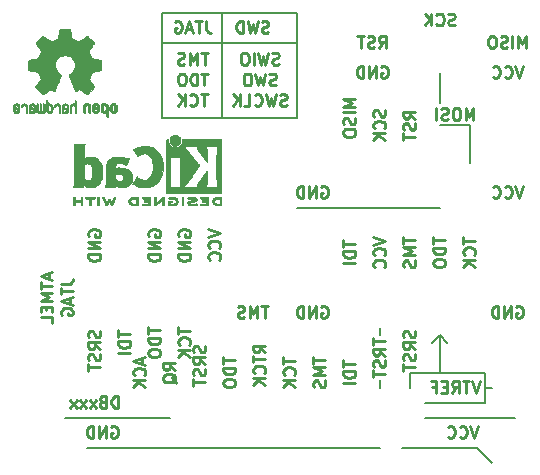
<source format=gbr>
G04 #@! TF.GenerationSoftware,KiCad,Pcbnew,5.0.2-bee76a0~70~ubuntu18.10.1*
G04 #@! TF.CreationDate,2018-12-21T17:56:49+01:00*
G04 #@! TF.ProjectId,jtag_adapter,6a746167-5f61-4646-9170-7465722e6b69,rev?*
G04 #@! TF.SameCoordinates,Original*
G04 #@! TF.FileFunction,Legend,Bot*
G04 #@! TF.FilePolarity,Positive*
%FSLAX46Y46*%
G04 Gerber Fmt 4.6, Leading zero omitted, Abs format (unit mm)*
G04 Created by KiCad (PCBNEW 5.0.2-bee76a0~70~ubuntu18.10.1) date Fri 21 Dec 2018 05:56:49 PM CET*
%MOMM*%
%LPD*%
G01*
G04 APERTURE LIST*
%ADD10C,0.200000*%
%ADD11C,0.250000*%
%ADD12C,0.010000*%
G04 APERTURE END LIST*
D10*
X142875000Y-64770000D02*
X141605000Y-64770000D01*
X142875000Y-73660000D02*
X142875000Y-64770000D01*
X131445000Y-73660000D02*
X142875000Y-73660000D01*
X131445000Y-64770000D02*
X131445000Y-73660000D01*
X141605000Y-64770000D02*
X131445000Y-64770000D01*
X136525000Y-64770000D02*
X136525000Y-73660000D01*
X142875000Y-67310000D02*
X131445000Y-67310000D01*
D11*
X135318333Y-68187380D02*
X134746904Y-68187380D01*
X135032619Y-69187380D02*
X135032619Y-68187380D01*
X134413571Y-69187380D02*
X134413571Y-68187380D01*
X134080238Y-68901666D01*
X133746904Y-68187380D01*
X133746904Y-69187380D01*
X133318333Y-69139761D02*
X133175476Y-69187380D01*
X132937380Y-69187380D01*
X132842142Y-69139761D01*
X132794523Y-69092142D01*
X132746904Y-68996904D01*
X132746904Y-68901666D01*
X132794523Y-68806428D01*
X132842142Y-68758809D01*
X132937380Y-68711190D01*
X133127857Y-68663571D01*
X133223095Y-68615952D01*
X133270714Y-68568333D01*
X133318333Y-68473095D01*
X133318333Y-68377857D01*
X133270714Y-68282619D01*
X133223095Y-68235000D01*
X133127857Y-68187380D01*
X132889761Y-68187380D01*
X132746904Y-68235000D01*
X135294523Y-69937380D02*
X134723095Y-69937380D01*
X135008809Y-70937380D02*
X135008809Y-69937380D01*
X134389761Y-70937380D02*
X134389761Y-69937380D01*
X134151666Y-69937380D01*
X134008809Y-69985000D01*
X133913571Y-70080238D01*
X133865952Y-70175476D01*
X133818333Y-70365952D01*
X133818333Y-70508809D01*
X133865952Y-70699285D01*
X133913571Y-70794523D01*
X134008809Y-70889761D01*
X134151666Y-70937380D01*
X134389761Y-70937380D01*
X133199285Y-69937380D02*
X133008809Y-69937380D01*
X132913571Y-69985000D01*
X132818333Y-70080238D01*
X132770714Y-70270714D01*
X132770714Y-70604047D01*
X132818333Y-70794523D01*
X132913571Y-70889761D01*
X133008809Y-70937380D01*
X133199285Y-70937380D01*
X133294523Y-70889761D01*
X133389761Y-70794523D01*
X133437380Y-70604047D01*
X133437380Y-70270714D01*
X133389761Y-70080238D01*
X133294523Y-69985000D01*
X133199285Y-69937380D01*
X135270714Y-71687380D02*
X134699285Y-71687380D01*
X134985000Y-72687380D02*
X134985000Y-71687380D01*
X133794523Y-72592142D02*
X133842142Y-72639761D01*
X133985000Y-72687380D01*
X134080238Y-72687380D01*
X134223095Y-72639761D01*
X134318333Y-72544523D01*
X134365952Y-72449285D01*
X134413571Y-72258809D01*
X134413571Y-72115952D01*
X134365952Y-71925476D01*
X134318333Y-71830238D01*
X134223095Y-71735000D01*
X134080238Y-71687380D01*
X133985000Y-71687380D01*
X133842142Y-71735000D01*
X133794523Y-71782619D01*
X133365952Y-72687380D02*
X133365952Y-71687380D01*
X132794523Y-72687380D02*
X133223095Y-72115952D01*
X132794523Y-71687380D02*
X133365952Y-72258809D01*
X135151666Y-65492380D02*
X135151666Y-66206666D01*
X135199285Y-66349523D01*
X135294523Y-66444761D01*
X135437380Y-66492380D01*
X135532619Y-66492380D01*
X134818333Y-65492380D02*
X134246904Y-65492380D01*
X134532619Y-66492380D02*
X134532619Y-65492380D01*
X133961190Y-66206666D02*
X133485000Y-66206666D01*
X134056428Y-66492380D02*
X133723095Y-65492380D01*
X133389761Y-66492380D01*
X132532619Y-65540000D02*
X132627857Y-65492380D01*
X132770714Y-65492380D01*
X132913571Y-65540000D01*
X133008809Y-65635238D01*
X133056428Y-65730476D01*
X133104047Y-65920952D01*
X133104047Y-66063809D01*
X133056428Y-66254285D01*
X133008809Y-66349523D01*
X132913571Y-66444761D01*
X132770714Y-66492380D01*
X132675476Y-66492380D01*
X132532619Y-66444761D01*
X132485000Y-66397142D01*
X132485000Y-66063809D01*
X132675476Y-66063809D01*
X140422142Y-66444761D02*
X140279285Y-66492380D01*
X140041190Y-66492380D01*
X139945952Y-66444761D01*
X139898333Y-66397142D01*
X139850714Y-66301904D01*
X139850714Y-66206666D01*
X139898333Y-66111428D01*
X139945952Y-66063809D01*
X140041190Y-66016190D01*
X140231666Y-65968571D01*
X140326904Y-65920952D01*
X140374523Y-65873333D01*
X140422142Y-65778095D01*
X140422142Y-65682857D01*
X140374523Y-65587619D01*
X140326904Y-65540000D01*
X140231666Y-65492380D01*
X139993571Y-65492380D01*
X139850714Y-65540000D01*
X139517380Y-65492380D02*
X139279285Y-66492380D01*
X139088809Y-65778095D01*
X138898333Y-66492380D01*
X138660238Y-65492380D01*
X138279285Y-66492380D02*
X138279285Y-65492380D01*
X138041190Y-65492380D01*
X137898333Y-65540000D01*
X137803095Y-65635238D01*
X137755476Y-65730476D01*
X137707857Y-65920952D01*
X137707857Y-66063809D01*
X137755476Y-66254285D01*
X137803095Y-66349523D01*
X137898333Y-66444761D01*
X138041190Y-66492380D01*
X138279285Y-66492380D01*
X141319047Y-69139761D02*
X141176190Y-69187380D01*
X140938095Y-69187380D01*
X140842857Y-69139761D01*
X140795238Y-69092142D01*
X140747619Y-68996904D01*
X140747619Y-68901666D01*
X140795238Y-68806428D01*
X140842857Y-68758809D01*
X140938095Y-68711190D01*
X141128571Y-68663571D01*
X141223809Y-68615952D01*
X141271428Y-68568333D01*
X141319047Y-68473095D01*
X141319047Y-68377857D01*
X141271428Y-68282619D01*
X141223809Y-68235000D01*
X141128571Y-68187380D01*
X140890476Y-68187380D01*
X140747619Y-68235000D01*
X140414285Y-68187380D02*
X140176190Y-69187380D01*
X139985714Y-68473095D01*
X139795238Y-69187380D01*
X139557142Y-68187380D01*
X139176190Y-69187380D02*
X139176190Y-68187380D01*
X138509523Y-68187380D02*
X138319047Y-68187380D01*
X138223809Y-68235000D01*
X138128571Y-68330238D01*
X138080952Y-68520714D01*
X138080952Y-68854047D01*
X138128571Y-69044523D01*
X138223809Y-69139761D01*
X138319047Y-69187380D01*
X138509523Y-69187380D01*
X138604761Y-69139761D01*
X138700000Y-69044523D01*
X138747619Y-68854047D01*
X138747619Y-68520714D01*
X138700000Y-68330238D01*
X138604761Y-68235000D01*
X138509523Y-68187380D01*
X141080952Y-70889761D02*
X140938095Y-70937380D01*
X140700000Y-70937380D01*
X140604761Y-70889761D01*
X140557142Y-70842142D01*
X140509523Y-70746904D01*
X140509523Y-70651666D01*
X140557142Y-70556428D01*
X140604761Y-70508809D01*
X140700000Y-70461190D01*
X140890476Y-70413571D01*
X140985714Y-70365952D01*
X141033333Y-70318333D01*
X141080952Y-70223095D01*
X141080952Y-70127857D01*
X141033333Y-70032619D01*
X140985714Y-69985000D01*
X140890476Y-69937380D01*
X140652380Y-69937380D01*
X140509523Y-69985000D01*
X140176190Y-69937380D02*
X139938095Y-70937380D01*
X139747619Y-70223095D01*
X139557142Y-70937380D01*
X139319047Y-69937380D01*
X138747619Y-69937380D02*
X138557142Y-69937380D01*
X138461904Y-69985000D01*
X138366666Y-70080238D01*
X138319047Y-70270714D01*
X138319047Y-70604047D01*
X138366666Y-70794523D01*
X138461904Y-70889761D01*
X138557142Y-70937380D01*
X138747619Y-70937380D01*
X138842857Y-70889761D01*
X138938095Y-70794523D01*
X138985714Y-70604047D01*
X138985714Y-70270714D01*
X138938095Y-70080238D01*
X138842857Y-69985000D01*
X138747619Y-69937380D01*
X141961904Y-72639761D02*
X141819047Y-72687380D01*
X141580952Y-72687380D01*
X141485714Y-72639761D01*
X141438095Y-72592142D01*
X141390476Y-72496904D01*
X141390476Y-72401666D01*
X141438095Y-72306428D01*
X141485714Y-72258809D01*
X141580952Y-72211190D01*
X141771428Y-72163571D01*
X141866666Y-72115952D01*
X141914285Y-72068333D01*
X141961904Y-71973095D01*
X141961904Y-71877857D01*
X141914285Y-71782619D01*
X141866666Y-71735000D01*
X141771428Y-71687380D01*
X141533333Y-71687380D01*
X141390476Y-71735000D01*
X141057142Y-71687380D02*
X140819047Y-72687380D01*
X140628571Y-71973095D01*
X140438095Y-72687380D01*
X140200000Y-71687380D01*
X139247619Y-72592142D02*
X139295238Y-72639761D01*
X139438095Y-72687380D01*
X139533333Y-72687380D01*
X139676190Y-72639761D01*
X139771428Y-72544523D01*
X139819047Y-72449285D01*
X139866666Y-72258809D01*
X139866666Y-72115952D01*
X139819047Y-71925476D01*
X139771428Y-71830238D01*
X139676190Y-71735000D01*
X139533333Y-71687380D01*
X139438095Y-71687380D01*
X139295238Y-71735000D01*
X139247619Y-71782619D01*
X138342857Y-72687380D02*
X138819047Y-72687380D01*
X138819047Y-71687380D01*
X138009523Y-72687380D02*
X138009523Y-71687380D01*
X137438095Y-72687380D02*
X137866666Y-72115952D01*
X137438095Y-71687380D02*
X138009523Y-72258809D01*
X121846666Y-86852380D02*
X121846666Y-87328571D01*
X122132380Y-86757142D02*
X121132380Y-87090476D01*
X122132380Y-87423809D01*
X121132380Y-87614285D02*
X121132380Y-88185714D01*
X122132380Y-87900000D02*
X121132380Y-87900000D01*
X122132380Y-88519047D02*
X121132380Y-88519047D01*
X121846666Y-88852380D01*
X121132380Y-89185714D01*
X122132380Y-89185714D01*
X121608571Y-89661904D02*
X121608571Y-89995238D01*
X122132380Y-90138095D02*
X122132380Y-89661904D01*
X121132380Y-89661904D01*
X121132380Y-90138095D01*
X122132380Y-91042857D02*
X122132380Y-90566666D01*
X121132380Y-90566666D01*
X122882380Y-87733333D02*
X123596666Y-87733333D01*
X123739523Y-87685714D01*
X123834761Y-87590476D01*
X123882380Y-87447619D01*
X123882380Y-87352380D01*
X122882380Y-88066666D02*
X122882380Y-88638095D01*
X123882380Y-88352380D02*
X122882380Y-88352380D01*
X123596666Y-88923809D02*
X123596666Y-89400000D01*
X123882380Y-88828571D02*
X122882380Y-89161904D01*
X123882380Y-89495238D01*
X122930000Y-90352380D02*
X122882380Y-90257142D01*
X122882380Y-90114285D01*
X122930000Y-89971428D01*
X123025238Y-89876190D01*
X123120476Y-89828571D01*
X123310952Y-89780952D01*
X123453809Y-89780952D01*
X123644285Y-89828571D01*
X123739523Y-89876190D01*
X123834761Y-89971428D01*
X123882380Y-90114285D01*
X123882380Y-90209523D01*
X123834761Y-90352380D01*
X123787142Y-90400000D01*
X123453809Y-90400000D01*
X123453809Y-90209523D01*
X161988333Y-69302380D02*
X161655000Y-70302380D01*
X161321666Y-69302380D01*
X160416904Y-70207142D02*
X160464523Y-70254761D01*
X160607380Y-70302380D01*
X160702619Y-70302380D01*
X160845476Y-70254761D01*
X160940714Y-70159523D01*
X160988333Y-70064285D01*
X161035952Y-69873809D01*
X161035952Y-69730952D01*
X160988333Y-69540476D01*
X160940714Y-69445238D01*
X160845476Y-69350000D01*
X160702619Y-69302380D01*
X160607380Y-69302380D01*
X160464523Y-69350000D01*
X160416904Y-69397619D01*
X159416904Y-70207142D02*
X159464523Y-70254761D01*
X159607380Y-70302380D01*
X159702619Y-70302380D01*
X159845476Y-70254761D01*
X159940714Y-70159523D01*
X159988333Y-70064285D01*
X160035952Y-69873809D01*
X160035952Y-69730952D01*
X159988333Y-69540476D01*
X159940714Y-69445238D01*
X159845476Y-69350000D01*
X159702619Y-69302380D01*
X159607380Y-69302380D01*
X159464523Y-69350000D01*
X159416904Y-69397619D01*
X149986904Y-69350000D02*
X150082142Y-69302380D01*
X150225000Y-69302380D01*
X150367857Y-69350000D01*
X150463095Y-69445238D01*
X150510714Y-69540476D01*
X150558333Y-69730952D01*
X150558333Y-69873809D01*
X150510714Y-70064285D01*
X150463095Y-70159523D01*
X150367857Y-70254761D01*
X150225000Y-70302380D01*
X150129761Y-70302380D01*
X149986904Y-70254761D01*
X149939285Y-70207142D01*
X149939285Y-69873809D01*
X150129761Y-69873809D01*
X149510714Y-70302380D02*
X149510714Y-69302380D01*
X148939285Y-70302380D01*
X148939285Y-69302380D01*
X148463095Y-70302380D02*
X148463095Y-69302380D01*
X148225000Y-69302380D01*
X148082142Y-69350000D01*
X147986904Y-69445238D01*
X147939285Y-69540476D01*
X147891666Y-69730952D01*
X147891666Y-69873809D01*
X147939285Y-70064285D01*
X147986904Y-70159523D01*
X148082142Y-70254761D01*
X148225000Y-70302380D01*
X148463095Y-70302380D01*
D10*
X154940000Y-72390000D02*
X154940000Y-69850000D01*
X157480000Y-74295000D02*
X154940000Y-74295000D01*
X157480000Y-77470000D02*
X157480000Y-74295000D01*
D11*
X149772619Y-67762380D02*
X150105952Y-67286190D01*
X150344047Y-67762380D02*
X150344047Y-66762380D01*
X149963095Y-66762380D01*
X149867857Y-66810000D01*
X149820238Y-66857619D01*
X149772619Y-66952857D01*
X149772619Y-67095714D01*
X149820238Y-67190952D01*
X149867857Y-67238571D01*
X149963095Y-67286190D01*
X150344047Y-67286190D01*
X149391666Y-67714761D02*
X149248809Y-67762380D01*
X149010714Y-67762380D01*
X148915476Y-67714761D01*
X148867857Y-67667142D01*
X148820238Y-67571904D01*
X148820238Y-67476666D01*
X148867857Y-67381428D01*
X148915476Y-67333809D01*
X149010714Y-67286190D01*
X149201190Y-67238571D01*
X149296428Y-67190952D01*
X149344047Y-67143333D01*
X149391666Y-67048095D01*
X149391666Y-66952857D01*
X149344047Y-66857619D01*
X149296428Y-66810000D01*
X149201190Y-66762380D01*
X148963095Y-66762380D01*
X148820238Y-66810000D01*
X148534523Y-66762380D02*
X147963095Y-66762380D01*
X148248809Y-67762380D02*
X148248809Y-66762380D01*
X162226428Y-67762380D02*
X162226428Y-66762380D01*
X161893095Y-67476666D01*
X161559761Y-66762380D01*
X161559761Y-67762380D01*
X161083571Y-67762380D02*
X161083571Y-66762380D01*
X160655000Y-67714761D02*
X160512142Y-67762380D01*
X160274047Y-67762380D01*
X160178809Y-67714761D01*
X160131190Y-67667142D01*
X160083571Y-67571904D01*
X160083571Y-67476666D01*
X160131190Y-67381428D01*
X160178809Y-67333809D01*
X160274047Y-67286190D01*
X160464523Y-67238571D01*
X160559761Y-67190952D01*
X160607380Y-67143333D01*
X160655000Y-67048095D01*
X160655000Y-66952857D01*
X160607380Y-66857619D01*
X160559761Y-66810000D01*
X160464523Y-66762380D01*
X160226428Y-66762380D01*
X160083571Y-66810000D01*
X159464523Y-66762380D02*
X159274047Y-66762380D01*
X159178809Y-66810000D01*
X159083571Y-66905238D01*
X159035952Y-67095714D01*
X159035952Y-67429047D01*
X159083571Y-67619523D01*
X159178809Y-67714761D01*
X159274047Y-67762380D01*
X159464523Y-67762380D01*
X159559761Y-67714761D01*
X159655000Y-67619523D01*
X159702619Y-67429047D01*
X159702619Y-67095714D01*
X159655000Y-66905238D01*
X159559761Y-66810000D01*
X159464523Y-66762380D01*
X156225714Y-65809761D02*
X156082857Y-65857380D01*
X155844761Y-65857380D01*
X155749523Y-65809761D01*
X155701904Y-65762142D01*
X155654285Y-65666904D01*
X155654285Y-65571666D01*
X155701904Y-65476428D01*
X155749523Y-65428809D01*
X155844761Y-65381190D01*
X156035238Y-65333571D01*
X156130476Y-65285952D01*
X156178095Y-65238333D01*
X156225714Y-65143095D01*
X156225714Y-65047857D01*
X156178095Y-64952619D01*
X156130476Y-64905000D01*
X156035238Y-64857380D01*
X155797142Y-64857380D01*
X155654285Y-64905000D01*
X154654285Y-65762142D02*
X154701904Y-65809761D01*
X154844761Y-65857380D01*
X154940000Y-65857380D01*
X155082857Y-65809761D01*
X155178095Y-65714523D01*
X155225714Y-65619285D01*
X155273333Y-65428809D01*
X155273333Y-65285952D01*
X155225714Y-65095476D01*
X155178095Y-65000238D01*
X155082857Y-64905000D01*
X154940000Y-64857380D01*
X154844761Y-64857380D01*
X154701904Y-64905000D01*
X154654285Y-64952619D01*
X154225714Y-65857380D02*
X154225714Y-64857380D01*
X153654285Y-65857380D02*
X154082857Y-65285952D01*
X153654285Y-64857380D02*
X154225714Y-65428809D01*
X161416904Y-89670000D02*
X161512142Y-89622380D01*
X161655000Y-89622380D01*
X161797857Y-89670000D01*
X161893095Y-89765238D01*
X161940714Y-89860476D01*
X161988333Y-90050952D01*
X161988333Y-90193809D01*
X161940714Y-90384285D01*
X161893095Y-90479523D01*
X161797857Y-90574761D01*
X161655000Y-90622380D01*
X161559761Y-90622380D01*
X161416904Y-90574761D01*
X161369285Y-90527142D01*
X161369285Y-90193809D01*
X161559761Y-90193809D01*
X160940714Y-90622380D02*
X160940714Y-89622380D01*
X160369285Y-90622380D01*
X160369285Y-89622380D01*
X159893095Y-90622380D02*
X159893095Y-89622380D01*
X159655000Y-89622380D01*
X159512142Y-89670000D01*
X159416904Y-89765238D01*
X159369285Y-89860476D01*
X159321666Y-90050952D01*
X159321666Y-90193809D01*
X159369285Y-90384285D01*
X159416904Y-90479523D01*
X159512142Y-90574761D01*
X159655000Y-90622380D01*
X159893095Y-90622380D01*
X144906904Y-89670000D02*
X145002142Y-89622380D01*
X145145000Y-89622380D01*
X145287857Y-89670000D01*
X145383095Y-89765238D01*
X145430714Y-89860476D01*
X145478333Y-90050952D01*
X145478333Y-90193809D01*
X145430714Y-90384285D01*
X145383095Y-90479523D01*
X145287857Y-90574761D01*
X145145000Y-90622380D01*
X145049761Y-90622380D01*
X144906904Y-90574761D01*
X144859285Y-90527142D01*
X144859285Y-90193809D01*
X145049761Y-90193809D01*
X144430714Y-90622380D02*
X144430714Y-89622380D01*
X143859285Y-90622380D01*
X143859285Y-89622380D01*
X143383095Y-90622380D02*
X143383095Y-89622380D01*
X143145000Y-89622380D01*
X143002142Y-89670000D01*
X142906904Y-89765238D01*
X142859285Y-89860476D01*
X142811666Y-90050952D01*
X142811666Y-90193809D01*
X142859285Y-90384285D01*
X142906904Y-90479523D01*
X143002142Y-90574761D01*
X143145000Y-90622380D01*
X143383095Y-90622380D01*
D10*
X123825000Y-99060000D02*
X123190000Y-99060000D01*
X132080000Y-99060000D02*
X123825000Y-99060000D01*
X154940000Y-92075000D02*
X154305000Y-92710000D01*
X155575000Y-92710000D02*
X154940000Y-92075000D01*
X154940000Y-92075000D02*
X155575000Y-92710000D01*
X152400000Y-95250000D02*
X154940000Y-95250000D01*
X152400000Y-96520000D02*
X152400000Y-95250000D01*
X158750000Y-97790000D02*
X153670000Y-97790000D01*
X158750000Y-96520000D02*
X158750000Y-97790000D01*
X158750000Y-95250000D02*
X158750000Y-96520000D01*
X154940000Y-95250000D02*
X158750000Y-95250000D01*
X154940000Y-92075000D02*
X154940000Y-95250000D01*
X159385000Y-96520000D02*
X158750000Y-96520000D01*
X149860000Y-95885000D02*
X149860000Y-96520000D01*
X149860000Y-91440000D02*
X149860000Y-92075000D01*
D11*
X146772380Y-94226190D02*
X146772380Y-94797619D01*
X147772380Y-94511904D02*
X146772380Y-94511904D01*
X147772380Y-95130952D02*
X146772380Y-95130952D01*
X146772380Y-95369047D01*
X146820000Y-95511904D01*
X146915238Y-95607142D01*
X147010476Y-95654761D01*
X147200952Y-95702380D01*
X147343809Y-95702380D01*
X147534285Y-95654761D01*
X147629523Y-95607142D01*
X147724761Y-95511904D01*
X147772380Y-95369047D01*
X147772380Y-95130952D01*
X147772380Y-96130952D02*
X146772380Y-96130952D01*
X144232380Y-93916666D02*
X144232380Y-94488095D01*
X145232380Y-94202380D02*
X144232380Y-94202380D01*
X145232380Y-94821428D02*
X144232380Y-94821428D01*
X144946666Y-95154761D01*
X144232380Y-95488095D01*
X145232380Y-95488095D01*
X145184761Y-95916666D02*
X145232380Y-96059523D01*
X145232380Y-96297619D01*
X145184761Y-96392857D01*
X145137142Y-96440476D01*
X145041904Y-96488095D01*
X144946666Y-96488095D01*
X144851428Y-96440476D01*
X144803809Y-96392857D01*
X144756190Y-96297619D01*
X144708571Y-96107142D01*
X144660952Y-96011904D01*
X144613333Y-95964285D01*
X144518095Y-95916666D01*
X144422857Y-95916666D01*
X144327619Y-95964285D01*
X144280000Y-96011904D01*
X144232380Y-96107142D01*
X144232380Y-96345238D01*
X144280000Y-96488095D01*
X141692380Y-93964285D02*
X141692380Y-94535714D01*
X142692380Y-94250000D02*
X141692380Y-94250000D01*
X142597142Y-95440476D02*
X142644761Y-95392857D01*
X142692380Y-95250000D01*
X142692380Y-95154761D01*
X142644761Y-95011904D01*
X142549523Y-94916666D01*
X142454285Y-94869047D01*
X142263809Y-94821428D01*
X142120952Y-94821428D01*
X141930476Y-94869047D01*
X141835238Y-94916666D01*
X141740000Y-95011904D01*
X141692380Y-95154761D01*
X141692380Y-95250000D01*
X141740000Y-95392857D01*
X141787619Y-95440476D01*
X142692380Y-95869047D02*
X141692380Y-95869047D01*
X142692380Y-96440476D02*
X142120952Y-96011904D01*
X141692380Y-96440476D02*
X142263809Y-95869047D01*
X140152380Y-93543571D02*
X139676190Y-93210238D01*
X140152380Y-92972142D02*
X139152380Y-92972142D01*
X139152380Y-93353095D01*
X139200000Y-93448333D01*
X139247619Y-93495952D01*
X139342857Y-93543571D01*
X139485714Y-93543571D01*
X139580952Y-93495952D01*
X139628571Y-93448333D01*
X139676190Y-93353095D01*
X139676190Y-92972142D01*
X139152380Y-93829285D02*
X139152380Y-94400714D01*
X140152380Y-94115000D02*
X139152380Y-94115000D01*
X140057142Y-95305476D02*
X140104761Y-95257857D01*
X140152380Y-95115000D01*
X140152380Y-95019761D01*
X140104761Y-94876904D01*
X140009523Y-94781666D01*
X139914285Y-94734047D01*
X139723809Y-94686428D01*
X139580952Y-94686428D01*
X139390476Y-94734047D01*
X139295238Y-94781666D01*
X139200000Y-94876904D01*
X139152380Y-95019761D01*
X139152380Y-95115000D01*
X139200000Y-95257857D01*
X139247619Y-95305476D01*
X140152380Y-95734047D02*
X139152380Y-95734047D01*
X140152380Y-96305476D02*
X139580952Y-95876904D01*
X139152380Y-96305476D02*
X139723809Y-95734047D01*
X136612380Y-93940476D02*
X136612380Y-94511904D01*
X137612380Y-94226190D02*
X136612380Y-94226190D01*
X137612380Y-94845238D02*
X136612380Y-94845238D01*
X136612380Y-95083333D01*
X136660000Y-95226190D01*
X136755238Y-95321428D01*
X136850476Y-95369047D01*
X137040952Y-95416666D01*
X137183809Y-95416666D01*
X137374285Y-95369047D01*
X137469523Y-95321428D01*
X137564761Y-95226190D01*
X137612380Y-95083333D01*
X137612380Y-94845238D01*
X136612380Y-96035714D02*
X136612380Y-96226190D01*
X136660000Y-96321428D01*
X136755238Y-96416666D01*
X136945714Y-96464285D01*
X137279047Y-96464285D01*
X137469523Y-96416666D01*
X137564761Y-96321428D01*
X137612380Y-96226190D01*
X137612380Y-96035714D01*
X137564761Y-95940476D01*
X137469523Y-95845238D01*
X137279047Y-95797619D01*
X136945714Y-95797619D01*
X136755238Y-95845238D01*
X136660000Y-95940476D01*
X136612380Y-96035714D01*
X135024761Y-92972142D02*
X135072380Y-93115000D01*
X135072380Y-93353095D01*
X135024761Y-93448333D01*
X134977142Y-93495952D01*
X134881904Y-93543571D01*
X134786666Y-93543571D01*
X134691428Y-93495952D01*
X134643809Y-93448333D01*
X134596190Y-93353095D01*
X134548571Y-93162619D01*
X134500952Y-93067380D01*
X134453333Y-93019761D01*
X134358095Y-92972142D01*
X134262857Y-92972142D01*
X134167619Y-93019761D01*
X134120000Y-93067380D01*
X134072380Y-93162619D01*
X134072380Y-93400714D01*
X134120000Y-93543571D01*
X135072380Y-94543571D02*
X134596190Y-94210238D01*
X135072380Y-93972142D02*
X134072380Y-93972142D01*
X134072380Y-94353095D01*
X134120000Y-94448333D01*
X134167619Y-94495952D01*
X134262857Y-94543571D01*
X134405714Y-94543571D01*
X134500952Y-94495952D01*
X134548571Y-94448333D01*
X134596190Y-94353095D01*
X134596190Y-93972142D01*
X135024761Y-94924523D02*
X135072380Y-95067380D01*
X135072380Y-95305476D01*
X135024761Y-95400714D01*
X134977142Y-95448333D01*
X134881904Y-95495952D01*
X134786666Y-95495952D01*
X134691428Y-95448333D01*
X134643809Y-95400714D01*
X134596190Y-95305476D01*
X134548571Y-95115000D01*
X134500952Y-95019761D01*
X134453333Y-94972142D01*
X134358095Y-94924523D01*
X134262857Y-94924523D01*
X134167619Y-94972142D01*
X134120000Y-95019761D01*
X134072380Y-95115000D01*
X134072380Y-95353095D01*
X134120000Y-95495952D01*
X134072380Y-95781666D02*
X134072380Y-96353095D01*
X135072380Y-96067380D02*
X134072380Y-96067380D01*
X129706666Y-94011904D02*
X129706666Y-94488095D01*
X129992380Y-93916666D02*
X128992380Y-94250000D01*
X129992380Y-94583333D01*
X129897142Y-95488095D02*
X129944761Y-95440476D01*
X129992380Y-95297619D01*
X129992380Y-95202380D01*
X129944761Y-95059523D01*
X129849523Y-94964285D01*
X129754285Y-94916666D01*
X129563809Y-94869047D01*
X129420952Y-94869047D01*
X129230476Y-94916666D01*
X129135238Y-94964285D01*
X129040000Y-95059523D01*
X128992380Y-95202380D01*
X128992380Y-95297619D01*
X129040000Y-95440476D01*
X129087619Y-95488095D01*
X129992380Y-95916666D02*
X128992380Y-95916666D01*
X129992380Y-96488095D02*
X129420952Y-96059523D01*
X128992380Y-96488095D02*
X129563809Y-95916666D01*
X132532380Y-95035714D02*
X132056190Y-94702380D01*
X132532380Y-94464285D02*
X131532380Y-94464285D01*
X131532380Y-94845238D01*
X131580000Y-94940476D01*
X131627619Y-94988095D01*
X131722857Y-95035714D01*
X131865714Y-95035714D01*
X131960952Y-94988095D01*
X132008571Y-94940476D01*
X132056190Y-94845238D01*
X132056190Y-94464285D01*
X132627619Y-96130952D02*
X132580000Y-96035714D01*
X132484761Y-95940476D01*
X132341904Y-95797619D01*
X132294285Y-95702380D01*
X132294285Y-95607142D01*
X132532380Y-95654761D02*
X132484761Y-95559523D01*
X132389523Y-95464285D01*
X132199047Y-95416666D01*
X131865714Y-95416666D01*
X131675238Y-95464285D01*
X131580000Y-95559523D01*
X131532380Y-95654761D01*
X131532380Y-95845238D01*
X131580000Y-95940476D01*
X131675238Y-96035714D01*
X131865714Y-96083333D01*
X132199047Y-96083333D01*
X132389523Y-96035714D01*
X132484761Y-95940476D01*
X132532380Y-95845238D01*
X132532380Y-95654761D01*
X127706190Y-98242380D02*
X127706190Y-97242380D01*
X127468095Y-97242380D01*
X127325238Y-97290000D01*
X127230000Y-97385238D01*
X127182380Y-97480476D01*
X127134761Y-97670952D01*
X127134761Y-97813809D01*
X127182380Y-98004285D01*
X127230000Y-98099523D01*
X127325238Y-98194761D01*
X127468095Y-98242380D01*
X127706190Y-98242380D01*
X126372857Y-97718571D02*
X126230000Y-97766190D01*
X126182380Y-97813809D01*
X126134761Y-97909047D01*
X126134761Y-98051904D01*
X126182380Y-98147142D01*
X126230000Y-98194761D01*
X126325238Y-98242380D01*
X126706190Y-98242380D01*
X126706190Y-97242380D01*
X126372857Y-97242380D01*
X126277619Y-97290000D01*
X126230000Y-97337619D01*
X126182380Y-97432857D01*
X126182380Y-97528095D01*
X126230000Y-97623333D01*
X126277619Y-97670952D01*
X126372857Y-97718571D01*
X126706190Y-97718571D01*
X125801428Y-98242380D02*
X125277619Y-97575714D01*
X125801428Y-97575714D02*
X125277619Y-98242380D01*
X124991904Y-98242380D02*
X124468095Y-97575714D01*
X124991904Y-97575714D02*
X124468095Y-98242380D01*
X124182380Y-98242380D02*
X123658571Y-97575714D01*
X124182380Y-97575714D02*
X123658571Y-98242380D01*
X130310000Y-83693095D02*
X130262380Y-83597857D01*
X130262380Y-83455000D01*
X130310000Y-83312142D01*
X130405238Y-83216904D01*
X130500476Y-83169285D01*
X130690952Y-83121666D01*
X130833809Y-83121666D01*
X131024285Y-83169285D01*
X131119523Y-83216904D01*
X131214761Y-83312142D01*
X131262380Y-83455000D01*
X131262380Y-83550238D01*
X131214761Y-83693095D01*
X131167142Y-83740714D01*
X130833809Y-83740714D01*
X130833809Y-83550238D01*
X131262380Y-84169285D02*
X130262380Y-84169285D01*
X131262380Y-84740714D01*
X130262380Y-84740714D01*
X131262380Y-85216904D02*
X130262380Y-85216904D01*
X130262380Y-85455000D01*
X130310000Y-85597857D01*
X130405238Y-85693095D01*
X130500476Y-85740714D01*
X130690952Y-85788333D01*
X130833809Y-85788333D01*
X131024285Y-85740714D01*
X131119523Y-85693095D01*
X131214761Y-85597857D01*
X131262380Y-85455000D01*
X131262380Y-85216904D01*
X125230000Y-83693095D02*
X125182380Y-83597857D01*
X125182380Y-83455000D01*
X125230000Y-83312142D01*
X125325238Y-83216904D01*
X125420476Y-83169285D01*
X125610952Y-83121666D01*
X125753809Y-83121666D01*
X125944285Y-83169285D01*
X126039523Y-83216904D01*
X126134761Y-83312142D01*
X126182380Y-83455000D01*
X126182380Y-83550238D01*
X126134761Y-83693095D01*
X126087142Y-83740714D01*
X125753809Y-83740714D01*
X125753809Y-83550238D01*
X126182380Y-84169285D02*
X125182380Y-84169285D01*
X126182380Y-84740714D01*
X125182380Y-84740714D01*
X126182380Y-85216904D02*
X125182380Y-85216904D01*
X125182380Y-85455000D01*
X125230000Y-85597857D01*
X125325238Y-85693095D01*
X125420476Y-85740714D01*
X125610952Y-85788333D01*
X125753809Y-85788333D01*
X125944285Y-85740714D01*
X126039523Y-85693095D01*
X126134761Y-85597857D01*
X126182380Y-85455000D01*
X126182380Y-85216904D01*
X140398333Y-89622380D02*
X139826904Y-89622380D01*
X140112619Y-90622380D02*
X140112619Y-89622380D01*
X139493571Y-90622380D02*
X139493571Y-89622380D01*
X139160238Y-90336666D01*
X138826904Y-89622380D01*
X138826904Y-90622380D01*
X138398333Y-90574761D02*
X138255476Y-90622380D01*
X138017380Y-90622380D01*
X137922142Y-90574761D01*
X137874523Y-90527142D01*
X137826904Y-90431904D01*
X137826904Y-90336666D01*
X137874523Y-90241428D01*
X137922142Y-90193809D01*
X138017380Y-90146190D01*
X138207857Y-90098571D01*
X138303095Y-90050952D01*
X138350714Y-90003333D01*
X138398333Y-89908095D01*
X138398333Y-89812857D01*
X138350714Y-89717619D01*
X138303095Y-89670000D01*
X138207857Y-89622380D01*
X137969761Y-89622380D01*
X137826904Y-89670000D01*
X132802380Y-91424285D02*
X132802380Y-91995714D01*
X133802380Y-91710000D02*
X132802380Y-91710000D01*
X133707142Y-92900476D02*
X133754761Y-92852857D01*
X133802380Y-92710000D01*
X133802380Y-92614761D01*
X133754761Y-92471904D01*
X133659523Y-92376666D01*
X133564285Y-92329047D01*
X133373809Y-92281428D01*
X133230952Y-92281428D01*
X133040476Y-92329047D01*
X132945238Y-92376666D01*
X132850000Y-92471904D01*
X132802380Y-92614761D01*
X132802380Y-92710000D01*
X132850000Y-92852857D01*
X132897619Y-92900476D01*
X133802380Y-93329047D02*
X132802380Y-93329047D01*
X133802380Y-93900476D02*
X133230952Y-93471904D01*
X132802380Y-93900476D02*
X133373809Y-93329047D01*
X130262380Y-91400476D02*
X130262380Y-91971904D01*
X131262380Y-91686190D02*
X130262380Y-91686190D01*
X131262380Y-92305238D02*
X130262380Y-92305238D01*
X130262380Y-92543333D01*
X130310000Y-92686190D01*
X130405238Y-92781428D01*
X130500476Y-92829047D01*
X130690952Y-92876666D01*
X130833809Y-92876666D01*
X131024285Y-92829047D01*
X131119523Y-92781428D01*
X131214761Y-92686190D01*
X131262380Y-92543333D01*
X131262380Y-92305238D01*
X130262380Y-93495714D02*
X130262380Y-93686190D01*
X130310000Y-93781428D01*
X130405238Y-93876666D01*
X130595714Y-93924285D01*
X130929047Y-93924285D01*
X131119523Y-93876666D01*
X131214761Y-93781428D01*
X131262380Y-93686190D01*
X131262380Y-93495714D01*
X131214761Y-93400476D01*
X131119523Y-93305238D01*
X130929047Y-93257619D01*
X130595714Y-93257619D01*
X130405238Y-93305238D01*
X130310000Y-93400476D01*
X130262380Y-93495714D01*
X126134761Y-91702142D02*
X126182380Y-91845000D01*
X126182380Y-92083095D01*
X126134761Y-92178333D01*
X126087142Y-92225952D01*
X125991904Y-92273571D01*
X125896666Y-92273571D01*
X125801428Y-92225952D01*
X125753809Y-92178333D01*
X125706190Y-92083095D01*
X125658571Y-91892619D01*
X125610952Y-91797380D01*
X125563333Y-91749761D01*
X125468095Y-91702142D01*
X125372857Y-91702142D01*
X125277619Y-91749761D01*
X125230000Y-91797380D01*
X125182380Y-91892619D01*
X125182380Y-92130714D01*
X125230000Y-92273571D01*
X126182380Y-93273571D02*
X125706190Y-92940238D01*
X126182380Y-92702142D02*
X125182380Y-92702142D01*
X125182380Y-93083095D01*
X125230000Y-93178333D01*
X125277619Y-93225952D01*
X125372857Y-93273571D01*
X125515714Y-93273571D01*
X125610952Y-93225952D01*
X125658571Y-93178333D01*
X125706190Y-93083095D01*
X125706190Y-92702142D01*
X126134761Y-93654523D02*
X126182380Y-93797380D01*
X126182380Y-94035476D01*
X126134761Y-94130714D01*
X126087142Y-94178333D01*
X125991904Y-94225952D01*
X125896666Y-94225952D01*
X125801428Y-94178333D01*
X125753809Y-94130714D01*
X125706190Y-94035476D01*
X125658571Y-93845000D01*
X125610952Y-93749761D01*
X125563333Y-93702142D01*
X125468095Y-93654523D01*
X125372857Y-93654523D01*
X125277619Y-93702142D01*
X125230000Y-93749761D01*
X125182380Y-93845000D01*
X125182380Y-94083095D01*
X125230000Y-94225952D01*
X125182380Y-94511666D02*
X125182380Y-95083095D01*
X126182380Y-94797380D02*
X125182380Y-94797380D01*
X127722380Y-91686190D02*
X127722380Y-92257619D01*
X128722380Y-91971904D02*
X127722380Y-91971904D01*
X128722380Y-92590952D02*
X127722380Y-92590952D01*
X127722380Y-92829047D01*
X127770000Y-92971904D01*
X127865238Y-93067142D01*
X127960476Y-93114761D01*
X128150952Y-93162380D01*
X128293809Y-93162380D01*
X128484285Y-93114761D01*
X128579523Y-93067142D01*
X128674761Y-92971904D01*
X128722380Y-92829047D01*
X128722380Y-92590952D01*
X128722380Y-93590952D02*
X127722380Y-93590952D01*
X132850000Y-83693095D02*
X132802380Y-83597857D01*
X132802380Y-83455000D01*
X132850000Y-83312142D01*
X132945238Y-83216904D01*
X133040476Y-83169285D01*
X133230952Y-83121666D01*
X133373809Y-83121666D01*
X133564285Y-83169285D01*
X133659523Y-83216904D01*
X133754761Y-83312142D01*
X133802380Y-83455000D01*
X133802380Y-83550238D01*
X133754761Y-83693095D01*
X133707142Y-83740714D01*
X133373809Y-83740714D01*
X133373809Y-83550238D01*
X133802380Y-84169285D02*
X132802380Y-84169285D01*
X133802380Y-84740714D01*
X132802380Y-84740714D01*
X133802380Y-85216904D02*
X132802380Y-85216904D01*
X132802380Y-85455000D01*
X132850000Y-85597857D01*
X132945238Y-85693095D01*
X133040476Y-85740714D01*
X133230952Y-85788333D01*
X133373809Y-85788333D01*
X133564285Y-85740714D01*
X133659523Y-85693095D01*
X133754761Y-85597857D01*
X133802380Y-85455000D01*
X133802380Y-85216904D01*
X135342380Y-83121666D02*
X136342380Y-83455000D01*
X135342380Y-83788333D01*
X136247142Y-84693095D02*
X136294761Y-84645476D01*
X136342380Y-84502619D01*
X136342380Y-84407380D01*
X136294761Y-84264523D01*
X136199523Y-84169285D01*
X136104285Y-84121666D01*
X135913809Y-84074047D01*
X135770952Y-84074047D01*
X135580476Y-84121666D01*
X135485238Y-84169285D01*
X135390000Y-84264523D01*
X135342380Y-84407380D01*
X135342380Y-84502619D01*
X135390000Y-84645476D01*
X135437619Y-84693095D01*
X136247142Y-85693095D02*
X136294761Y-85645476D01*
X136342380Y-85502619D01*
X136342380Y-85407380D01*
X136294761Y-85264523D01*
X136199523Y-85169285D01*
X136104285Y-85121666D01*
X135913809Y-85074047D01*
X135770952Y-85074047D01*
X135580476Y-85121666D01*
X135485238Y-85169285D01*
X135390000Y-85264523D01*
X135342380Y-85407380D01*
X135342380Y-85502619D01*
X135390000Y-85645476D01*
X135437619Y-85693095D01*
D10*
X159385000Y-99060000D02*
X161290000Y-99060000D01*
X153670000Y-99060000D02*
X159385000Y-99060000D01*
X158115000Y-101600000D02*
X159385000Y-102870000D01*
X151765000Y-101600000D02*
X158115000Y-101600000D01*
D11*
X158305238Y-95972380D02*
X157971904Y-96972380D01*
X157638571Y-95972380D01*
X157448095Y-95972380D02*
X156876666Y-95972380D01*
X157162380Y-96972380D02*
X157162380Y-95972380D01*
X155971904Y-96972380D02*
X156305238Y-96496190D01*
X156543333Y-96972380D02*
X156543333Y-95972380D01*
X156162380Y-95972380D01*
X156067142Y-96020000D01*
X156019523Y-96067619D01*
X155971904Y-96162857D01*
X155971904Y-96305714D01*
X156019523Y-96400952D01*
X156067142Y-96448571D01*
X156162380Y-96496190D01*
X156543333Y-96496190D01*
X155543333Y-96448571D02*
X155210000Y-96448571D01*
X155067142Y-96972380D02*
X155543333Y-96972380D01*
X155543333Y-95972380D01*
X155067142Y-95972380D01*
X154305238Y-96448571D02*
X154638571Y-96448571D01*
X154638571Y-96972380D02*
X154638571Y-95972380D01*
X154162380Y-95972380D01*
X158178333Y-99782380D02*
X157845000Y-100782380D01*
X157511666Y-99782380D01*
X156606904Y-100687142D02*
X156654523Y-100734761D01*
X156797380Y-100782380D01*
X156892619Y-100782380D01*
X157035476Y-100734761D01*
X157130714Y-100639523D01*
X157178333Y-100544285D01*
X157225952Y-100353809D01*
X157225952Y-100210952D01*
X157178333Y-100020476D01*
X157130714Y-99925238D01*
X157035476Y-99830000D01*
X156892619Y-99782380D01*
X156797380Y-99782380D01*
X156654523Y-99830000D01*
X156606904Y-99877619D01*
X155606904Y-100687142D02*
X155654523Y-100734761D01*
X155797380Y-100782380D01*
X155892619Y-100782380D01*
X156035476Y-100734761D01*
X156130714Y-100639523D01*
X156178333Y-100544285D01*
X156225952Y-100353809D01*
X156225952Y-100210952D01*
X156178333Y-100020476D01*
X156130714Y-99925238D01*
X156035476Y-99830000D01*
X155892619Y-99782380D01*
X155797380Y-99782380D01*
X155654523Y-99830000D01*
X155606904Y-99877619D01*
D10*
X149860000Y-101600000D02*
X125095000Y-101600000D01*
D11*
X127126904Y-99830000D02*
X127222142Y-99782380D01*
X127365000Y-99782380D01*
X127507857Y-99830000D01*
X127603095Y-99925238D01*
X127650714Y-100020476D01*
X127698333Y-100210952D01*
X127698333Y-100353809D01*
X127650714Y-100544285D01*
X127603095Y-100639523D01*
X127507857Y-100734761D01*
X127365000Y-100782380D01*
X127269761Y-100782380D01*
X127126904Y-100734761D01*
X127079285Y-100687142D01*
X127079285Y-100353809D01*
X127269761Y-100353809D01*
X126650714Y-100782380D02*
X126650714Y-99782380D01*
X126079285Y-100782380D01*
X126079285Y-99782380D01*
X125603095Y-100782380D02*
X125603095Y-99782380D01*
X125365000Y-99782380D01*
X125222142Y-99830000D01*
X125126904Y-99925238D01*
X125079285Y-100020476D01*
X125031666Y-100210952D01*
X125031666Y-100353809D01*
X125079285Y-100544285D01*
X125126904Y-100639523D01*
X125222142Y-100734761D01*
X125365000Y-100782380D01*
X125603095Y-100782380D01*
X151852380Y-83756666D02*
X151852380Y-84328095D01*
X152852380Y-84042380D02*
X151852380Y-84042380D01*
X152852380Y-84661428D02*
X151852380Y-84661428D01*
X152566666Y-84994761D01*
X151852380Y-85328095D01*
X152852380Y-85328095D01*
X152804761Y-85756666D02*
X152852380Y-85899523D01*
X152852380Y-86137619D01*
X152804761Y-86232857D01*
X152757142Y-86280476D01*
X152661904Y-86328095D01*
X152566666Y-86328095D01*
X152471428Y-86280476D01*
X152423809Y-86232857D01*
X152376190Y-86137619D01*
X152328571Y-85947142D01*
X152280952Y-85851904D01*
X152233333Y-85804285D01*
X152138095Y-85756666D01*
X152042857Y-85756666D01*
X151947619Y-85804285D01*
X151900000Y-85851904D01*
X151852380Y-85947142D01*
X151852380Y-86185238D01*
X151900000Y-86328095D01*
X154392380Y-83780476D02*
X154392380Y-84351904D01*
X155392380Y-84066190D02*
X154392380Y-84066190D01*
X155392380Y-84685238D02*
X154392380Y-84685238D01*
X154392380Y-84923333D01*
X154440000Y-85066190D01*
X154535238Y-85161428D01*
X154630476Y-85209047D01*
X154820952Y-85256666D01*
X154963809Y-85256666D01*
X155154285Y-85209047D01*
X155249523Y-85161428D01*
X155344761Y-85066190D01*
X155392380Y-84923333D01*
X155392380Y-84685238D01*
X154392380Y-85875714D02*
X154392380Y-86066190D01*
X154440000Y-86161428D01*
X154535238Y-86256666D01*
X154725714Y-86304285D01*
X155059047Y-86304285D01*
X155249523Y-86256666D01*
X155344761Y-86161428D01*
X155392380Y-86066190D01*
X155392380Y-85875714D01*
X155344761Y-85780476D01*
X155249523Y-85685238D01*
X155059047Y-85637619D01*
X154725714Y-85637619D01*
X154535238Y-85685238D01*
X154440000Y-85780476D01*
X154392380Y-85875714D01*
X156932380Y-83804285D02*
X156932380Y-84375714D01*
X157932380Y-84090000D02*
X156932380Y-84090000D01*
X157837142Y-85280476D02*
X157884761Y-85232857D01*
X157932380Y-85090000D01*
X157932380Y-84994761D01*
X157884761Y-84851904D01*
X157789523Y-84756666D01*
X157694285Y-84709047D01*
X157503809Y-84661428D01*
X157360952Y-84661428D01*
X157170476Y-84709047D01*
X157075238Y-84756666D01*
X156980000Y-84851904D01*
X156932380Y-84994761D01*
X156932380Y-85090000D01*
X156980000Y-85232857D01*
X157027619Y-85280476D01*
X157932380Y-85709047D02*
X156932380Y-85709047D01*
X157932380Y-86280476D02*
X157360952Y-85851904D01*
X156932380Y-86280476D02*
X157503809Y-85709047D01*
X152804761Y-91702142D02*
X152852380Y-91845000D01*
X152852380Y-92083095D01*
X152804761Y-92178333D01*
X152757142Y-92225952D01*
X152661904Y-92273571D01*
X152566666Y-92273571D01*
X152471428Y-92225952D01*
X152423809Y-92178333D01*
X152376190Y-92083095D01*
X152328571Y-91892619D01*
X152280952Y-91797380D01*
X152233333Y-91749761D01*
X152138095Y-91702142D01*
X152042857Y-91702142D01*
X151947619Y-91749761D01*
X151900000Y-91797380D01*
X151852380Y-91892619D01*
X151852380Y-92130714D01*
X151900000Y-92273571D01*
X152852380Y-93273571D02*
X152376190Y-92940238D01*
X152852380Y-92702142D02*
X151852380Y-92702142D01*
X151852380Y-93083095D01*
X151900000Y-93178333D01*
X151947619Y-93225952D01*
X152042857Y-93273571D01*
X152185714Y-93273571D01*
X152280952Y-93225952D01*
X152328571Y-93178333D01*
X152376190Y-93083095D01*
X152376190Y-92702142D01*
X152804761Y-93654523D02*
X152852380Y-93797380D01*
X152852380Y-94035476D01*
X152804761Y-94130714D01*
X152757142Y-94178333D01*
X152661904Y-94225952D01*
X152566666Y-94225952D01*
X152471428Y-94178333D01*
X152423809Y-94130714D01*
X152376190Y-94035476D01*
X152328571Y-93845000D01*
X152280952Y-93749761D01*
X152233333Y-93702142D01*
X152138095Y-93654523D01*
X152042857Y-93654523D01*
X151947619Y-93702142D01*
X151900000Y-93749761D01*
X151852380Y-93845000D01*
X151852380Y-94083095D01*
X151900000Y-94225952D01*
X151852380Y-94511666D02*
X151852380Y-95083095D01*
X152852380Y-94797380D02*
X151852380Y-94797380D01*
X149312380Y-92337142D02*
X149312380Y-92908571D01*
X150312380Y-92622857D02*
X149312380Y-92622857D01*
X150312380Y-93813333D02*
X149836190Y-93480000D01*
X150312380Y-93241904D02*
X149312380Y-93241904D01*
X149312380Y-93622857D01*
X149360000Y-93718095D01*
X149407619Y-93765714D01*
X149502857Y-93813333D01*
X149645714Y-93813333D01*
X149740952Y-93765714D01*
X149788571Y-93718095D01*
X149836190Y-93622857D01*
X149836190Y-93241904D01*
X150264761Y-94194285D02*
X150312380Y-94337142D01*
X150312380Y-94575238D01*
X150264761Y-94670476D01*
X150217142Y-94718095D01*
X150121904Y-94765714D01*
X150026666Y-94765714D01*
X149931428Y-94718095D01*
X149883809Y-94670476D01*
X149836190Y-94575238D01*
X149788571Y-94384761D01*
X149740952Y-94289523D01*
X149693333Y-94241904D01*
X149598095Y-94194285D01*
X149502857Y-94194285D01*
X149407619Y-94241904D01*
X149360000Y-94289523D01*
X149312380Y-94384761D01*
X149312380Y-94622857D01*
X149360000Y-94765714D01*
X149312380Y-95051428D02*
X149312380Y-95622857D01*
X150312380Y-95337142D02*
X149312380Y-95337142D01*
X146772380Y-84066190D02*
X146772380Y-84637619D01*
X147772380Y-84351904D02*
X146772380Y-84351904D01*
X147772380Y-84970952D02*
X146772380Y-84970952D01*
X146772380Y-85209047D01*
X146820000Y-85351904D01*
X146915238Y-85447142D01*
X147010476Y-85494761D01*
X147200952Y-85542380D01*
X147343809Y-85542380D01*
X147534285Y-85494761D01*
X147629523Y-85447142D01*
X147724761Y-85351904D01*
X147772380Y-85209047D01*
X147772380Y-84970952D01*
X147772380Y-85970952D02*
X146772380Y-85970952D01*
X149312380Y-83756666D02*
X150312380Y-84090000D01*
X149312380Y-84423333D01*
X150217142Y-85328095D02*
X150264761Y-85280476D01*
X150312380Y-85137619D01*
X150312380Y-85042380D01*
X150264761Y-84899523D01*
X150169523Y-84804285D01*
X150074285Y-84756666D01*
X149883809Y-84709047D01*
X149740952Y-84709047D01*
X149550476Y-84756666D01*
X149455238Y-84804285D01*
X149360000Y-84899523D01*
X149312380Y-85042380D01*
X149312380Y-85137619D01*
X149360000Y-85280476D01*
X149407619Y-85328095D01*
X150217142Y-86328095D02*
X150264761Y-86280476D01*
X150312380Y-86137619D01*
X150312380Y-86042380D01*
X150264761Y-85899523D01*
X150169523Y-85804285D01*
X150074285Y-85756666D01*
X149883809Y-85709047D01*
X149740952Y-85709047D01*
X149550476Y-85756666D01*
X149455238Y-85804285D01*
X149360000Y-85899523D01*
X149312380Y-86042380D01*
X149312380Y-86137619D01*
X149360000Y-86280476D01*
X149407619Y-86328095D01*
X161988333Y-79462380D02*
X161655000Y-80462380D01*
X161321666Y-79462380D01*
X160416904Y-80367142D02*
X160464523Y-80414761D01*
X160607380Y-80462380D01*
X160702619Y-80462380D01*
X160845476Y-80414761D01*
X160940714Y-80319523D01*
X160988333Y-80224285D01*
X161035952Y-80033809D01*
X161035952Y-79890952D01*
X160988333Y-79700476D01*
X160940714Y-79605238D01*
X160845476Y-79510000D01*
X160702619Y-79462380D01*
X160607380Y-79462380D01*
X160464523Y-79510000D01*
X160416904Y-79557619D01*
X159416904Y-80367142D02*
X159464523Y-80414761D01*
X159607380Y-80462380D01*
X159702619Y-80462380D01*
X159845476Y-80414761D01*
X159940714Y-80319523D01*
X159988333Y-80224285D01*
X160035952Y-80033809D01*
X160035952Y-79890952D01*
X159988333Y-79700476D01*
X159940714Y-79605238D01*
X159845476Y-79510000D01*
X159702619Y-79462380D01*
X159607380Y-79462380D01*
X159464523Y-79510000D01*
X159416904Y-79557619D01*
D10*
X154940000Y-81280000D02*
X142875000Y-81280000D01*
D11*
X144906904Y-79510000D02*
X145002142Y-79462380D01*
X145145000Y-79462380D01*
X145287857Y-79510000D01*
X145383095Y-79605238D01*
X145430714Y-79700476D01*
X145478333Y-79890952D01*
X145478333Y-80033809D01*
X145430714Y-80224285D01*
X145383095Y-80319523D01*
X145287857Y-80414761D01*
X145145000Y-80462380D01*
X145049761Y-80462380D01*
X144906904Y-80414761D01*
X144859285Y-80367142D01*
X144859285Y-80033809D01*
X145049761Y-80033809D01*
X144430714Y-80462380D02*
X144430714Y-79462380D01*
X143859285Y-80462380D01*
X143859285Y-79462380D01*
X143383095Y-80462380D02*
X143383095Y-79462380D01*
X143145000Y-79462380D01*
X143002142Y-79510000D01*
X142906904Y-79605238D01*
X142859285Y-79700476D01*
X142811666Y-79890952D01*
X142811666Y-80033809D01*
X142859285Y-80224285D01*
X142906904Y-80319523D01*
X143002142Y-80414761D01*
X143145000Y-80462380D01*
X143383095Y-80462380D01*
X147772380Y-72088571D02*
X146772380Y-72088571D01*
X147486666Y-72421904D01*
X146772380Y-72755238D01*
X147772380Y-72755238D01*
X147772380Y-73231428D02*
X146772380Y-73231428D01*
X147724761Y-73660000D02*
X147772380Y-73802857D01*
X147772380Y-74040952D01*
X147724761Y-74136190D01*
X147677142Y-74183809D01*
X147581904Y-74231428D01*
X147486666Y-74231428D01*
X147391428Y-74183809D01*
X147343809Y-74136190D01*
X147296190Y-74040952D01*
X147248571Y-73850476D01*
X147200952Y-73755238D01*
X147153333Y-73707619D01*
X147058095Y-73660000D01*
X146962857Y-73660000D01*
X146867619Y-73707619D01*
X146820000Y-73755238D01*
X146772380Y-73850476D01*
X146772380Y-74088571D01*
X146820000Y-74231428D01*
X146772380Y-74850476D02*
X146772380Y-75040952D01*
X146820000Y-75136190D01*
X146915238Y-75231428D01*
X147105714Y-75279047D01*
X147439047Y-75279047D01*
X147629523Y-75231428D01*
X147724761Y-75136190D01*
X147772380Y-75040952D01*
X147772380Y-74850476D01*
X147724761Y-74755238D01*
X147629523Y-74660000D01*
X147439047Y-74612380D01*
X147105714Y-74612380D01*
X146915238Y-74660000D01*
X146820000Y-74755238D01*
X146772380Y-74850476D01*
X150264761Y-73009285D02*
X150312380Y-73152142D01*
X150312380Y-73390238D01*
X150264761Y-73485476D01*
X150217142Y-73533095D01*
X150121904Y-73580714D01*
X150026666Y-73580714D01*
X149931428Y-73533095D01*
X149883809Y-73485476D01*
X149836190Y-73390238D01*
X149788571Y-73199761D01*
X149740952Y-73104523D01*
X149693333Y-73056904D01*
X149598095Y-73009285D01*
X149502857Y-73009285D01*
X149407619Y-73056904D01*
X149360000Y-73104523D01*
X149312380Y-73199761D01*
X149312380Y-73437857D01*
X149360000Y-73580714D01*
X150217142Y-74580714D02*
X150264761Y-74533095D01*
X150312380Y-74390238D01*
X150312380Y-74295000D01*
X150264761Y-74152142D01*
X150169523Y-74056904D01*
X150074285Y-74009285D01*
X149883809Y-73961666D01*
X149740952Y-73961666D01*
X149550476Y-74009285D01*
X149455238Y-74056904D01*
X149360000Y-74152142D01*
X149312380Y-74295000D01*
X149312380Y-74390238D01*
X149360000Y-74533095D01*
X149407619Y-74580714D01*
X150312380Y-75009285D02*
X149312380Y-75009285D01*
X150312380Y-75580714D02*
X149740952Y-75152142D01*
X149312380Y-75580714D02*
X149883809Y-75009285D01*
X152852380Y-73747380D02*
X152376190Y-73414047D01*
X152852380Y-73175952D02*
X151852380Y-73175952D01*
X151852380Y-73556904D01*
X151900000Y-73652142D01*
X151947619Y-73699761D01*
X152042857Y-73747380D01*
X152185714Y-73747380D01*
X152280952Y-73699761D01*
X152328571Y-73652142D01*
X152376190Y-73556904D01*
X152376190Y-73175952D01*
X152804761Y-74128333D02*
X152852380Y-74271190D01*
X152852380Y-74509285D01*
X152804761Y-74604523D01*
X152757142Y-74652142D01*
X152661904Y-74699761D01*
X152566666Y-74699761D01*
X152471428Y-74652142D01*
X152423809Y-74604523D01*
X152376190Y-74509285D01*
X152328571Y-74318809D01*
X152280952Y-74223571D01*
X152233333Y-74175952D01*
X152138095Y-74128333D01*
X152042857Y-74128333D01*
X151947619Y-74175952D01*
X151900000Y-74223571D01*
X151852380Y-74318809D01*
X151852380Y-74556904D01*
X151900000Y-74699761D01*
X151852380Y-74985476D02*
X151852380Y-75556904D01*
X152852380Y-75271190D02*
X151852380Y-75271190D01*
X157781428Y-73872380D02*
X157781428Y-72872380D01*
X157448095Y-73586666D01*
X157114761Y-72872380D01*
X157114761Y-73872380D01*
X156448095Y-72872380D02*
X156257619Y-72872380D01*
X156162380Y-72920000D01*
X156067142Y-73015238D01*
X156019523Y-73205714D01*
X156019523Y-73539047D01*
X156067142Y-73729523D01*
X156162380Y-73824761D01*
X156257619Y-73872380D01*
X156448095Y-73872380D01*
X156543333Y-73824761D01*
X156638571Y-73729523D01*
X156686190Y-73539047D01*
X156686190Y-73205714D01*
X156638571Y-73015238D01*
X156543333Y-72920000D01*
X156448095Y-72872380D01*
X155638571Y-73824761D02*
X155495714Y-73872380D01*
X155257619Y-73872380D01*
X155162380Y-73824761D01*
X155114761Y-73777142D01*
X155067142Y-73681904D01*
X155067142Y-73586666D01*
X155114761Y-73491428D01*
X155162380Y-73443809D01*
X155257619Y-73396190D01*
X155448095Y-73348571D01*
X155543333Y-73300952D01*
X155590952Y-73253333D01*
X155638571Y-73158095D01*
X155638571Y-73062857D01*
X155590952Y-72967619D01*
X155543333Y-72920000D01*
X155448095Y-72872380D01*
X155210000Y-72872380D01*
X155067142Y-72920000D01*
X154638571Y-73872380D02*
X154638571Y-72872380D01*
D12*
G04 #@! TO.C,REF\002A\002A*
G36*
X132448043Y-75131571D02*
X132351768Y-75155809D01*
X132265184Y-75198641D01*
X132190373Y-75258419D01*
X132129418Y-75333494D01*
X132084399Y-75422220D01*
X132058136Y-75518530D01*
X132052286Y-75615795D01*
X132067140Y-75709654D01*
X132100840Y-75797511D01*
X132151528Y-75876770D01*
X132217345Y-75944836D01*
X132296434Y-75999112D01*
X132386934Y-76037002D01*
X132438200Y-76049426D01*
X132482698Y-76056947D01*
X132516999Y-76059919D01*
X132549960Y-76058094D01*
X132590434Y-76051225D01*
X132623531Y-76044250D01*
X132716947Y-76012741D01*
X132800619Y-75961617D01*
X132872665Y-75892429D01*
X132931200Y-75806728D01*
X132945148Y-75779489D01*
X132961586Y-75743122D01*
X132971894Y-75712582D01*
X132977460Y-75680450D01*
X132979669Y-75639307D01*
X132979948Y-75593222D01*
X132975861Y-75508865D01*
X132962446Y-75439586D01*
X132937256Y-75378961D01*
X132897846Y-75320567D01*
X132859298Y-75276302D01*
X132787406Y-75210484D01*
X132712313Y-75165053D01*
X132629562Y-75137850D01*
X132551928Y-75127576D01*
X132448043Y-75131571D01*
X132448043Y-75131571D01*
G37*
X132448043Y-75131571D02*
X132351768Y-75155809D01*
X132265184Y-75198641D01*
X132190373Y-75258419D01*
X132129418Y-75333494D01*
X132084399Y-75422220D01*
X132058136Y-75518530D01*
X132052286Y-75615795D01*
X132067140Y-75709654D01*
X132100840Y-75797511D01*
X132151528Y-75876770D01*
X132217345Y-75944836D01*
X132296434Y-75999112D01*
X132386934Y-76037002D01*
X132438200Y-76049426D01*
X132482698Y-76056947D01*
X132516999Y-76059919D01*
X132549960Y-76058094D01*
X132590434Y-76051225D01*
X132623531Y-76044250D01*
X132716947Y-76012741D01*
X132800619Y-75961617D01*
X132872665Y-75892429D01*
X132931200Y-75806728D01*
X132945148Y-75779489D01*
X132961586Y-75743122D01*
X132971894Y-75712582D01*
X132977460Y-75680450D01*
X132979669Y-75639307D01*
X132979948Y-75593222D01*
X132975861Y-75508865D01*
X132962446Y-75439586D01*
X132937256Y-75378961D01*
X132897846Y-75320567D01*
X132859298Y-75276302D01*
X132787406Y-75210484D01*
X132712313Y-75165053D01*
X132629562Y-75137850D01*
X132551928Y-75127576D01*
X132448043Y-75131571D01*
G36*
X123988493Y-77577245D02*
X123988474Y-77811662D01*
X123988448Y-78024603D01*
X123988375Y-78217168D01*
X123988218Y-78390459D01*
X123987936Y-78545576D01*
X123987491Y-78683620D01*
X123986844Y-78805692D01*
X123985955Y-78912894D01*
X123984787Y-79006326D01*
X123983299Y-79087090D01*
X123981454Y-79156286D01*
X123979211Y-79215015D01*
X123976531Y-79264379D01*
X123973377Y-79305478D01*
X123969708Y-79339413D01*
X123965487Y-79367286D01*
X123960673Y-79390198D01*
X123955227Y-79409249D01*
X123949112Y-79425540D01*
X123942288Y-79440173D01*
X123934715Y-79454249D01*
X123926355Y-79468868D01*
X123921161Y-79477974D01*
X123886896Y-79538689D01*
X124745045Y-79538689D01*
X124745045Y-79442733D01*
X124745776Y-79399370D01*
X124747728Y-79366205D01*
X124750537Y-79348424D01*
X124751779Y-79346778D01*
X124763201Y-79353662D01*
X124785916Y-79371505D01*
X124808615Y-79390879D01*
X124863200Y-79431614D01*
X124932679Y-79472617D01*
X125009730Y-79510123D01*
X125087035Y-79540364D01*
X125117887Y-79550012D01*
X125186384Y-79564578D01*
X125269236Y-79574539D01*
X125358629Y-79579583D01*
X125446752Y-79579396D01*
X125525793Y-79573666D01*
X125563489Y-79567858D01*
X125701586Y-79529797D01*
X125828887Y-79472073D01*
X125944708Y-79395211D01*
X126048363Y-79299739D01*
X126139167Y-79186179D01*
X126205969Y-79075381D01*
X126260836Y-78958625D01*
X126302837Y-78839276D01*
X126332833Y-78713283D01*
X126351689Y-78576594D01*
X126360268Y-78425158D01*
X126360994Y-78347711D01*
X126358900Y-78290934D01*
X125529783Y-78290934D01*
X125529576Y-78384002D01*
X125526663Y-78471692D01*
X125521000Y-78548772D01*
X125512545Y-78610009D01*
X125509962Y-78622350D01*
X125478160Y-78729633D01*
X125436502Y-78816658D01*
X125384637Y-78883642D01*
X125322219Y-78930805D01*
X125248900Y-78958365D01*
X125164331Y-78966541D01*
X125068165Y-78955551D01*
X125004689Y-78939829D01*
X124955546Y-78921639D01*
X124901417Y-78895791D01*
X124860756Y-78872089D01*
X124790200Y-78825721D01*
X124790200Y-77675530D01*
X124857608Y-77631962D01*
X124936133Y-77591040D01*
X125020319Y-77564389D01*
X125105443Y-77552465D01*
X125186784Y-77555722D01*
X125259620Y-77574615D01*
X125291574Y-77590184D01*
X125349499Y-77633181D01*
X125398456Y-77689953D01*
X125439610Y-77762575D01*
X125474126Y-77853121D01*
X125503167Y-77963666D01*
X125504448Y-77969533D01*
X125514619Y-78031788D01*
X125522261Y-78109594D01*
X125527330Y-78197720D01*
X125529783Y-78290934D01*
X126358900Y-78290934D01*
X126353143Y-78134895D01*
X126331198Y-77939059D01*
X126295214Y-77760332D01*
X126245241Y-77598845D01*
X126181332Y-77454726D01*
X126103538Y-77328106D01*
X126011911Y-77219115D01*
X125906503Y-77127883D01*
X125861338Y-77096932D01*
X125760389Y-77040785D01*
X125657099Y-77001174D01*
X125547011Y-76977014D01*
X125425670Y-76967219D01*
X125333164Y-76968265D01*
X125203510Y-76979231D01*
X125090916Y-77001046D01*
X124992125Y-77034714D01*
X124903879Y-77081236D01*
X124855014Y-77115448D01*
X124825647Y-77137362D01*
X124803957Y-77152333D01*
X124795747Y-77156733D01*
X124794132Y-77145904D01*
X124792841Y-77115251D01*
X124791862Y-77067526D01*
X124791183Y-77005479D01*
X124790790Y-76931862D01*
X124790670Y-76849427D01*
X124790812Y-76760925D01*
X124791203Y-76669107D01*
X124791829Y-76576724D01*
X124792680Y-76486528D01*
X124793740Y-76401271D01*
X124794999Y-76323703D01*
X124796444Y-76256576D01*
X124798062Y-76202641D01*
X124799839Y-76164650D01*
X124800331Y-76157667D01*
X124807908Y-76087251D01*
X124819469Y-76032102D01*
X124837208Y-75984981D01*
X124863318Y-75938647D01*
X124869585Y-75929067D01*
X124894017Y-75892378D01*
X123988689Y-75892378D01*
X123988493Y-77577245D01*
X123988493Y-77577245D01*
G37*
X123988493Y-77577245D02*
X123988474Y-77811662D01*
X123988448Y-78024603D01*
X123988375Y-78217168D01*
X123988218Y-78390459D01*
X123987936Y-78545576D01*
X123987491Y-78683620D01*
X123986844Y-78805692D01*
X123985955Y-78912894D01*
X123984787Y-79006326D01*
X123983299Y-79087090D01*
X123981454Y-79156286D01*
X123979211Y-79215015D01*
X123976531Y-79264379D01*
X123973377Y-79305478D01*
X123969708Y-79339413D01*
X123965487Y-79367286D01*
X123960673Y-79390198D01*
X123955227Y-79409249D01*
X123949112Y-79425540D01*
X123942288Y-79440173D01*
X123934715Y-79454249D01*
X123926355Y-79468868D01*
X123921161Y-79477974D01*
X123886896Y-79538689D01*
X124745045Y-79538689D01*
X124745045Y-79442733D01*
X124745776Y-79399370D01*
X124747728Y-79366205D01*
X124750537Y-79348424D01*
X124751779Y-79346778D01*
X124763201Y-79353662D01*
X124785916Y-79371505D01*
X124808615Y-79390879D01*
X124863200Y-79431614D01*
X124932679Y-79472617D01*
X125009730Y-79510123D01*
X125087035Y-79540364D01*
X125117887Y-79550012D01*
X125186384Y-79564578D01*
X125269236Y-79574539D01*
X125358629Y-79579583D01*
X125446752Y-79579396D01*
X125525793Y-79573666D01*
X125563489Y-79567858D01*
X125701586Y-79529797D01*
X125828887Y-79472073D01*
X125944708Y-79395211D01*
X126048363Y-79299739D01*
X126139167Y-79186179D01*
X126205969Y-79075381D01*
X126260836Y-78958625D01*
X126302837Y-78839276D01*
X126332833Y-78713283D01*
X126351689Y-78576594D01*
X126360268Y-78425158D01*
X126360994Y-78347711D01*
X126358900Y-78290934D01*
X125529783Y-78290934D01*
X125529576Y-78384002D01*
X125526663Y-78471692D01*
X125521000Y-78548772D01*
X125512545Y-78610009D01*
X125509962Y-78622350D01*
X125478160Y-78729633D01*
X125436502Y-78816658D01*
X125384637Y-78883642D01*
X125322219Y-78930805D01*
X125248900Y-78958365D01*
X125164331Y-78966541D01*
X125068165Y-78955551D01*
X125004689Y-78939829D01*
X124955546Y-78921639D01*
X124901417Y-78895791D01*
X124860756Y-78872089D01*
X124790200Y-78825721D01*
X124790200Y-77675530D01*
X124857608Y-77631962D01*
X124936133Y-77591040D01*
X125020319Y-77564389D01*
X125105443Y-77552465D01*
X125186784Y-77555722D01*
X125259620Y-77574615D01*
X125291574Y-77590184D01*
X125349499Y-77633181D01*
X125398456Y-77689953D01*
X125439610Y-77762575D01*
X125474126Y-77853121D01*
X125503167Y-77963666D01*
X125504448Y-77969533D01*
X125514619Y-78031788D01*
X125522261Y-78109594D01*
X125527330Y-78197720D01*
X125529783Y-78290934D01*
X126358900Y-78290934D01*
X126353143Y-78134895D01*
X126331198Y-77939059D01*
X126295214Y-77760332D01*
X126245241Y-77598845D01*
X126181332Y-77454726D01*
X126103538Y-77328106D01*
X126011911Y-77219115D01*
X125906503Y-77127883D01*
X125861338Y-77096932D01*
X125760389Y-77040785D01*
X125657099Y-77001174D01*
X125547011Y-76977014D01*
X125425670Y-76967219D01*
X125333164Y-76968265D01*
X125203510Y-76979231D01*
X125090916Y-77001046D01*
X124992125Y-77034714D01*
X124903879Y-77081236D01*
X124855014Y-77115448D01*
X124825647Y-77137362D01*
X124803957Y-77152333D01*
X124795747Y-77156733D01*
X124794132Y-77145904D01*
X124792841Y-77115251D01*
X124791862Y-77067526D01*
X124791183Y-77005479D01*
X124790790Y-76931862D01*
X124790670Y-76849427D01*
X124790812Y-76760925D01*
X124791203Y-76669107D01*
X124791829Y-76576724D01*
X124792680Y-76486528D01*
X124793740Y-76401271D01*
X124794999Y-76323703D01*
X124796444Y-76256576D01*
X124798062Y-76202641D01*
X124799839Y-76164650D01*
X124800331Y-76157667D01*
X124807908Y-76087251D01*
X124819469Y-76032102D01*
X124837208Y-75984981D01*
X124863318Y-75938647D01*
X124869585Y-75929067D01*
X124894017Y-75892378D01*
X123988689Y-75892378D01*
X123988493Y-77577245D01*
G36*
X127501426Y-76971552D02*
X127349508Y-76991567D01*
X127214244Y-77025202D01*
X127094761Y-77072725D01*
X126990185Y-77134405D01*
X126912576Y-77197965D01*
X126843735Y-77272099D01*
X126789994Y-77351871D01*
X126747090Y-77444091D01*
X126731616Y-77487161D01*
X126718756Y-77526142D01*
X126707554Y-77562289D01*
X126697880Y-77597434D01*
X126689604Y-77633410D01*
X126682597Y-77672050D01*
X126676728Y-77715185D01*
X126671869Y-77764649D01*
X126667890Y-77822273D01*
X126664660Y-77889891D01*
X126662051Y-77969334D01*
X126659933Y-78062436D01*
X126658176Y-78171027D01*
X126656651Y-78296942D01*
X126655228Y-78442012D01*
X126653975Y-78584778D01*
X126652649Y-78740968D01*
X126651444Y-78876239D01*
X126650234Y-78992246D01*
X126648894Y-79090645D01*
X126647300Y-79173093D01*
X126645325Y-79241246D01*
X126642844Y-79296760D01*
X126639731Y-79341292D01*
X126635862Y-79376498D01*
X126631111Y-79404034D01*
X126625352Y-79425556D01*
X126618461Y-79442722D01*
X126610311Y-79457186D01*
X126600777Y-79470606D01*
X126589734Y-79484638D01*
X126585434Y-79490071D01*
X126569614Y-79512910D01*
X126562578Y-79528463D01*
X126562556Y-79528922D01*
X126573433Y-79531121D01*
X126604418Y-79533147D01*
X126653043Y-79534942D01*
X126716837Y-79536451D01*
X126793331Y-79537616D01*
X126880056Y-79538380D01*
X126974543Y-79538686D01*
X126985450Y-79538689D01*
X127408343Y-79538689D01*
X127411605Y-79442622D01*
X127414867Y-79346556D01*
X127476956Y-79397543D01*
X127574286Y-79465057D01*
X127684187Y-79519749D01*
X127770651Y-79549978D01*
X127839722Y-79564666D01*
X127923075Y-79574659D01*
X128012841Y-79579646D01*
X128101155Y-79579313D01*
X128180149Y-79573351D01*
X128216378Y-79567638D01*
X128356397Y-79529776D01*
X128482822Y-79474932D01*
X128594740Y-79403924D01*
X128691238Y-79317568D01*
X128771400Y-79216679D01*
X128834313Y-79102076D01*
X128878688Y-78975984D01*
X128891022Y-78919401D01*
X128898632Y-78857202D01*
X128902261Y-78782363D01*
X128902755Y-78748467D01*
X128902690Y-78745282D01*
X128142752Y-78745282D01*
X128133459Y-78820333D01*
X128105272Y-78884160D01*
X128056803Y-78939798D01*
X128051746Y-78944211D01*
X128003452Y-78979037D01*
X127951743Y-79001620D01*
X127891011Y-79013540D01*
X127815648Y-79016383D01*
X127797541Y-79015978D01*
X127743722Y-79013325D01*
X127703692Y-79007909D01*
X127668676Y-78997745D01*
X127629897Y-78980850D01*
X127619255Y-78975672D01*
X127558604Y-78939844D01*
X127511785Y-78897212D01*
X127499048Y-78881973D01*
X127454378Y-78825462D01*
X127454378Y-78629586D01*
X127454914Y-78550939D01*
X127456604Y-78492988D01*
X127459572Y-78453875D01*
X127463943Y-78431741D01*
X127468028Y-78425274D01*
X127483953Y-78422111D01*
X127517736Y-78419488D01*
X127564660Y-78417655D01*
X127620007Y-78416857D01*
X127628894Y-78416842D01*
X127749670Y-78422096D01*
X127852340Y-78438263D01*
X127938894Y-78465961D01*
X128011319Y-78505808D01*
X128066249Y-78552758D01*
X128110796Y-78610645D01*
X128135520Y-78673693D01*
X128142752Y-78745282D01*
X128902690Y-78745282D01*
X128900822Y-78654712D01*
X128892478Y-78575812D01*
X128876232Y-78504590D01*
X128850595Y-78433864D01*
X128826599Y-78381493D01*
X128767980Y-78286196D01*
X128689883Y-78198170D01*
X128594685Y-78119017D01*
X128484762Y-78050340D01*
X128362490Y-77993741D01*
X128230245Y-77950821D01*
X128165578Y-77935882D01*
X128029396Y-77913777D01*
X127880951Y-77899194D01*
X127729495Y-77892813D01*
X127602936Y-77894445D01*
X127441050Y-77901224D01*
X127448470Y-77842245D01*
X127467762Y-77743092D01*
X127498896Y-77662372D01*
X127542731Y-77599466D01*
X127600129Y-77553756D01*
X127671952Y-77524622D01*
X127759059Y-77511447D01*
X127862314Y-77513611D01*
X127900289Y-77517612D01*
X128041480Y-77542780D01*
X128178293Y-77583814D01*
X128272822Y-77621815D01*
X128317982Y-77641190D01*
X128356415Y-77656760D01*
X128382766Y-77666405D01*
X128390454Y-77668452D01*
X128400198Y-77659374D01*
X128416917Y-77630405D01*
X128440768Y-77581217D01*
X128471907Y-77511484D01*
X128510493Y-77420879D01*
X128517090Y-77405089D01*
X128547147Y-77332772D01*
X128574126Y-77267425D01*
X128596864Y-77211906D01*
X128614194Y-77169072D01*
X128624952Y-77141781D01*
X128628059Y-77132942D01*
X128618060Y-77128187D01*
X128591783Y-77122910D01*
X128563511Y-77119231D01*
X128533354Y-77114474D01*
X128485567Y-77105028D01*
X128424388Y-77091820D01*
X128354054Y-77075776D01*
X128278806Y-77057820D01*
X128250245Y-77050797D01*
X128145184Y-77025209D01*
X128057520Y-77005147D01*
X127982932Y-76989969D01*
X127917097Y-76979035D01*
X127855693Y-76971704D01*
X127794398Y-76967335D01*
X127728890Y-76965287D01*
X127670872Y-76964889D01*
X127501426Y-76971552D01*
X127501426Y-76971552D01*
G37*
X127501426Y-76971552D02*
X127349508Y-76991567D01*
X127214244Y-77025202D01*
X127094761Y-77072725D01*
X126990185Y-77134405D01*
X126912576Y-77197965D01*
X126843735Y-77272099D01*
X126789994Y-77351871D01*
X126747090Y-77444091D01*
X126731616Y-77487161D01*
X126718756Y-77526142D01*
X126707554Y-77562289D01*
X126697880Y-77597434D01*
X126689604Y-77633410D01*
X126682597Y-77672050D01*
X126676728Y-77715185D01*
X126671869Y-77764649D01*
X126667890Y-77822273D01*
X126664660Y-77889891D01*
X126662051Y-77969334D01*
X126659933Y-78062436D01*
X126658176Y-78171027D01*
X126656651Y-78296942D01*
X126655228Y-78442012D01*
X126653975Y-78584778D01*
X126652649Y-78740968D01*
X126651444Y-78876239D01*
X126650234Y-78992246D01*
X126648894Y-79090645D01*
X126647300Y-79173093D01*
X126645325Y-79241246D01*
X126642844Y-79296760D01*
X126639731Y-79341292D01*
X126635862Y-79376498D01*
X126631111Y-79404034D01*
X126625352Y-79425556D01*
X126618461Y-79442722D01*
X126610311Y-79457186D01*
X126600777Y-79470606D01*
X126589734Y-79484638D01*
X126585434Y-79490071D01*
X126569614Y-79512910D01*
X126562578Y-79528463D01*
X126562556Y-79528922D01*
X126573433Y-79531121D01*
X126604418Y-79533147D01*
X126653043Y-79534942D01*
X126716837Y-79536451D01*
X126793331Y-79537616D01*
X126880056Y-79538380D01*
X126974543Y-79538686D01*
X126985450Y-79538689D01*
X127408343Y-79538689D01*
X127411605Y-79442622D01*
X127414867Y-79346556D01*
X127476956Y-79397543D01*
X127574286Y-79465057D01*
X127684187Y-79519749D01*
X127770651Y-79549978D01*
X127839722Y-79564666D01*
X127923075Y-79574659D01*
X128012841Y-79579646D01*
X128101155Y-79579313D01*
X128180149Y-79573351D01*
X128216378Y-79567638D01*
X128356397Y-79529776D01*
X128482822Y-79474932D01*
X128594740Y-79403924D01*
X128691238Y-79317568D01*
X128771400Y-79216679D01*
X128834313Y-79102076D01*
X128878688Y-78975984D01*
X128891022Y-78919401D01*
X128898632Y-78857202D01*
X128902261Y-78782363D01*
X128902755Y-78748467D01*
X128902690Y-78745282D01*
X128142752Y-78745282D01*
X128133459Y-78820333D01*
X128105272Y-78884160D01*
X128056803Y-78939798D01*
X128051746Y-78944211D01*
X128003452Y-78979037D01*
X127951743Y-79001620D01*
X127891011Y-79013540D01*
X127815648Y-79016383D01*
X127797541Y-79015978D01*
X127743722Y-79013325D01*
X127703692Y-79007909D01*
X127668676Y-78997745D01*
X127629897Y-78980850D01*
X127619255Y-78975672D01*
X127558604Y-78939844D01*
X127511785Y-78897212D01*
X127499048Y-78881973D01*
X127454378Y-78825462D01*
X127454378Y-78629586D01*
X127454914Y-78550939D01*
X127456604Y-78492988D01*
X127459572Y-78453875D01*
X127463943Y-78431741D01*
X127468028Y-78425274D01*
X127483953Y-78422111D01*
X127517736Y-78419488D01*
X127564660Y-78417655D01*
X127620007Y-78416857D01*
X127628894Y-78416842D01*
X127749670Y-78422096D01*
X127852340Y-78438263D01*
X127938894Y-78465961D01*
X128011319Y-78505808D01*
X128066249Y-78552758D01*
X128110796Y-78610645D01*
X128135520Y-78673693D01*
X128142752Y-78745282D01*
X128902690Y-78745282D01*
X128900822Y-78654712D01*
X128892478Y-78575812D01*
X128876232Y-78504590D01*
X128850595Y-78433864D01*
X128826599Y-78381493D01*
X128767980Y-78286196D01*
X128689883Y-78198170D01*
X128594685Y-78119017D01*
X128484762Y-78050340D01*
X128362490Y-77993741D01*
X128230245Y-77950821D01*
X128165578Y-77935882D01*
X128029396Y-77913777D01*
X127880951Y-77899194D01*
X127729495Y-77892813D01*
X127602936Y-77894445D01*
X127441050Y-77901224D01*
X127448470Y-77842245D01*
X127467762Y-77743092D01*
X127498896Y-77662372D01*
X127542731Y-77599466D01*
X127600129Y-77553756D01*
X127671952Y-77524622D01*
X127759059Y-77511447D01*
X127862314Y-77513611D01*
X127900289Y-77517612D01*
X128041480Y-77542780D01*
X128178293Y-77583814D01*
X128272822Y-77621815D01*
X128317982Y-77641190D01*
X128356415Y-77656760D01*
X128382766Y-77666405D01*
X128390454Y-77668452D01*
X128400198Y-77659374D01*
X128416917Y-77630405D01*
X128440768Y-77581217D01*
X128471907Y-77511484D01*
X128510493Y-77420879D01*
X128517090Y-77405089D01*
X128547147Y-77332772D01*
X128574126Y-77267425D01*
X128596864Y-77211906D01*
X128614194Y-77169072D01*
X128624952Y-77141781D01*
X128628059Y-77132942D01*
X128618060Y-77128187D01*
X128591783Y-77122910D01*
X128563511Y-77119231D01*
X128533354Y-77114474D01*
X128485567Y-77105028D01*
X128424388Y-77091820D01*
X128354054Y-77075776D01*
X128278806Y-77057820D01*
X128250245Y-77050797D01*
X128145184Y-77025209D01*
X128057520Y-77005147D01*
X127982932Y-76989969D01*
X127917097Y-76979035D01*
X127855693Y-76971704D01*
X127794398Y-76967335D01*
X127728890Y-76965287D01*
X127670872Y-76964889D01*
X127501426Y-76971552D01*
G36*
X129846571Y-76054071D02*
X129686430Y-76075245D01*
X129522490Y-76115385D01*
X129352687Y-76174889D01*
X129174957Y-76254154D01*
X129163690Y-76259699D01*
X129105995Y-76287725D01*
X129054448Y-76311802D01*
X129012809Y-76330249D01*
X128984838Y-76341386D01*
X128975267Y-76343933D01*
X128956050Y-76348941D01*
X128951439Y-76353147D01*
X128956542Y-76363580D01*
X128972582Y-76389868D01*
X128997712Y-76429257D01*
X129030086Y-76478991D01*
X129067857Y-76536315D01*
X129109178Y-76598476D01*
X129152202Y-76662718D01*
X129195083Y-76726285D01*
X129235974Y-76786425D01*
X129273029Y-76840380D01*
X129304400Y-76885397D01*
X129328241Y-76918721D01*
X129342706Y-76937597D01*
X129344691Y-76939787D01*
X129354809Y-76935138D01*
X129377150Y-76917962D01*
X129407720Y-76891440D01*
X129423464Y-76876964D01*
X129519953Y-76801682D01*
X129626664Y-76746241D01*
X129742168Y-76711141D01*
X129865038Y-76696880D01*
X129934439Y-76698051D01*
X130055577Y-76715212D01*
X130164795Y-76751094D01*
X130262418Y-76805959D01*
X130348772Y-76880070D01*
X130424185Y-76973688D01*
X130488982Y-77087076D01*
X130526399Y-77173667D01*
X130570252Y-77309366D01*
X130602572Y-77456850D01*
X130623443Y-77612314D01*
X130632949Y-77771956D01*
X130631173Y-77931973D01*
X130618197Y-78088561D01*
X130594106Y-78237918D01*
X130558982Y-78376240D01*
X130512908Y-78499724D01*
X130496627Y-78533978D01*
X130428380Y-78648064D01*
X130347921Y-78744557D01*
X130256430Y-78822670D01*
X130155089Y-78881617D01*
X130045080Y-78920612D01*
X129927585Y-78938868D01*
X129886117Y-78940211D01*
X129764559Y-78929290D01*
X129644122Y-78896474D01*
X129526334Y-78842439D01*
X129412723Y-78767865D01*
X129321315Y-78689539D01*
X129274785Y-78645008D01*
X129093517Y-78942271D01*
X129048420Y-79016433D01*
X129007181Y-79084646D01*
X128971265Y-79144459D01*
X128942134Y-79193420D01*
X128921250Y-79229079D01*
X128910076Y-79248984D01*
X128908625Y-79252079D01*
X128916854Y-79261718D01*
X128942433Y-79278999D01*
X128982127Y-79302283D01*
X129032703Y-79329934D01*
X129090926Y-79360315D01*
X129153563Y-79391790D01*
X129217379Y-79422722D01*
X129279140Y-79451473D01*
X129335612Y-79476408D01*
X129383562Y-79495889D01*
X129407014Y-79504318D01*
X129540779Y-79542133D01*
X129678673Y-79567136D01*
X129826378Y-79580140D01*
X129953167Y-79582468D01*
X130021122Y-79581373D01*
X130086723Y-79579275D01*
X130144153Y-79576434D01*
X130187597Y-79573106D01*
X130201702Y-79571422D01*
X130340716Y-79542587D01*
X130482243Y-79497468D01*
X130619725Y-79438750D01*
X130746606Y-79369120D01*
X130824111Y-79316441D01*
X130951519Y-79208239D01*
X131069822Y-79081671D01*
X131176828Y-78939866D01*
X131270348Y-78785951D01*
X131348190Y-78623053D01*
X131392044Y-78505756D01*
X131442292Y-78322128D01*
X131475791Y-78127581D01*
X131492551Y-77926325D01*
X131492584Y-77722568D01*
X131475899Y-77520521D01*
X131442507Y-77324392D01*
X131392420Y-77138391D01*
X131388603Y-77126803D01*
X131325719Y-76964750D01*
X131248972Y-76816832D01*
X131155758Y-76678865D01*
X131043473Y-76546661D01*
X130999608Y-76501399D01*
X130863466Y-76377457D01*
X130723509Y-76274915D01*
X130577589Y-76192656D01*
X130423558Y-76129564D01*
X130259268Y-76084523D01*
X130163711Y-76067033D01*
X130004977Y-76051466D01*
X129846571Y-76054071D01*
X129846571Y-76054071D01*
G37*
X129846571Y-76054071D02*
X129686430Y-76075245D01*
X129522490Y-76115385D01*
X129352687Y-76174889D01*
X129174957Y-76254154D01*
X129163690Y-76259699D01*
X129105995Y-76287725D01*
X129054448Y-76311802D01*
X129012809Y-76330249D01*
X128984838Y-76341386D01*
X128975267Y-76343933D01*
X128956050Y-76348941D01*
X128951439Y-76353147D01*
X128956542Y-76363580D01*
X128972582Y-76389868D01*
X128997712Y-76429257D01*
X129030086Y-76478991D01*
X129067857Y-76536315D01*
X129109178Y-76598476D01*
X129152202Y-76662718D01*
X129195083Y-76726285D01*
X129235974Y-76786425D01*
X129273029Y-76840380D01*
X129304400Y-76885397D01*
X129328241Y-76918721D01*
X129342706Y-76937597D01*
X129344691Y-76939787D01*
X129354809Y-76935138D01*
X129377150Y-76917962D01*
X129407720Y-76891440D01*
X129423464Y-76876964D01*
X129519953Y-76801682D01*
X129626664Y-76746241D01*
X129742168Y-76711141D01*
X129865038Y-76696880D01*
X129934439Y-76698051D01*
X130055577Y-76715212D01*
X130164795Y-76751094D01*
X130262418Y-76805959D01*
X130348772Y-76880070D01*
X130424185Y-76973688D01*
X130488982Y-77087076D01*
X130526399Y-77173667D01*
X130570252Y-77309366D01*
X130602572Y-77456850D01*
X130623443Y-77612314D01*
X130632949Y-77771956D01*
X130631173Y-77931973D01*
X130618197Y-78088561D01*
X130594106Y-78237918D01*
X130558982Y-78376240D01*
X130512908Y-78499724D01*
X130496627Y-78533978D01*
X130428380Y-78648064D01*
X130347921Y-78744557D01*
X130256430Y-78822670D01*
X130155089Y-78881617D01*
X130045080Y-78920612D01*
X129927585Y-78938868D01*
X129886117Y-78940211D01*
X129764559Y-78929290D01*
X129644122Y-78896474D01*
X129526334Y-78842439D01*
X129412723Y-78767865D01*
X129321315Y-78689539D01*
X129274785Y-78645008D01*
X129093517Y-78942271D01*
X129048420Y-79016433D01*
X129007181Y-79084646D01*
X128971265Y-79144459D01*
X128942134Y-79193420D01*
X128921250Y-79229079D01*
X128910076Y-79248984D01*
X128908625Y-79252079D01*
X128916854Y-79261718D01*
X128942433Y-79278999D01*
X128982127Y-79302283D01*
X129032703Y-79329934D01*
X129090926Y-79360315D01*
X129153563Y-79391790D01*
X129217379Y-79422722D01*
X129279140Y-79451473D01*
X129335612Y-79476408D01*
X129383562Y-79495889D01*
X129407014Y-79504318D01*
X129540779Y-79542133D01*
X129678673Y-79567136D01*
X129826378Y-79580140D01*
X129953167Y-79582468D01*
X130021122Y-79581373D01*
X130086723Y-79579275D01*
X130144153Y-79576434D01*
X130187597Y-79573106D01*
X130201702Y-79571422D01*
X130340716Y-79542587D01*
X130482243Y-79497468D01*
X130619725Y-79438750D01*
X130746606Y-79369120D01*
X130824111Y-79316441D01*
X130951519Y-79208239D01*
X131069822Y-79081671D01*
X131176828Y-78939866D01*
X131270348Y-78785951D01*
X131348190Y-78623053D01*
X131392044Y-78505756D01*
X131442292Y-78322128D01*
X131475791Y-78127581D01*
X131492551Y-77926325D01*
X131492584Y-77722568D01*
X131475899Y-77520521D01*
X131442507Y-77324392D01*
X131392420Y-77138391D01*
X131388603Y-77126803D01*
X131325719Y-76964750D01*
X131248972Y-76816832D01*
X131155758Y-76678865D01*
X131043473Y-76546661D01*
X130999608Y-76501399D01*
X130863466Y-76377457D01*
X130723509Y-76274915D01*
X130577589Y-76192656D01*
X130423558Y-76129564D01*
X130259268Y-76084523D01*
X130163711Y-76067033D01*
X130004977Y-76051466D01*
X129846571Y-76054071D01*
G36*
X133121400Y-75594054D02*
X133110535Y-75707993D01*
X133078918Y-75815616D01*
X133028015Y-75914615D01*
X132959293Y-76002684D01*
X132874219Y-76077516D01*
X132777232Y-76135384D01*
X132670964Y-76175005D01*
X132563950Y-76193573D01*
X132458300Y-76192434D01*
X132356125Y-76172930D01*
X132259534Y-76136406D01*
X132170638Y-76084205D01*
X132091546Y-76017673D01*
X132024369Y-75938152D01*
X131971217Y-75846987D01*
X131934199Y-75745523D01*
X131915427Y-75635102D01*
X131913489Y-75585206D01*
X131913489Y-75497267D01*
X131861560Y-75497267D01*
X131825253Y-75500111D01*
X131798355Y-75511911D01*
X131771249Y-75535649D01*
X131732867Y-75574031D01*
X131732867Y-77765602D01*
X131732876Y-78027739D01*
X131732908Y-78268241D01*
X131732972Y-78488048D01*
X131733076Y-78688101D01*
X131733227Y-78869344D01*
X131733434Y-79032716D01*
X131733706Y-79179160D01*
X131734050Y-79309617D01*
X131734474Y-79425029D01*
X131734987Y-79526338D01*
X131735597Y-79614484D01*
X131736312Y-79690410D01*
X131737140Y-79755057D01*
X131738089Y-79809367D01*
X131739167Y-79854280D01*
X131740383Y-79890740D01*
X131741745Y-79919687D01*
X131743261Y-79942063D01*
X131744938Y-79958809D01*
X131746786Y-79970868D01*
X131748813Y-79979180D01*
X131751025Y-79984687D01*
X131752108Y-79986537D01*
X131756271Y-79993549D01*
X131759805Y-79999996D01*
X131763635Y-80005900D01*
X131768682Y-80011286D01*
X131775871Y-80016178D01*
X131786123Y-80020598D01*
X131800364Y-80024572D01*
X131819514Y-80028121D01*
X131844499Y-80031270D01*
X131876240Y-80034042D01*
X131915662Y-80036461D01*
X131963686Y-80038551D01*
X132021237Y-80040335D01*
X132089237Y-80041837D01*
X132168610Y-80043080D01*
X132260279Y-80044089D01*
X132365166Y-80044885D01*
X132484196Y-80045494D01*
X132618290Y-80045939D01*
X132768373Y-80046243D01*
X132935367Y-80046430D01*
X133120196Y-80046524D01*
X133323783Y-80046548D01*
X133547050Y-80046525D01*
X133790922Y-80046480D01*
X134056321Y-80046437D01*
X134094704Y-80046432D01*
X134361682Y-80046389D01*
X134607002Y-80046318D01*
X134831583Y-80046213D01*
X135036345Y-80046066D01*
X135222206Y-80045869D01*
X135390088Y-80045616D01*
X135540908Y-80045300D01*
X135675587Y-80044913D01*
X135795044Y-80044447D01*
X135900199Y-80043897D01*
X135991971Y-80043253D01*
X136071279Y-80042511D01*
X136139043Y-80041661D01*
X136196182Y-80040697D01*
X136243617Y-80039611D01*
X136282266Y-80038397D01*
X136313049Y-80037047D01*
X136336885Y-80035555D01*
X136354694Y-80033911D01*
X136367395Y-80032111D01*
X136375908Y-80030145D01*
X136380266Y-80028477D01*
X136388728Y-80024906D01*
X136396497Y-80022270D01*
X136403602Y-80019634D01*
X136410073Y-80016062D01*
X136415939Y-80010621D01*
X136421229Y-80002375D01*
X136425974Y-79990390D01*
X136430202Y-79973731D01*
X136433943Y-79951463D01*
X136437227Y-79922652D01*
X136440083Y-79886363D01*
X136442540Y-79841661D01*
X136444629Y-79787611D01*
X136446378Y-79723279D01*
X136447817Y-79647730D01*
X136448976Y-79560030D01*
X136449883Y-79459243D01*
X136450569Y-79344434D01*
X136451063Y-79214670D01*
X136451395Y-79069015D01*
X136451593Y-78906535D01*
X136451687Y-78726295D01*
X136451708Y-78527360D01*
X136451685Y-78308796D01*
X136451646Y-78069668D01*
X136451622Y-77809040D01*
X136451622Y-77766889D01*
X136451636Y-77503992D01*
X136451661Y-77262732D01*
X136451671Y-77042165D01*
X136451642Y-76841352D01*
X136451548Y-76659349D01*
X136451362Y-76495216D01*
X136451059Y-76348011D01*
X136450614Y-76216792D01*
X136450034Y-76106867D01*
X136147197Y-76106867D01*
X136107407Y-76164711D01*
X136096236Y-76180479D01*
X136086166Y-76194441D01*
X136077138Y-76207784D01*
X136069097Y-76221693D01*
X136061986Y-76237356D01*
X136055747Y-76255958D01*
X136050325Y-76278686D01*
X136045662Y-76306727D01*
X136041701Y-76341267D01*
X136038385Y-76383492D01*
X136035659Y-76434589D01*
X136033464Y-76495744D01*
X136031745Y-76568144D01*
X136030444Y-76652975D01*
X136029505Y-76751422D01*
X136028870Y-76864674D01*
X136028484Y-76993916D01*
X136028288Y-77140334D01*
X136028227Y-77305116D01*
X136028243Y-77489447D01*
X136028280Y-77694513D01*
X136028289Y-77817133D01*
X136028265Y-78034082D01*
X136028231Y-78229642D01*
X136028243Y-78404999D01*
X136028358Y-78561341D01*
X136028630Y-78699857D01*
X136029118Y-78821734D01*
X136029876Y-78928160D01*
X136030962Y-79020322D01*
X136032431Y-79099409D01*
X136034340Y-79166608D01*
X136036744Y-79223107D01*
X136039701Y-79270093D01*
X136043266Y-79308755D01*
X136047495Y-79340280D01*
X136052446Y-79365855D01*
X136058173Y-79386670D01*
X136064733Y-79403911D01*
X136072183Y-79418765D01*
X136080579Y-79432422D01*
X136089976Y-79446069D01*
X136100432Y-79460893D01*
X136106523Y-79469783D01*
X136145296Y-79527400D01*
X135613732Y-79527400D01*
X135490483Y-79527365D01*
X135387987Y-79527215D01*
X135304420Y-79526878D01*
X135237956Y-79526286D01*
X135186771Y-79525367D01*
X135149041Y-79524051D01*
X135122940Y-79522269D01*
X135106644Y-79519951D01*
X135098328Y-79517026D01*
X135096168Y-79513424D01*
X135098339Y-79509075D01*
X135099535Y-79507645D01*
X135124685Y-79470573D01*
X135150583Y-79417772D01*
X135174192Y-79355770D01*
X135182461Y-79329357D01*
X135187078Y-79311416D01*
X135190979Y-79290355D01*
X135194248Y-79264089D01*
X135196966Y-79230532D01*
X135199215Y-79187599D01*
X135201077Y-79133204D01*
X135202636Y-79065262D01*
X135203972Y-78981688D01*
X135205169Y-78880395D01*
X135206308Y-78759300D01*
X135206685Y-78714600D01*
X135207702Y-78589449D01*
X135208460Y-78485082D01*
X135208903Y-78399707D01*
X135208970Y-78331533D01*
X135208605Y-78278765D01*
X135207748Y-78239614D01*
X135206341Y-78212285D01*
X135204325Y-78194986D01*
X135201643Y-78185926D01*
X135198236Y-78183312D01*
X135194044Y-78185351D01*
X135189571Y-78189667D01*
X135179216Y-78202602D01*
X135157158Y-78231676D01*
X135124957Y-78274759D01*
X135084174Y-78329718D01*
X135036370Y-78394423D01*
X134983105Y-78466742D01*
X134925940Y-78544544D01*
X134866437Y-78625698D01*
X134806155Y-78708072D01*
X134746655Y-78789536D01*
X134689498Y-78867957D01*
X134636245Y-78941204D01*
X134588457Y-79007147D01*
X134547693Y-79063654D01*
X134515516Y-79108593D01*
X134493485Y-79139834D01*
X134488917Y-79146466D01*
X134465996Y-79183369D01*
X134439188Y-79231359D01*
X134413789Y-79280897D01*
X134410568Y-79287577D01*
X134388890Y-79335772D01*
X134376304Y-79373334D01*
X134370574Y-79409160D01*
X134369456Y-79451200D01*
X134370090Y-79527400D01*
X133215651Y-79527400D01*
X133306815Y-79433669D01*
X133353612Y-79383775D01*
X133403899Y-79327295D01*
X133449944Y-79273026D01*
X133470369Y-79247673D01*
X133500807Y-79208128D01*
X133540862Y-79154916D01*
X133589361Y-79089667D01*
X133645135Y-79014011D01*
X133707011Y-78929577D01*
X133773819Y-78837994D01*
X133844387Y-78740892D01*
X133917545Y-78639901D01*
X133992121Y-78536650D01*
X134066944Y-78432768D01*
X134140843Y-78329885D01*
X134212646Y-78229631D01*
X134281184Y-78133636D01*
X134345284Y-78043527D01*
X134403775Y-77960936D01*
X134455486Y-77887492D01*
X134499247Y-77824824D01*
X134533885Y-77774561D01*
X134558230Y-77738334D01*
X134571111Y-77717771D01*
X134572869Y-77713668D01*
X134564910Y-77702342D01*
X134544115Y-77675162D01*
X134511847Y-77633829D01*
X134469470Y-77580044D01*
X134418347Y-77515506D01*
X134359841Y-77441918D01*
X134295314Y-77360978D01*
X134226131Y-77274388D01*
X134153653Y-77183848D01*
X134079246Y-77091060D01*
X134019517Y-77016702D01*
X133008511Y-77016702D01*
X133002602Y-77029659D01*
X132988272Y-77051908D01*
X132987225Y-77053391D01*
X132968438Y-77083544D01*
X132948791Y-77120375D01*
X132944892Y-77128511D01*
X132941356Y-77136940D01*
X132938230Y-77147059D01*
X132935486Y-77160260D01*
X132933092Y-77177938D01*
X132931019Y-77201484D01*
X132929235Y-77232293D01*
X132927712Y-77271757D01*
X132926419Y-77321269D01*
X132925326Y-77382223D01*
X132924403Y-77456011D01*
X132923619Y-77544028D01*
X132922945Y-77647665D01*
X132922350Y-77768316D01*
X132921805Y-77907374D01*
X132921279Y-78066232D01*
X132920745Y-78245089D01*
X132920206Y-78430207D01*
X132919772Y-78594145D01*
X132919509Y-78738303D01*
X132919484Y-78864079D01*
X132919765Y-78972871D01*
X132920419Y-79066077D01*
X132921514Y-79145097D01*
X132923118Y-79211328D01*
X132925297Y-79266170D01*
X132928119Y-79311021D01*
X132931651Y-79347278D01*
X132935961Y-79376341D01*
X132941117Y-79399609D01*
X132947185Y-79418479D01*
X132954233Y-79434351D01*
X132962329Y-79448622D01*
X132971540Y-79462691D01*
X132980040Y-79475158D01*
X132997176Y-79501452D01*
X133007322Y-79519037D01*
X133008511Y-79522257D01*
X132997604Y-79523334D01*
X132966411Y-79524335D01*
X132917223Y-79525235D01*
X132852333Y-79526010D01*
X132774030Y-79526637D01*
X132684607Y-79527091D01*
X132586356Y-79527349D01*
X132517445Y-79527400D01*
X132412452Y-79527180D01*
X132315610Y-79526548D01*
X132229107Y-79525549D01*
X132155132Y-79524227D01*
X132095874Y-79522626D01*
X132053520Y-79520791D01*
X132030260Y-79518765D01*
X132026378Y-79517493D01*
X132034076Y-79502591D01*
X132042074Y-79494560D01*
X132055246Y-79477434D01*
X132072485Y-79447183D01*
X132084407Y-79422622D01*
X132111045Y-79363711D01*
X132114120Y-78186845D01*
X132117195Y-77009978D01*
X132562853Y-77009978D01*
X132660670Y-77010142D01*
X132751064Y-77010611D01*
X132831630Y-77011347D01*
X132899962Y-77012316D01*
X132953656Y-77013480D01*
X132990305Y-77014803D01*
X133007504Y-77016249D01*
X133008511Y-77016702D01*
X134019517Y-77016702D01*
X134004270Y-76997722D01*
X133930090Y-76905537D01*
X133858069Y-76816204D01*
X133789569Y-76731424D01*
X133725955Y-76652898D01*
X133668588Y-76582326D01*
X133618833Y-76521409D01*
X133578052Y-76471847D01*
X133560888Y-76451178D01*
X133474596Y-76350516D01*
X133397997Y-76267259D01*
X133329183Y-76199438D01*
X133266248Y-76145089D01*
X133256867Y-76137722D01*
X133217356Y-76107117D01*
X134349116Y-76106867D01*
X134343827Y-76154844D01*
X134347130Y-76212188D01*
X134368661Y-76280463D01*
X134408635Y-76360212D01*
X134453943Y-76432495D01*
X134470161Y-76455140D01*
X134498214Y-76492696D01*
X134536430Y-76543021D01*
X134583137Y-76603973D01*
X134636661Y-76673411D01*
X134695331Y-76749194D01*
X134757475Y-76829180D01*
X134821421Y-76911228D01*
X134885495Y-76993196D01*
X134948027Y-77072943D01*
X135007343Y-77148327D01*
X135061771Y-77217207D01*
X135109639Y-77277442D01*
X135149275Y-77326889D01*
X135179006Y-77363408D01*
X135197161Y-77384858D01*
X135200220Y-77388156D01*
X135203079Y-77380149D01*
X135205293Y-77349855D01*
X135206857Y-77297556D01*
X135207767Y-77223531D01*
X135208020Y-77128063D01*
X135207613Y-77011434D01*
X135206704Y-76891445D01*
X135205382Y-76759333D01*
X135203857Y-76647594D01*
X135201881Y-76554025D01*
X135199206Y-76476419D01*
X135195582Y-76412574D01*
X135190761Y-76360283D01*
X135184494Y-76317344D01*
X135176532Y-76281551D01*
X135166627Y-76250700D01*
X135154531Y-76222586D01*
X135139993Y-76195005D01*
X135125311Y-76169966D01*
X135087314Y-76106867D01*
X136147197Y-76106867D01*
X136450034Y-76106867D01*
X136450001Y-76100617D01*
X136449195Y-75998544D01*
X136448170Y-75909633D01*
X136446900Y-75832941D01*
X136445360Y-75767527D01*
X136443524Y-75712449D01*
X136441367Y-75666765D01*
X136438863Y-75629534D01*
X136435987Y-75599813D01*
X136432713Y-75576662D01*
X136429015Y-75559139D01*
X136424869Y-75546301D01*
X136420247Y-75537208D01*
X136415126Y-75530918D01*
X136409478Y-75526488D01*
X136403279Y-75522978D01*
X136396504Y-75519445D01*
X136390508Y-75515876D01*
X136385275Y-75513300D01*
X136377099Y-75510972D01*
X136364886Y-75508878D01*
X136347541Y-75507007D01*
X136323969Y-75505347D01*
X136293077Y-75503884D01*
X136253768Y-75502608D01*
X136204950Y-75501504D01*
X136145527Y-75500561D01*
X136074404Y-75499767D01*
X135990488Y-75499109D01*
X135892683Y-75498575D01*
X135779894Y-75498153D01*
X135651029Y-75497829D01*
X135504991Y-75497592D01*
X135340686Y-75497430D01*
X135157020Y-75497330D01*
X134952897Y-75497280D01*
X134741753Y-75497267D01*
X133121400Y-75497267D01*
X133121400Y-75594054D01*
X133121400Y-75594054D01*
G37*
X133121400Y-75594054D02*
X133110535Y-75707993D01*
X133078918Y-75815616D01*
X133028015Y-75914615D01*
X132959293Y-76002684D01*
X132874219Y-76077516D01*
X132777232Y-76135384D01*
X132670964Y-76175005D01*
X132563950Y-76193573D01*
X132458300Y-76192434D01*
X132356125Y-76172930D01*
X132259534Y-76136406D01*
X132170638Y-76084205D01*
X132091546Y-76017673D01*
X132024369Y-75938152D01*
X131971217Y-75846987D01*
X131934199Y-75745523D01*
X131915427Y-75635102D01*
X131913489Y-75585206D01*
X131913489Y-75497267D01*
X131861560Y-75497267D01*
X131825253Y-75500111D01*
X131798355Y-75511911D01*
X131771249Y-75535649D01*
X131732867Y-75574031D01*
X131732867Y-77765602D01*
X131732876Y-78027739D01*
X131732908Y-78268241D01*
X131732972Y-78488048D01*
X131733076Y-78688101D01*
X131733227Y-78869344D01*
X131733434Y-79032716D01*
X131733706Y-79179160D01*
X131734050Y-79309617D01*
X131734474Y-79425029D01*
X131734987Y-79526338D01*
X131735597Y-79614484D01*
X131736312Y-79690410D01*
X131737140Y-79755057D01*
X131738089Y-79809367D01*
X131739167Y-79854280D01*
X131740383Y-79890740D01*
X131741745Y-79919687D01*
X131743261Y-79942063D01*
X131744938Y-79958809D01*
X131746786Y-79970868D01*
X131748813Y-79979180D01*
X131751025Y-79984687D01*
X131752108Y-79986537D01*
X131756271Y-79993549D01*
X131759805Y-79999996D01*
X131763635Y-80005900D01*
X131768682Y-80011286D01*
X131775871Y-80016178D01*
X131786123Y-80020598D01*
X131800364Y-80024572D01*
X131819514Y-80028121D01*
X131844499Y-80031270D01*
X131876240Y-80034042D01*
X131915662Y-80036461D01*
X131963686Y-80038551D01*
X132021237Y-80040335D01*
X132089237Y-80041837D01*
X132168610Y-80043080D01*
X132260279Y-80044089D01*
X132365166Y-80044885D01*
X132484196Y-80045494D01*
X132618290Y-80045939D01*
X132768373Y-80046243D01*
X132935367Y-80046430D01*
X133120196Y-80046524D01*
X133323783Y-80046548D01*
X133547050Y-80046525D01*
X133790922Y-80046480D01*
X134056321Y-80046437D01*
X134094704Y-80046432D01*
X134361682Y-80046389D01*
X134607002Y-80046318D01*
X134831583Y-80046213D01*
X135036345Y-80046066D01*
X135222206Y-80045869D01*
X135390088Y-80045616D01*
X135540908Y-80045300D01*
X135675587Y-80044913D01*
X135795044Y-80044447D01*
X135900199Y-80043897D01*
X135991971Y-80043253D01*
X136071279Y-80042511D01*
X136139043Y-80041661D01*
X136196182Y-80040697D01*
X136243617Y-80039611D01*
X136282266Y-80038397D01*
X136313049Y-80037047D01*
X136336885Y-80035555D01*
X136354694Y-80033911D01*
X136367395Y-80032111D01*
X136375908Y-80030145D01*
X136380266Y-80028477D01*
X136388728Y-80024906D01*
X136396497Y-80022270D01*
X136403602Y-80019634D01*
X136410073Y-80016062D01*
X136415939Y-80010621D01*
X136421229Y-80002375D01*
X136425974Y-79990390D01*
X136430202Y-79973731D01*
X136433943Y-79951463D01*
X136437227Y-79922652D01*
X136440083Y-79886363D01*
X136442540Y-79841661D01*
X136444629Y-79787611D01*
X136446378Y-79723279D01*
X136447817Y-79647730D01*
X136448976Y-79560030D01*
X136449883Y-79459243D01*
X136450569Y-79344434D01*
X136451063Y-79214670D01*
X136451395Y-79069015D01*
X136451593Y-78906535D01*
X136451687Y-78726295D01*
X136451708Y-78527360D01*
X136451685Y-78308796D01*
X136451646Y-78069668D01*
X136451622Y-77809040D01*
X136451622Y-77766889D01*
X136451636Y-77503992D01*
X136451661Y-77262732D01*
X136451671Y-77042165D01*
X136451642Y-76841352D01*
X136451548Y-76659349D01*
X136451362Y-76495216D01*
X136451059Y-76348011D01*
X136450614Y-76216792D01*
X136450034Y-76106867D01*
X136147197Y-76106867D01*
X136107407Y-76164711D01*
X136096236Y-76180479D01*
X136086166Y-76194441D01*
X136077138Y-76207784D01*
X136069097Y-76221693D01*
X136061986Y-76237356D01*
X136055747Y-76255958D01*
X136050325Y-76278686D01*
X136045662Y-76306727D01*
X136041701Y-76341267D01*
X136038385Y-76383492D01*
X136035659Y-76434589D01*
X136033464Y-76495744D01*
X136031745Y-76568144D01*
X136030444Y-76652975D01*
X136029505Y-76751422D01*
X136028870Y-76864674D01*
X136028484Y-76993916D01*
X136028288Y-77140334D01*
X136028227Y-77305116D01*
X136028243Y-77489447D01*
X136028280Y-77694513D01*
X136028289Y-77817133D01*
X136028265Y-78034082D01*
X136028231Y-78229642D01*
X136028243Y-78404999D01*
X136028358Y-78561341D01*
X136028630Y-78699857D01*
X136029118Y-78821734D01*
X136029876Y-78928160D01*
X136030962Y-79020322D01*
X136032431Y-79099409D01*
X136034340Y-79166608D01*
X136036744Y-79223107D01*
X136039701Y-79270093D01*
X136043266Y-79308755D01*
X136047495Y-79340280D01*
X136052446Y-79365855D01*
X136058173Y-79386670D01*
X136064733Y-79403911D01*
X136072183Y-79418765D01*
X136080579Y-79432422D01*
X136089976Y-79446069D01*
X136100432Y-79460893D01*
X136106523Y-79469783D01*
X136145296Y-79527400D01*
X135613732Y-79527400D01*
X135490483Y-79527365D01*
X135387987Y-79527215D01*
X135304420Y-79526878D01*
X135237956Y-79526286D01*
X135186771Y-79525367D01*
X135149041Y-79524051D01*
X135122940Y-79522269D01*
X135106644Y-79519951D01*
X135098328Y-79517026D01*
X135096168Y-79513424D01*
X135098339Y-79509075D01*
X135099535Y-79507645D01*
X135124685Y-79470573D01*
X135150583Y-79417772D01*
X135174192Y-79355770D01*
X135182461Y-79329357D01*
X135187078Y-79311416D01*
X135190979Y-79290355D01*
X135194248Y-79264089D01*
X135196966Y-79230532D01*
X135199215Y-79187599D01*
X135201077Y-79133204D01*
X135202636Y-79065262D01*
X135203972Y-78981688D01*
X135205169Y-78880395D01*
X135206308Y-78759300D01*
X135206685Y-78714600D01*
X135207702Y-78589449D01*
X135208460Y-78485082D01*
X135208903Y-78399707D01*
X135208970Y-78331533D01*
X135208605Y-78278765D01*
X135207748Y-78239614D01*
X135206341Y-78212285D01*
X135204325Y-78194986D01*
X135201643Y-78185926D01*
X135198236Y-78183312D01*
X135194044Y-78185351D01*
X135189571Y-78189667D01*
X135179216Y-78202602D01*
X135157158Y-78231676D01*
X135124957Y-78274759D01*
X135084174Y-78329718D01*
X135036370Y-78394423D01*
X134983105Y-78466742D01*
X134925940Y-78544544D01*
X134866437Y-78625698D01*
X134806155Y-78708072D01*
X134746655Y-78789536D01*
X134689498Y-78867957D01*
X134636245Y-78941204D01*
X134588457Y-79007147D01*
X134547693Y-79063654D01*
X134515516Y-79108593D01*
X134493485Y-79139834D01*
X134488917Y-79146466D01*
X134465996Y-79183369D01*
X134439188Y-79231359D01*
X134413789Y-79280897D01*
X134410568Y-79287577D01*
X134388890Y-79335772D01*
X134376304Y-79373334D01*
X134370574Y-79409160D01*
X134369456Y-79451200D01*
X134370090Y-79527400D01*
X133215651Y-79527400D01*
X133306815Y-79433669D01*
X133353612Y-79383775D01*
X133403899Y-79327295D01*
X133449944Y-79273026D01*
X133470369Y-79247673D01*
X133500807Y-79208128D01*
X133540862Y-79154916D01*
X133589361Y-79089667D01*
X133645135Y-79014011D01*
X133707011Y-78929577D01*
X133773819Y-78837994D01*
X133844387Y-78740892D01*
X133917545Y-78639901D01*
X133992121Y-78536650D01*
X134066944Y-78432768D01*
X134140843Y-78329885D01*
X134212646Y-78229631D01*
X134281184Y-78133636D01*
X134345284Y-78043527D01*
X134403775Y-77960936D01*
X134455486Y-77887492D01*
X134499247Y-77824824D01*
X134533885Y-77774561D01*
X134558230Y-77738334D01*
X134571111Y-77717771D01*
X134572869Y-77713668D01*
X134564910Y-77702342D01*
X134544115Y-77675162D01*
X134511847Y-77633829D01*
X134469470Y-77580044D01*
X134418347Y-77515506D01*
X134359841Y-77441918D01*
X134295314Y-77360978D01*
X134226131Y-77274388D01*
X134153653Y-77183848D01*
X134079246Y-77091060D01*
X134019517Y-77016702D01*
X133008511Y-77016702D01*
X133002602Y-77029659D01*
X132988272Y-77051908D01*
X132987225Y-77053391D01*
X132968438Y-77083544D01*
X132948791Y-77120375D01*
X132944892Y-77128511D01*
X132941356Y-77136940D01*
X132938230Y-77147059D01*
X132935486Y-77160260D01*
X132933092Y-77177938D01*
X132931019Y-77201484D01*
X132929235Y-77232293D01*
X132927712Y-77271757D01*
X132926419Y-77321269D01*
X132925326Y-77382223D01*
X132924403Y-77456011D01*
X132923619Y-77544028D01*
X132922945Y-77647665D01*
X132922350Y-77768316D01*
X132921805Y-77907374D01*
X132921279Y-78066232D01*
X132920745Y-78245089D01*
X132920206Y-78430207D01*
X132919772Y-78594145D01*
X132919509Y-78738303D01*
X132919484Y-78864079D01*
X132919765Y-78972871D01*
X132920419Y-79066077D01*
X132921514Y-79145097D01*
X132923118Y-79211328D01*
X132925297Y-79266170D01*
X132928119Y-79311021D01*
X132931651Y-79347278D01*
X132935961Y-79376341D01*
X132941117Y-79399609D01*
X132947185Y-79418479D01*
X132954233Y-79434351D01*
X132962329Y-79448622D01*
X132971540Y-79462691D01*
X132980040Y-79475158D01*
X132997176Y-79501452D01*
X133007322Y-79519037D01*
X133008511Y-79522257D01*
X132997604Y-79523334D01*
X132966411Y-79524335D01*
X132917223Y-79525235D01*
X132852333Y-79526010D01*
X132774030Y-79526637D01*
X132684607Y-79527091D01*
X132586356Y-79527349D01*
X132517445Y-79527400D01*
X132412452Y-79527180D01*
X132315610Y-79526548D01*
X132229107Y-79525549D01*
X132155132Y-79524227D01*
X132095874Y-79522626D01*
X132053520Y-79520791D01*
X132030260Y-79518765D01*
X132026378Y-79517493D01*
X132034076Y-79502591D01*
X132042074Y-79494560D01*
X132055246Y-79477434D01*
X132072485Y-79447183D01*
X132084407Y-79422622D01*
X132111045Y-79363711D01*
X132114120Y-78186845D01*
X132117195Y-77009978D01*
X132562853Y-77009978D01*
X132660670Y-77010142D01*
X132751064Y-77010611D01*
X132831630Y-77011347D01*
X132899962Y-77012316D01*
X132953656Y-77013480D01*
X132990305Y-77014803D01*
X133007504Y-77016249D01*
X133008511Y-77016702D01*
X134019517Y-77016702D01*
X134004270Y-76997722D01*
X133930090Y-76905537D01*
X133858069Y-76816204D01*
X133789569Y-76731424D01*
X133725955Y-76652898D01*
X133668588Y-76582326D01*
X133618833Y-76521409D01*
X133578052Y-76471847D01*
X133560888Y-76451178D01*
X133474596Y-76350516D01*
X133397997Y-76267259D01*
X133329183Y-76199438D01*
X133266248Y-76145089D01*
X133256867Y-76137722D01*
X133217356Y-76107117D01*
X134349116Y-76106867D01*
X134343827Y-76154844D01*
X134347130Y-76212188D01*
X134368661Y-76280463D01*
X134408635Y-76360212D01*
X134453943Y-76432495D01*
X134470161Y-76455140D01*
X134498214Y-76492696D01*
X134536430Y-76543021D01*
X134583137Y-76603973D01*
X134636661Y-76673411D01*
X134695331Y-76749194D01*
X134757475Y-76829180D01*
X134821421Y-76911228D01*
X134885495Y-76993196D01*
X134948027Y-77072943D01*
X135007343Y-77148327D01*
X135061771Y-77217207D01*
X135109639Y-77277442D01*
X135149275Y-77326889D01*
X135179006Y-77363408D01*
X135197161Y-77384858D01*
X135200220Y-77388156D01*
X135203079Y-77380149D01*
X135205293Y-77349855D01*
X135206857Y-77297556D01*
X135207767Y-77223531D01*
X135208020Y-77128063D01*
X135207613Y-77011434D01*
X135206704Y-76891445D01*
X135205382Y-76759333D01*
X135203857Y-76647594D01*
X135201881Y-76554025D01*
X135199206Y-76476419D01*
X135195582Y-76412574D01*
X135190761Y-76360283D01*
X135184494Y-76317344D01*
X135176532Y-76281551D01*
X135166627Y-76250700D01*
X135154531Y-76222586D01*
X135139993Y-76195005D01*
X135125311Y-76169966D01*
X135087314Y-76106867D01*
X136147197Y-76106867D01*
X136450034Y-76106867D01*
X136450001Y-76100617D01*
X136449195Y-75998544D01*
X136448170Y-75909633D01*
X136446900Y-75832941D01*
X136445360Y-75767527D01*
X136443524Y-75712449D01*
X136441367Y-75666765D01*
X136438863Y-75629534D01*
X136435987Y-75599813D01*
X136432713Y-75576662D01*
X136429015Y-75559139D01*
X136424869Y-75546301D01*
X136420247Y-75537208D01*
X136415126Y-75530918D01*
X136409478Y-75526488D01*
X136403279Y-75522978D01*
X136396504Y-75519445D01*
X136390508Y-75515876D01*
X136385275Y-75513300D01*
X136377099Y-75510972D01*
X136364886Y-75508878D01*
X136347541Y-75507007D01*
X136323969Y-75505347D01*
X136293077Y-75503884D01*
X136253768Y-75502608D01*
X136204950Y-75501504D01*
X136145527Y-75500561D01*
X136074404Y-75499767D01*
X135990488Y-75499109D01*
X135892683Y-75498575D01*
X135779894Y-75498153D01*
X135651029Y-75497829D01*
X135504991Y-75497592D01*
X135340686Y-75497430D01*
X135157020Y-75497330D01*
X134952897Y-75497280D01*
X134741753Y-75497267D01*
X133121400Y-75497267D01*
X133121400Y-75594054D01*
G36*
X123946177Y-80379533D02*
X123914798Y-80401776D01*
X123887089Y-80429485D01*
X123887089Y-80738920D01*
X123887162Y-80830799D01*
X123887505Y-80902840D01*
X123888308Y-80957780D01*
X123889759Y-80998360D01*
X123892048Y-81027317D01*
X123895364Y-81047391D01*
X123899895Y-81061321D01*
X123905831Y-81071845D01*
X123910486Y-81078100D01*
X123941217Y-81102673D01*
X123976504Y-81105341D01*
X124008755Y-81090271D01*
X124019412Y-81081374D01*
X124026536Y-81069557D01*
X124030833Y-81050526D01*
X124033009Y-81019992D01*
X124033772Y-80973662D01*
X124033845Y-80937871D01*
X124033845Y-80803045D01*
X124530556Y-80803045D01*
X124530556Y-80925700D01*
X124531069Y-80981787D01*
X124533124Y-81020333D01*
X124537492Y-81046361D01*
X124544944Y-81064897D01*
X124553953Y-81078100D01*
X124584856Y-81102604D01*
X124619804Y-81105506D01*
X124653262Y-81088089D01*
X124662396Y-81078959D01*
X124668848Y-81066855D01*
X124673103Y-81048001D01*
X124675648Y-81018620D01*
X124676971Y-80974937D01*
X124677557Y-80913175D01*
X124677625Y-80899000D01*
X124678109Y-80782631D01*
X124678359Y-80686727D01*
X124678277Y-80609177D01*
X124677769Y-80547869D01*
X124676738Y-80500690D01*
X124675087Y-80465530D01*
X124672721Y-80440276D01*
X124669543Y-80422817D01*
X124665456Y-80411041D01*
X124660366Y-80402835D01*
X124654734Y-80396645D01*
X124622872Y-80376844D01*
X124589643Y-80379533D01*
X124558265Y-80401776D01*
X124545567Y-80416126D01*
X124537474Y-80431978D01*
X124532958Y-80454554D01*
X124530994Y-80489078D01*
X124530556Y-80540776D01*
X124530556Y-80656289D01*
X124033845Y-80656289D01*
X124033845Y-80537756D01*
X124033338Y-80483148D01*
X124031302Y-80446275D01*
X124026965Y-80422307D01*
X124019553Y-80406415D01*
X124011267Y-80396645D01*
X123979406Y-80376844D01*
X123946177Y-80379533D01*
X123946177Y-80379533D01*
G37*
X123946177Y-80379533D02*
X123914798Y-80401776D01*
X123887089Y-80429485D01*
X123887089Y-80738920D01*
X123887162Y-80830799D01*
X123887505Y-80902840D01*
X123888308Y-80957780D01*
X123889759Y-80998360D01*
X123892048Y-81027317D01*
X123895364Y-81047391D01*
X123899895Y-81061321D01*
X123905831Y-81071845D01*
X123910486Y-81078100D01*
X123941217Y-81102673D01*
X123976504Y-81105341D01*
X124008755Y-81090271D01*
X124019412Y-81081374D01*
X124026536Y-81069557D01*
X124030833Y-81050526D01*
X124033009Y-81019992D01*
X124033772Y-80973662D01*
X124033845Y-80937871D01*
X124033845Y-80803045D01*
X124530556Y-80803045D01*
X124530556Y-80925700D01*
X124531069Y-80981787D01*
X124533124Y-81020333D01*
X124537492Y-81046361D01*
X124544944Y-81064897D01*
X124553953Y-81078100D01*
X124584856Y-81102604D01*
X124619804Y-81105506D01*
X124653262Y-81088089D01*
X124662396Y-81078959D01*
X124668848Y-81066855D01*
X124673103Y-81048001D01*
X124675648Y-81018620D01*
X124676971Y-80974937D01*
X124677557Y-80913175D01*
X124677625Y-80899000D01*
X124678109Y-80782631D01*
X124678359Y-80686727D01*
X124678277Y-80609177D01*
X124677769Y-80547869D01*
X124676738Y-80500690D01*
X124675087Y-80465530D01*
X124672721Y-80440276D01*
X124669543Y-80422817D01*
X124665456Y-80411041D01*
X124660366Y-80402835D01*
X124654734Y-80396645D01*
X124622872Y-80376844D01*
X124589643Y-80379533D01*
X124558265Y-80401776D01*
X124545567Y-80416126D01*
X124537474Y-80431978D01*
X124532958Y-80454554D01*
X124530994Y-80489078D01*
X124530556Y-80540776D01*
X124530556Y-80656289D01*
X124033845Y-80656289D01*
X124033845Y-80537756D01*
X124033338Y-80483148D01*
X124031302Y-80446275D01*
X124026965Y-80422307D01*
X124019553Y-80406415D01*
X124011267Y-80396645D01*
X123979406Y-80376844D01*
X123946177Y-80379533D01*
G36*
X125211935Y-80374163D02*
X125133228Y-80374542D01*
X125072137Y-80375333D01*
X125026183Y-80376670D01*
X124992886Y-80378683D01*
X124969764Y-80381506D01*
X124954338Y-80385269D01*
X124944129Y-80390105D01*
X124939187Y-80393822D01*
X124913543Y-80426358D01*
X124910441Y-80460138D01*
X124926289Y-80490826D01*
X124936652Y-80503089D01*
X124947804Y-80511450D01*
X124963965Y-80516657D01*
X124989358Y-80519457D01*
X125028202Y-80520596D01*
X125084720Y-80520821D01*
X125095820Y-80520822D01*
X125241756Y-80520822D01*
X125241756Y-80791756D01*
X125241852Y-80877154D01*
X125242289Y-80942864D01*
X125243288Y-80991774D01*
X125245072Y-81026773D01*
X125247863Y-81050749D01*
X125251883Y-81066593D01*
X125257355Y-81077191D01*
X125264334Y-81085267D01*
X125297266Y-81105112D01*
X125331646Y-81103548D01*
X125362824Y-81080906D01*
X125365114Y-81078100D01*
X125372571Y-81067492D01*
X125378253Y-81055081D01*
X125382399Y-81037850D01*
X125385250Y-81012784D01*
X125387046Y-80976867D01*
X125388028Y-80927083D01*
X125388436Y-80860417D01*
X125388511Y-80784589D01*
X125388511Y-80520822D01*
X125527873Y-80520822D01*
X125587678Y-80520418D01*
X125629082Y-80518840D01*
X125656252Y-80515547D01*
X125673354Y-80509992D01*
X125684557Y-80501631D01*
X125685917Y-80500178D01*
X125702275Y-80466939D01*
X125700828Y-80429362D01*
X125682022Y-80396645D01*
X125674750Y-80390298D01*
X125665373Y-80385266D01*
X125651391Y-80381396D01*
X125630304Y-80378537D01*
X125599611Y-80376535D01*
X125556811Y-80375239D01*
X125499405Y-80374498D01*
X125424890Y-80374158D01*
X125330767Y-80374068D01*
X125310740Y-80374067D01*
X125211935Y-80374163D01*
X125211935Y-80374163D01*
G37*
X125211935Y-80374163D02*
X125133228Y-80374542D01*
X125072137Y-80375333D01*
X125026183Y-80376670D01*
X124992886Y-80378683D01*
X124969764Y-80381506D01*
X124954338Y-80385269D01*
X124944129Y-80390105D01*
X124939187Y-80393822D01*
X124913543Y-80426358D01*
X124910441Y-80460138D01*
X124926289Y-80490826D01*
X124936652Y-80503089D01*
X124947804Y-80511450D01*
X124963965Y-80516657D01*
X124989358Y-80519457D01*
X125028202Y-80520596D01*
X125084720Y-80520821D01*
X125095820Y-80520822D01*
X125241756Y-80520822D01*
X125241756Y-80791756D01*
X125241852Y-80877154D01*
X125242289Y-80942864D01*
X125243288Y-80991774D01*
X125245072Y-81026773D01*
X125247863Y-81050749D01*
X125251883Y-81066593D01*
X125257355Y-81077191D01*
X125264334Y-81085267D01*
X125297266Y-81105112D01*
X125331646Y-81103548D01*
X125362824Y-81080906D01*
X125365114Y-81078100D01*
X125372571Y-81067492D01*
X125378253Y-81055081D01*
X125382399Y-81037850D01*
X125385250Y-81012784D01*
X125387046Y-80976867D01*
X125388028Y-80927083D01*
X125388436Y-80860417D01*
X125388511Y-80784589D01*
X125388511Y-80520822D01*
X125527873Y-80520822D01*
X125587678Y-80520418D01*
X125629082Y-80518840D01*
X125656252Y-80515547D01*
X125673354Y-80509992D01*
X125684557Y-80501631D01*
X125685917Y-80500178D01*
X125702275Y-80466939D01*
X125700828Y-80429362D01*
X125682022Y-80396645D01*
X125674750Y-80390298D01*
X125665373Y-80385266D01*
X125651391Y-80381396D01*
X125630304Y-80378537D01*
X125599611Y-80376535D01*
X125556811Y-80375239D01*
X125499405Y-80374498D01*
X125424890Y-80374158D01*
X125330767Y-80374068D01*
X125310740Y-80374067D01*
X125211935Y-80374163D01*
G36*
X125986386Y-80380877D02*
X125962673Y-80395647D01*
X125936022Y-80417227D01*
X125936022Y-80738773D01*
X125936107Y-80832830D01*
X125936471Y-80906932D01*
X125937276Y-80963704D01*
X125938687Y-81005768D01*
X125940867Y-81035748D01*
X125943979Y-81056267D01*
X125948186Y-81069949D01*
X125953652Y-81079416D01*
X125957528Y-81084082D01*
X125988966Y-81104575D01*
X126024767Y-81103739D01*
X126056127Y-81086264D01*
X126082778Y-81064684D01*
X126082778Y-80417227D01*
X126056127Y-80395647D01*
X126030406Y-80379949D01*
X126009400Y-80374067D01*
X125986386Y-80380877D01*
X125986386Y-80380877D01*
G37*
X125986386Y-80380877D02*
X125962673Y-80395647D01*
X125936022Y-80417227D01*
X125936022Y-80738773D01*
X125936107Y-80832830D01*
X125936471Y-80906932D01*
X125937276Y-80963704D01*
X125938687Y-81005768D01*
X125940867Y-81035748D01*
X125943979Y-81056267D01*
X125948186Y-81069949D01*
X125953652Y-81079416D01*
X125957528Y-81084082D01*
X125988966Y-81104575D01*
X126024767Y-81103739D01*
X126056127Y-81086264D01*
X126082778Y-81064684D01*
X126082778Y-80417227D01*
X126056127Y-80395647D01*
X126030406Y-80379949D01*
X126009400Y-80374067D01*
X125986386Y-80380877D01*
G36*
X126430335Y-80376034D02*
X126410745Y-80383035D01*
X126409990Y-80383377D01*
X126383387Y-80403678D01*
X126368730Y-80424561D01*
X126365862Y-80434352D01*
X126366004Y-80447361D01*
X126370039Y-80465895D01*
X126378854Y-80492257D01*
X126393331Y-80528752D01*
X126414355Y-80577687D01*
X126442812Y-80641365D01*
X126479585Y-80722093D01*
X126499825Y-80766216D01*
X126536375Y-80844985D01*
X126570685Y-80917423D01*
X126601448Y-80980880D01*
X126627352Y-81032708D01*
X126647090Y-81070259D01*
X126659350Y-81090884D01*
X126661776Y-81093733D01*
X126692817Y-81106302D01*
X126727879Y-81104619D01*
X126756000Y-81089332D01*
X126757146Y-81088089D01*
X126768332Y-81071154D01*
X126787096Y-81038170D01*
X126811125Y-80993380D01*
X126838103Y-80941032D01*
X126847799Y-80921742D01*
X126920986Y-80775150D01*
X127000760Y-80934393D01*
X127029233Y-80989415D01*
X127055650Y-81037132D01*
X127077852Y-81073893D01*
X127093681Y-81096044D01*
X127099046Y-81100741D01*
X127140743Y-81107102D01*
X127175151Y-81093733D01*
X127185272Y-81079446D01*
X127202786Y-81047692D01*
X127226265Y-81001597D01*
X127254280Y-80944285D01*
X127285401Y-80878880D01*
X127318201Y-80808507D01*
X127351250Y-80736291D01*
X127383119Y-80665355D01*
X127412381Y-80598825D01*
X127437605Y-80539826D01*
X127457364Y-80491481D01*
X127470228Y-80456915D01*
X127474769Y-80439253D01*
X127474723Y-80438613D01*
X127463674Y-80416388D01*
X127441590Y-80393753D01*
X127440290Y-80392768D01*
X127413147Y-80377425D01*
X127388042Y-80377574D01*
X127378632Y-80380466D01*
X127367166Y-80386718D01*
X127354990Y-80399014D01*
X127340643Y-80419908D01*
X127322664Y-80451949D01*
X127299593Y-80497688D01*
X127269970Y-80559677D01*
X127243255Y-80616898D01*
X127212520Y-80683226D01*
X127184979Y-80742874D01*
X127162062Y-80792725D01*
X127145202Y-80829664D01*
X127135827Y-80850573D01*
X127134460Y-80853845D01*
X127128311Y-80848497D01*
X127114178Y-80826109D01*
X127093943Y-80789946D01*
X127069485Y-80743277D01*
X127059752Y-80724022D01*
X127026783Y-80659004D01*
X127001357Y-80611654D01*
X126981388Y-80579219D01*
X126964790Y-80558946D01*
X126949476Y-80548082D01*
X126933360Y-80543875D01*
X126922857Y-80543400D01*
X126904330Y-80545042D01*
X126888096Y-80551831D01*
X126871965Y-80566566D01*
X126853749Y-80592044D01*
X126831261Y-80631061D01*
X126802311Y-80686414D01*
X126786338Y-80717903D01*
X126760430Y-80768087D01*
X126737833Y-80809704D01*
X126720542Y-80839242D01*
X126710550Y-80853189D01*
X126709191Y-80853770D01*
X126702739Y-80842793D01*
X126688292Y-80814290D01*
X126667297Y-80771244D01*
X126641203Y-80716638D01*
X126611454Y-80653454D01*
X126596820Y-80622071D01*
X126558750Y-80541078D01*
X126528095Y-80478756D01*
X126503263Y-80433071D01*
X126482663Y-80401989D01*
X126464702Y-80383478D01*
X126447790Y-80375504D01*
X126430335Y-80376034D01*
X126430335Y-80376034D01*
G37*
X126430335Y-80376034D02*
X126410745Y-80383035D01*
X126409990Y-80383377D01*
X126383387Y-80403678D01*
X126368730Y-80424561D01*
X126365862Y-80434352D01*
X126366004Y-80447361D01*
X126370039Y-80465895D01*
X126378854Y-80492257D01*
X126393331Y-80528752D01*
X126414355Y-80577687D01*
X126442812Y-80641365D01*
X126479585Y-80722093D01*
X126499825Y-80766216D01*
X126536375Y-80844985D01*
X126570685Y-80917423D01*
X126601448Y-80980880D01*
X126627352Y-81032708D01*
X126647090Y-81070259D01*
X126659350Y-81090884D01*
X126661776Y-81093733D01*
X126692817Y-81106302D01*
X126727879Y-81104619D01*
X126756000Y-81089332D01*
X126757146Y-81088089D01*
X126768332Y-81071154D01*
X126787096Y-81038170D01*
X126811125Y-80993380D01*
X126838103Y-80941032D01*
X126847799Y-80921742D01*
X126920986Y-80775150D01*
X127000760Y-80934393D01*
X127029233Y-80989415D01*
X127055650Y-81037132D01*
X127077852Y-81073893D01*
X127093681Y-81096044D01*
X127099046Y-81100741D01*
X127140743Y-81107102D01*
X127175151Y-81093733D01*
X127185272Y-81079446D01*
X127202786Y-81047692D01*
X127226265Y-81001597D01*
X127254280Y-80944285D01*
X127285401Y-80878880D01*
X127318201Y-80808507D01*
X127351250Y-80736291D01*
X127383119Y-80665355D01*
X127412381Y-80598825D01*
X127437605Y-80539826D01*
X127457364Y-80491481D01*
X127470228Y-80456915D01*
X127474769Y-80439253D01*
X127474723Y-80438613D01*
X127463674Y-80416388D01*
X127441590Y-80393753D01*
X127440290Y-80392768D01*
X127413147Y-80377425D01*
X127388042Y-80377574D01*
X127378632Y-80380466D01*
X127367166Y-80386718D01*
X127354990Y-80399014D01*
X127340643Y-80419908D01*
X127322664Y-80451949D01*
X127299593Y-80497688D01*
X127269970Y-80559677D01*
X127243255Y-80616898D01*
X127212520Y-80683226D01*
X127184979Y-80742874D01*
X127162062Y-80792725D01*
X127145202Y-80829664D01*
X127135827Y-80850573D01*
X127134460Y-80853845D01*
X127128311Y-80848497D01*
X127114178Y-80826109D01*
X127093943Y-80789946D01*
X127069485Y-80743277D01*
X127059752Y-80724022D01*
X127026783Y-80659004D01*
X127001357Y-80611654D01*
X126981388Y-80579219D01*
X126964790Y-80558946D01*
X126949476Y-80548082D01*
X126933360Y-80543875D01*
X126922857Y-80543400D01*
X126904330Y-80545042D01*
X126888096Y-80551831D01*
X126871965Y-80566566D01*
X126853749Y-80592044D01*
X126831261Y-80631061D01*
X126802311Y-80686414D01*
X126786338Y-80717903D01*
X126760430Y-80768087D01*
X126737833Y-80809704D01*
X126720542Y-80839242D01*
X126710550Y-80853189D01*
X126709191Y-80853770D01*
X126702739Y-80842793D01*
X126688292Y-80814290D01*
X126667297Y-80771244D01*
X126641203Y-80716638D01*
X126611454Y-80653454D01*
X126596820Y-80622071D01*
X126558750Y-80541078D01*
X126528095Y-80478756D01*
X126503263Y-80433071D01*
X126482663Y-80401989D01*
X126464702Y-80383478D01*
X126447790Y-80375504D01*
X126430335Y-80376034D01*
G36*
X129156691Y-80374275D02*
X129027712Y-80378636D01*
X128918009Y-80391861D01*
X128825774Y-80414741D01*
X128749198Y-80448070D01*
X128686473Y-80492638D01*
X128635788Y-80549236D01*
X128595337Y-80618658D01*
X128594541Y-80620351D01*
X128570399Y-80682483D01*
X128561797Y-80737509D01*
X128568769Y-80792887D01*
X128591346Y-80856073D01*
X128595628Y-80865689D01*
X128624828Y-80921966D01*
X128657644Y-80965451D01*
X128699998Y-81002417D01*
X128757810Y-81039135D01*
X128761169Y-81041052D01*
X128811496Y-81065227D01*
X128868379Y-81083282D01*
X128935473Y-81095839D01*
X129016435Y-81103522D01*
X129114918Y-81106953D01*
X129149714Y-81107251D01*
X129315406Y-81107845D01*
X129338803Y-81078100D01*
X129345743Y-81068319D01*
X129351158Y-81056897D01*
X129355235Y-81041095D01*
X129358163Y-81018175D01*
X129360133Y-80985396D01*
X129360775Y-80961089D01*
X129204156Y-80961089D01*
X129110274Y-80961089D01*
X129055336Y-80959483D01*
X128998940Y-80955255D01*
X128952655Y-80949292D01*
X128949861Y-80948790D01*
X128867652Y-80926736D01*
X128803886Y-80893600D01*
X128756548Y-80847847D01*
X128723618Y-80787939D01*
X128717892Y-80772061D01*
X128712279Y-80747333D01*
X128714709Y-80722902D01*
X128726533Y-80690400D01*
X128733660Y-80674434D01*
X128757000Y-80632006D01*
X128785120Y-80602240D01*
X128816060Y-80581511D01*
X128878034Y-80554537D01*
X128957349Y-80534998D01*
X129049747Y-80523746D01*
X129116667Y-80521270D01*
X129204156Y-80520822D01*
X129204156Y-80961089D01*
X129360775Y-80961089D01*
X129361332Y-80940021D01*
X129361950Y-80879311D01*
X129362175Y-80800526D01*
X129362200Y-80738920D01*
X129362200Y-80429485D01*
X129334491Y-80401776D01*
X129322194Y-80390544D01*
X129308897Y-80382853D01*
X129290328Y-80378040D01*
X129262214Y-80375446D01*
X129220283Y-80374410D01*
X129160263Y-80374270D01*
X129156691Y-80374275D01*
X129156691Y-80374275D01*
G37*
X129156691Y-80374275D02*
X129027712Y-80378636D01*
X128918009Y-80391861D01*
X128825774Y-80414741D01*
X128749198Y-80448070D01*
X128686473Y-80492638D01*
X128635788Y-80549236D01*
X128595337Y-80618658D01*
X128594541Y-80620351D01*
X128570399Y-80682483D01*
X128561797Y-80737509D01*
X128568769Y-80792887D01*
X128591346Y-80856073D01*
X128595628Y-80865689D01*
X128624828Y-80921966D01*
X128657644Y-80965451D01*
X128699998Y-81002417D01*
X128757810Y-81039135D01*
X128761169Y-81041052D01*
X128811496Y-81065227D01*
X128868379Y-81083282D01*
X128935473Y-81095839D01*
X129016435Y-81103522D01*
X129114918Y-81106953D01*
X129149714Y-81107251D01*
X129315406Y-81107845D01*
X129338803Y-81078100D01*
X129345743Y-81068319D01*
X129351158Y-81056897D01*
X129355235Y-81041095D01*
X129358163Y-81018175D01*
X129360133Y-80985396D01*
X129360775Y-80961089D01*
X129204156Y-80961089D01*
X129110274Y-80961089D01*
X129055336Y-80959483D01*
X128998940Y-80955255D01*
X128952655Y-80949292D01*
X128949861Y-80948790D01*
X128867652Y-80926736D01*
X128803886Y-80893600D01*
X128756548Y-80847847D01*
X128723618Y-80787939D01*
X128717892Y-80772061D01*
X128712279Y-80747333D01*
X128714709Y-80722902D01*
X128726533Y-80690400D01*
X128733660Y-80674434D01*
X128757000Y-80632006D01*
X128785120Y-80602240D01*
X128816060Y-80581511D01*
X128878034Y-80554537D01*
X128957349Y-80534998D01*
X129049747Y-80523746D01*
X129116667Y-80521270D01*
X129204156Y-80520822D01*
X129204156Y-80961089D01*
X129360775Y-80961089D01*
X129361332Y-80940021D01*
X129361950Y-80879311D01*
X129362175Y-80800526D01*
X129362200Y-80738920D01*
X129362200Y-80429485D01*
X129334491Y-80401776D01*
X129322194Y-80390544D01*
X129308897Y-80382853D01*
X129290328Y-80378040D01*
X129262214Y-80375446D01*
X129220283Y-80374410D01*
X129160263Y-80374270D01*
X129156691Y-80374275D01*
G36*
X129944657Y-80374260D02*
X129868299Y-80375174D01*
X129809783Y-80377311D01*
X129766745Y-80381175D01*
X129736817Y-80387267D01*
X129717632Y-80396090D01*
X129706824Y-80408146D01*
X129702027Y-80423939D01*
X129700873Y-80443970D01*
X129700867Y-80446335D01*
X129701869Y-80468992D01*
X129706604Y-80486503D01*
X129717667Y-80499574D01*
X129737652Y-80508913D01*
X129769154Y-80515227D01*
X129814768Y-80519222D01*
X129877087Y-80521606D01*
X129958707Y-80523086D01*
X129983723Y-80523414D01*
X130225800Y-80526467D01*
X130229186Y-80591378D01*
X130232571Y-80656289D01*
X130064424Y-80656289D01*
X129998734Y-80656531D01*
X129951828Y-80657556D01*
X129919917Y-80659811D01*
X129899209Y-80663742D01*
X129885916Y-80669798D01*
X129876245Y-80678424D01*
X129876183Y-80678493D01*
X129858644Y-80712112D01*
X129859278Y-80748448D01*
X129877686Y-80779423D01*
X129881329Y-80782607D01*
X129894259Y-80790812D01*
X129911976Y-80796521D01*
X129938430Y-80800162D01*
X129977568Y-80802167D01*
X130033338Y-80802964D01*
X130069006Y-80803045D01*
X130231445Y-80803045D01*
X130231445Y-80961089D01*
X129984839Y-80961089D01*
X129903420Y-80961231D01*
X129841590Y-80961814D01*
X129796363Y-80963068D01*
X129764752Y-80965227D01*
X129743769Y-80968523D01*
X129730427Y-80973189D01*
X129721739Y-80979457D01*
X129719550Y-80981733D01*
X129703386Y-81013280D01*
X129702203Y-81049168D01*
X129715464Y-81080285D01*
X129725957Y-81090271D01*
X129736871Y-81095769D01*
X129753783Y-81100022D01*
X129779367Y-81103180D01*
X129816299Y-81105392D01*
X129867254Y-81106806D01*
X129934906Y-81107572D01*
X130021931Y-81107838D01*
X130041606Y-81107845D01*
X130130089Y-81107787D01*
X130198773Y-81107467D01*
X130250436Y-81106667D01*
X130287855Y-81105167D01*
X130313810Y-81102749D01*
X130331078Y-81099194D01*
X130342438Y-81094282D01*
X130350668Y-81087795D01*
X130355183Y-81083138D01*
X130361979Y-81074889D01*
X130367288Y-81064669D01*
X130371294Y-81049800D01*
X130374179Y-81027602D01*
X130376126Y-80995393D01*
X130377319Y-80950496D01*
X130377939Y-80890228D01*
X130378171Y-80811911D01*
X130378200Y-80745994D01*
X130378129Y-80653628D01*
X130377792Y-80581117D01*
X130377002Y-80525737D01*
X130375574Y-80484765D01*
X130373321Y-80455478D01*
X130370057Y-80435153D01*
X130365596Y-80421066D01*
X130359752Y-80410495D01*
X130354803Y-80403811D01*
X130331406Y-80374067D01*
X130041226Y-80374067D01*
X129944657Y-80374260D01*
X129944657Y-80374260D01*
G37*
X129944657Y-80374260D02*
X129868299Y-80375174D01*
X129809783Y-80377311D01*
X129766745Y-80381175D01*
X129736817Y-80387267D01*
X129717632Y-80396090D01*
X129706824Y-80408146D01*
X129702027Y-80423939D01*
X129700873Y-80443970D01*
X129700867Y-80446335D01*
X129701869Y-80468992D01*
X129706604Y-80486503D01*
X129717667Y-80499574D01*
X129737652Y-80508913D01*
X129769154Y-80515227D01*
X129814768Y-80519222D01*
X129877087Y-80521606D01*
X129958707Y-80523086D01*
X129983723Y-80523414D01*
X130225800Y-80526467D01*
X130229186Y-80591378D01*
X130232571Y-80656289D01*
X130064424Y-80656289D01*
X129998734Y-80656531D01*
X129951828Y-80657556D01*
X129919917Y-80659811D01*
X129899209Y-80663742D01*
X129885916Y-80669798D01*
X129876245Y-80678424D01*
X129876183Y-80678493D01*
X129858644Y-80712112D01*
X129859278Y-80748448D01*
X129877686Y-80779423D01*
X129881329Y-80782607D01*
X129894259Y-80790812D01*
X129911976Y-80796521D01*
X129938430Y-80800162D01*
X129977568Y-80802167D01*
X130033338Y-80802964D01*
X130069006Y-80803045D01*
X130231445Y-80803045D01*
X130231445Y-80961089D01*
X129984839Y-80961089D01*
X129903420Y-80961231D01*
X129841590Y-80961814D01*
X129796363Y-80963068D01*
X129764752Y-80965227D01*
X129743769Y-80968523D01*
X129730427Y-80973189D01*
X129721739Y-80979457D01*
X129719550Y-80981733D01*
X129703386Y-81013280D01*
X129702203Y-81049168D01*
X129715464Y-81080285D01*
X129725957Y-81090271D01*
X129736871Y-81095769D01*
X129753783Y-81100022D01*
X129779367Y-81103180D01*
X129816299Y-81105392D01*
X129867254Y-81106806D01*
X129934906Y-81107572D01*
X130021931Y-81107838D01*
X130041606Y-81107845D01*
X130130089Y-81107787D01*
X130198773Y-81107467D01*
X130250436Y-81106667D01*
X130287855Y-81105167D01*
X130313810Y-81102749D01*
X130331078Y-81099194D01*
X130342438Y-81094282D01*
X130350668Y-81087795D01*
X130355183Y-81083138D01*
X130361979Y-81074889D01*
X130367288Y-81064669D01*
X130371294Y-81049800D01*
X130374179Y-81027602D01*
X130376126Y-80995393D01*
X130377319Y-80950496D01*
X130377939Y-80890228D01*
X130378171Y-80811911D01*
X130378200Y-80745994D01*
X130378129Y-80653628D01*
X130377792Y-80581117D01*
X130377002Y-80525737D01*
X130375574Y-80484765D01*
X130373321Y-80455478D01*
X130370057Y-80435153D01*
X130365596Y-80421066D01*
X130359752Y-80410495D01*
X130354803Y-80403811D01*
X130331406Y-80374067D01*
X130041226Y-80374067D01*
X129944657Y-80374260D01*
G36*
X131475114Y-80378448D02*
X131451548Y-80392273D01*
X131420735Y-80414881D01*
X131381078Y-80447338D01*
X131330980Y-80490708D01*
X131268843Y-80546058D01*
X131193072Y-80614451D01*
X131106334Y-80693084D01*
X130925711Y-80856878D01*
X130920067Y-80637029D01*
X130918029Y-80561351D01*
X130916063Y-80504994D01*
X130913734Y-80464706D01*
X130910606Y-80437235D01*
X130906245Y-80419329D01*
X130900216Y-80407737D01*
X130892084Y-80399208D01*
X130887772Y-80395623D01*
X130853241Y-80376670D01*
X130820383Y-80379441D01*
X130794318Y-80395633D01*
X130767667Y-80417199D01*
X130764352Y-80732151D01*
X130763435Y-80824779D01*
X130762968Y-80897544D01*
X130763113Y-80953161D01*
X130764032Y-80994342D01*
X130765887Y-81023803D01*
X130768839Y-81044255D01*
X130773050Y-81058413D01*
X130778682Y-81068991D01*
X130784927Y-81077474D01*
X130798439Y-81093207D01*
X130811883Y-81103636D01*
X130827124Y-81107639D01*
X130846026Y-81104094D01*
X130870455Y-81091879D01*
X130902273Y-81069871D01*
X130943348Y-81036949D01*
X130995542Y-80991991D01*
X131060722Y-80933875D01*
X131134556Y-80867099D01*
X131399845Y-80626458D01*
X131405489Y-80845589D01*
X131407531Y-80921128D01*
X131409502Y-80977354D01*
X131411839Y-81017524D01*
X131414981Y-81044896D01*
X131419364Y-81062728D01*
X131425424Y-81074279D01*
X131433600Y-81082807D01*
X131437784Y-81086282D01*
X131474765Y-81105372D01*
X131509708Y-81102493D01*
X131540136Y-81078100D01*
X131547097Y-81068286D01*
X131552523Y-81056826D01*
X131556603Y-81040968D01*
X131559529Y-81017963D01*
X131561492Y-80985062D01*
X131562683Y-80939516D01*
X131563292Y-80878573D01*
X131563511Y-80799486D01*
X131563534Y-80740956D01*
X131563460Y-80649407D01*
X131563113Y-80577687D01*
X131562301Y-80523045D01*
X131560833Y-80482732D01*
X131558519Y-80453998D01*
X131555167Y-80434093D01*
X131550588Y-80420268D01*
X131544589Y-80409772D01*
X131540136Y-80403811D01*
X131528850Y-80389691D01*
X131518301Y-80379029D01*
X131506893Y-80372892D01*
X131493030Y-80372343D01*
X131475114Y-80378448D01*
X131475114Y-80378448D01*
G37*
X131475114Y-80378448D02*
X131451548Y-80392273D01*
X131420735Y-80414881D01*
X131381078Y-80447338D01*
X131330980Y-80490708D01*
X131268843Y-80546058D01*
X131193072Y-80614451D01*
X131106334Y-80693084D01*
X130925711Y-80856878D01*
X130920067Y-80637029D01*
X130918029Y-80561351D01*
X130916063Y-80504994D01*
X130913734Y-80464706D01*
X130910606Y-80437235D01*
X130906245Y-80419329D01*
X130900216Y-80407737D01*
X130892084Y-80399208D01*
X130887772Y-80395623D01*
X130853241Y-80376670D01*
X130820383Y-80379441D01*
X130794318Y-80395633D01*
X130767667Y-80417199D01*
X130764352Y-80732151D01*
X130763435Y-80824779D01*
X130762968Y-80897544D01*
X130763113Y-80953161D01*
X130764032Y-80994342D01*
X130765887Y-81023803D01*
X130768839Y-81044255D01*
X130773050Y-81058413D01*
X130778682Y-81068991D01*
X130784927Y-81077474D01*
X130798439Y-81093207D01*
X130811883Y-81103636D01*
X130827124Y-81107639D01*
X130846026Y-81104094D01*
X130870455Y-81091879D01*
X130902273Y-81069871D01*
X130943348Y-81036949D01*
X130995542Y-80991991D01*
X131060722Y-80933875D01*
X131134556Y-80867099D01*
X131399845Y-80626458D01*
X131405489Y-80845589D01*
X131407531Y-80921128D01*
X131409502Y-80977354D01*
X131411839Y-81017524D01*
X131414981Y-81044896D01*
X131419364Y-81062728D01*
X131425424Y-81074279D01*
X131433600Y-81082807D01*
X131437784Y-81086282D01*
X131474765Y-81105372D01*
X131509708Y-81102493D01*
X131540136Y-81078100D01*
X131547097Y-81068286D01*
X131552523Y-81056826D01*
X131556603Y-81040968D01*
X131559529Y-81017963D01*
X131561492Y-80985062D01*
X131562683Y-80939516D01*
X131563292Y-80878573D01*
X131563511Y-80799486D01*
X131563534Y-80740956D01*
X131563460Y-80649407D01*
X131563113Y-80577687D01*
X131562301Y-80523045D01*
X131560833Y-80482732D01*
X131558519Y-80453998D01*
X131555167Y-80434093D01*
X131550588Y-80420268D01*
X131544589Y-80409772D01*
X131540136Y-80403811D01*
X131528850Y-80389691D01*
X131518301Y-80379029D01*
X131506893Y-80372892D01*
X131493030Y-80372343D01*
X131475114Y-80378448D01*
G36*
X132125081Y-80379599D02*
X132056565Y-80391095D01*
X132003943Y-80408967D01*
X131969708Y-80432499D01*
X131960379Y-80445924D01*
X131950893Y-80477148D01*
X131957277Y-80505395D01*
X131977430Y-80532182D01*
X132008745Y-80544713D01*
X132054183Y-80543696D01*
X132089326Y-80536906D01*
X132167419Y-80523971D01*
X132247226Y-80522742D01*
X132336555Y-80533241D01*
X132361229Y-80537690D01*
X132444291Y-80561108D01*
X132509273Y-80595945D01*
X132555461Y-80641604D01*
X132582145Y-80697494D01*
X132587663Y-80726388D01*
X132584051Y-80785012D01*
X132560729Y-80836879D01*
X132519824Y-80880978D01*
X132463459Y-80916299D01*
X132393760Y-80941829D01*
X132312852Y-80956559D01*
X132222860Y-80959478D01*
X132125910Y-80949575D01*
X132120436Y-80948641D01*
X132081875Y-80941459D01*
X132060494Y-80934521D01*
X132051227Y-80924227D01*
X132049006Y-80906976D01*
X132048956Y-80897841D01*
X132048956Y-80859489D01*
X132117431Y-80859489D01*
X132177900Y-80855347D01*
X132219165Y-80842147D01*
X132243175Y-80818730D01*
X132251877Y-80783936D01*
X132251983Y-80779394D01*
X132246892Y-80749654D01*
X132229433Y-80728419D01*
X132196939Y-80714366D01*
X132146743Y-80706173D01*
X132098123Y-80703161D01*
X132027456Y-80701433D01*
X131976198Y-80704070D01*
X131941239Y-80713800D01*
X131919470Y-80733353D01*
X131907780Y-80765456D01*
X131903060Y-80812838D01*
X131902200Y-80875071D01*
X131903609Y-80944535D01*
X131907848Y-80991786D01*
X131914936Y-81017012D01*
X131916311Y-81018988D01*
X131955228Y-81050508D01*
X132012286Y-81075470D01*
X132083869Y-81093340D01*
X132166358Y-81103586D01*
X132256139Y-81105673D01*
X132349592Y-81099068D01*
X132404556Y-81090956D01*
X132490766Y-81066554D01*
X132570892Y-81026662D01*
X132637977Y-80974887D01*
X132648173Y-80964539D01*
X132681302Y-80921035D01*
X132711194Y-80867118D01*
X132734357Y-80810592D01*
X132747298Y-80759259D01*
X132748858Y-80739544D01*
X132742218Y-80698419D01*
X132724568Y-80647252D01*
X132699297Y-80593394D01*
X132669789Y-80544195D01*
X132643719Y-80511334D01*
X132582765Y-80462452D01*
X132503969Y-80423545D01*
X132410157Y-80395494D01*
X132304150Y-80379179D01*
X132207000Y-80375192D01*
X132125081Y-80379599D01*
X132125081Y-80379599D01*
G37*
X132125081Y-80379599D02*
X132056565Y-80391095D01*
X132003943Y-80408967D01*
X131969708Y-80432499D01*
X131960379Y-80445924D01*
X131950893Y-80477148D01*
X131957277Y-80505395D01*
X131977430Y-80532182D01*
X132008745Y-80544713D01*
X132054183Y-80543696D01*
X132089326Y-80536906D01*
X132167419Y-80523971D01*
X132247226Y-80522742D01*
X132336555Y-80533241D01*
X132361229Y-80537690D01*
X132444291Y-80561108D01*
X132509273Y-80595945D01*
X132555461Y-80641604D01*
X132582145Y-80697494D01*
X132587663Y-80726388D01*
X132584051Y-80785012D01*
X132560729Y-80836879D01*
X132519824Y-80880978D01*
X132463459Y-80916299D01*
X132393760Y-80941829D01*
X132312852Y-80956559D01*
X132222860Y-80959478D01*
X132125910Y-80949575D01*
X132120436Y-80948641D01*
X132081875Y-80941459D01*
X132060494Y-80934521D01*
X132051227Y-80924227D01*
X132049006Y-80906976D01*
X132048956Y-80897841D01*
X132048956Y-80859489D01*
X132117431Y-80859489D01*
X132177900Y-80855347D01*
X132219165Y-80842147D01*
X132243175Y-80818730D01*
X132251877Y-80783936D01*
X132251983Y-80779394D01*
X132246892Y-80749654D01*
X132229433Y-80728419D01*
X132196939Y-80714366D01*
X132146743Y-80706173D01*
X132098123Y-80703161D01*
X132027456Y-80701433D01*
X131976198Y-80704070D01*
X131941239Y-80713800D01*
X131919470Y-80733353D01*
X131907780Y-80765456D01*
X131903060Y-80812838D01*
X131902200Y-80875071D01*
X131903609Y-80944535D01*
X131907848Y-80991786D01*
X131914936Y-81017012D01*
X131916311Y-81018988D01*
X131955228Y-81050508D01*
X132012286Y-81075470D01*
X132083869Y-81093340D01*
X132166358Y-81103586D01*
X132256139Y-81105673D01*
X132349592Y-81099068D01*
X132404556Y-81090956D01*
X132490766Y-81066554D01*
X132570892Y-81026662D01*
X132637977Y-80974887D01*
X132648173Y-80964539D01*
X132681302Y-80921035D01*
X132711194Y-80867118D01*
X132734357Y-80810592D01*
X132747298Y-80759259D01*
X132748858Y-80739544D01*
X132742218Y-80698419D01*
X132724568Y-80647252D01*
X132699297Y-80593394D01*
X132669789Y-80544195D01*
X132643719Y-80511334D01*
X132582765Y-80462452D01*
X132503969Y-80423545D01*
X132410157Y-80395494D01*
X132304150Y-80379179D01*
X132207000Y-80375192D01*
X132125081Y-80379599D01*
G36*
X133098822Y-80396645D02*
X133092242Y-80404218D01*
X133087079Y-80413987D01*
X133083164Y-80428571D01*
X133080324Y-80450585D01*
X133078387Y-80482648D01*
X133077183Y-80527375D01*
X133076539Y-80587385D01*
X133076284Y-80665294D01*
X133076245Y-80740956D01*
X133076314Y-80834802D01*
X133076638Y-80908689D01*
X133077386Y-80965232D01*
X133078732Y-81007049D01*
X133080846Y-81036757D01*
X133083900Y-81056973D01*
X133088066Y-81070314D01*
X133093516Y-81079398D01*
X133098822Y-81085267D01*
X133131826Y-81104947D01*
X133166991Y-81103181D01*
X133198455Y-81081717D01*
X133205684Y-81073337D01*
X133211334Y-81063614D01*
X133215599Y-81049861D01*
X133218673Y-81029389D01*
X133220752Y-80999512D01*
X133222030Y-80957541D01*
X133222701Y-80900789D01*
X133222959Y-80826567D01*
X133223000Y-80742537D01*
X133223000Y-80429485D01*
X133195291Y-80401776D01*
X133161137Y-80378463D01*
X133128006Y-80377623D01*
X133098822Y-80396645D01*
X133098822Y-80396645D01*
G37*
X133098822Y-80396645D02*
X133092242Y-80404218D01*
X133087079Y-80413987D01*
X133083164Y-80428571D01*
X133080324Y-80450585D01*
X133078387Y-80482648D01*
X133077183Y-80527375D01*
X133076539Y-80587385D01*
X133076284Y-80665294D01*
X133076245Y-80740956D01*
X133076314Y-80834802D01*
X133076638Y-80908689D01*
X133077386Y-80965232D01*
X133078732Y-81007049D01*
X133080846Y-81036757D01*
X133083900Y-81056973D01*
X133088066Y-81070314D01*
X133093516Y-81079398D01*
X133098822Y-81085267D01*
X133131826Y-81104947D01*
X133166991Y-81103181D01*
X133198455Y-81081717D01*
X133205684Y-81073337D01*
X133211334Y-81063614D01*
X133215599Y-81049861D01*
X133218673Y-81029389D01*
X133220752Y-80999512D01*
X133222030Y-80957541D01*
X133222701Y-80900789D01*
X133222959Y-80826567D01*
X133223000Y-80742537D01*
X133223000Y-80429485D01*
X133195291Y-80401776D01*
X133161137Y-80378463D01*
X133128006Y-80377623D01*
X133098822Y-80396645D01*
G36*
X133866703Y-80375351D02*
X133791888Y-80380581D01*
X133722306Y-80388750D01*
X133662002Y-80399550D01*
X133615020Y-80412673D01*
X133585406Y-80427813D01*
X133580860Y-80432269D01*
X133565054Y-80466850D01*
X133569847Y-80502351D01*
X133594364Y-80532725D01*
X133595534Y-80533596D01*
X133609954Y-80542954D01*
X133625008Y-80547876D01*
X133646005Y-80548473D01*
X133678257Y-80544861D01*
X133727073Y-80537154D01*
X133731000Y-80536505D01*
X133803739Y-80527569D01*
X133882217Y-80523161D01*
X133960927Y-80523119D01*
X134034361Y-80527279D01*
X134097011Y-80535479D01*
X134143370Y-80547557D01*
X134146416Y-80548771D01*
X134180048Y-80567615D01*
X134191864Y-80586685D01*
X134182614Y-80605439D01*
X134153047Y-80623337D01*
X134103911Y-80639837D01*
X134035957Y-80654396D01*
X133990645Y-80661406D01*
X133896456Y-80674889D01*
X133821544Y-80687214D01*
X133762717Y-80699449D01*
X133716785Y-80712661D01*
X133680555Y-80727917D01*
X133650838Y-80746285D01*
X133624442Y-80768831D01*
X133603230Y-80790971D01*
X133578065Y-80821819D01*
X133565681Y-80848345D01*
X133561808Y-80881026D01*
X133561667Y-80892995D01*
X133564576Y-80932712D01*
X133576202Y-80962259D01*
X133596323Y-80988486D01*
X133637216Y-81028576D01*
X133682817Y-81059149D01*
X133736513Y-81081203D01*
X133801692Y-81095735D01*
X133881744Y-81103741D01*
X133980057Y-81106218D01*
X133996289Y-81106177D01*
X134061849Y-81104818D01*
X134126866Y-81101730D01*
X134184252Y-81097356D01*
X134226922Y-81092140D01*
X134230372Y-81091541D01*
X134272796Y-81081491D01*
X134308780Y-81068796D01*
X134329150Y-81057190D01*
X134348107Y-81026572D01*
X134349427Y-80990918D01*
X134333085Y-80959144D01*
X134329429Y-80955551D01*
X134314315Y-80944876D01*
X134295415Y-80940276D01*
X134266162Y-80941059D01*
X134230651Y-80945127D01*
X134190970Y-80948762D01*
X134135345Y-80951828D01*
X134070406Y-80954053D01*
X134002785Y-80955164D01*
X133985000Y-80955237D01*
X133917128Y-80954964D01*
X133867454Y-80953646D01*
X133831610Y-80950827D01*
X133805224Y-80946050D01*
X133783926Y-80938857D01*
X133771126Y-80932867D01*
X133743000Y-80916233D01*
X133725068Y-80901168D01*
X133722447Y-80896897D01*
X133727976Y-80879263D01*
X133754260Y-80862192D01*
X133799478Y-80846458D01*
X133861808Y-80832838D01*
X133880171Y-80829804D01*
X133976090Y-80814738D01*
X134052641Y-80802146D01*
X134112780Y-80791111D01*
X134159460Y-80780720D01*
X134195637Y-80770056D01*
X134224265Y-80758205D01*
X134248298Y-80744251D01*
X134270692Y-80727281D01*
X134294402Y-80706378D01*
X134302380Y-80699049D01*
X134330353Y-80671699D01*
X134345160Y-80650029D01*
X134350952Y-80625232D01*
X134351889Y-80593983D01*
X134341575Y-80532705D01*
X134310752Y-80480640D01*
X134259595Y-80437958D01*
X134188283Y-80404825D01*
X134137400Y-80389964D01*
X134082100Y-80380366D01*
X134015853Y-80374936D01*
X133942706Y-80373367D01*
X133866703Y-80375351D01*
X133866703Y-80375351D01*
G37*
X133866703Y-80375351D02*
X133791888Y-80380581D01*
X133722306Y-80388750D01*
X133662002Y-80399550D01*
X133615020Y-80412673D01*
X133585406Y-80427813D01*
X133580860Y-80432269D01*
X133565054Y-80466850D01*
X133569847Y-80502351D01*
X133594364Y-80532725D01*
X133595534Y-80533596D01*
X133609954Y-80542954D01*
X133625008Y-80547876D01*
X133646005Y-80548473D01*
X133678257Y-80544861D01*
X133727073Y-80537154D01*
X133731000Y-80536505D01*
X133803739Y-80527569D01*
X133882217Y-80523161D01*
X133960927Y-80523119D01*
X134034361Y-80527279D01*
X134097011Y-80535479D01*
X134143370Y-80547557D01*
X134146416Y-80548771D01*
X134180048Y-80567615D01*
X134191864Y-80586685D01*
X134182614Y-80605439D01*
X134153047Y-80623337D01*
X134103911Y-80639837D01*
X134035957Y-80654396D01*
X133990645Y-80661406D01*
X133896456Y-80674889D01*
X133821544Y-80687214D01*
X133762717Y-80699449D01*
X133716785Y-80712661D01*
X133680555Y-80727917D01*
X133650838Y-80746285D01*
X133624442Y-80768831D01*
X133603230Y-80790971D01*
X133578065Y-80821819D01*
X133565681Y-80848345D01*
X133561808Y-80881026D01*
X133561667Y-80892995D01*
X133564576Y-80932712D01*
X133576202Y-80962259D01*
X133596323Y-80988486D01*
X133637216Y-81028576D01*
X133682817Y-81059149D01*
X133736513Y-81081203D01*
X133801692Y-81095735D01*
X133881744Y-81103741D01*
X133980057Y-81106218D01*
X133996289Y-81106177D01*
X134061849Y-81104818D01*
X134126866Y-81101730D01*
X134184252Y-81097356D01*
X134226922Y-81092140D01*
X134230372Y-81091541D01*
X134272796Y-81081491D01*
X134308780Y-81068796D01*
X134329150Y-81057190D01*
X134348107Y-81026572D01*
X134349427Y-80990918D01*
X134333085Y-80959144D01*
X134329429Y-80955551D01*
X134314315Y-80944876D01*
X134295415Y-80940276D01*
X134266162Y-80941059D01*
X134230651Y-80945127D01*
X134190970Y-80948762D01*
X134135345Y-80951828D01*
X134070406Y-80954053D01*
X134002785Y-80955164D01*
X133985000Y-80955237D01*
X133917128Y-80954964D01*
X133867454Y-80953646D01*
X133831610Y-80950827D01*
X133805224Y-80946050D01*
X133783926Y-80938857D01*
X133771126Y-80932867D01*
X133743000Y-80916233D01*
X133725068Y-80901168D01*
X133722447Y-80896897D01*
X133727976Y-80879263D01*
X133754260Y-80862192D01*
X133799478Y-80846458D01*
X133861808Y-80832838D01*
X133880171Y-80829804D01*
X133976090Y-80814738D01*
X134052641Y-80802146D01*
X134112780Y-80791111D01*
X134159460Y-80780720D01*
X134195637Y-80770056D01*
X134224265Y-80758205D01*
X134248298Y-80744251D01*
X134270692Y-80727281D01*
X134294402Y-80706378D01*
X134302380Y-80699049D01*
X134330353Y-80671699D01*
X134345160Y-80650029D01*
X134350952Y-80625232D01*
X134351889Y-80593983D01*
X134341575Y-80532705D01*
X134310752Y-80480640D01*
X134259595Y-80437958D01*
X134188283Y-80404825D01*
X134137400Y-80389964D01*
X134082100Y-80380366D01*
X134015853Y-80374936D01*
X133942706Y-80373367D01*
X133866703Y-80375351D01*
G36*
X134887794Y-80374146D02*
X134818386Y-80374518D01*
X134765997Y-80375385D01*
X134727847Y-80376946D01*
X134701159Y-80379403D01*
X134683153Y-80382957D01*
X134671049Y-80387810D01*
X134662069Y-80394161D01*
X134658818Y-80397084D01*
X134639043Y-80428142D01*
X134635482Y-80463828D01*
X134648491Y-80495510D01*
X134654506Y-80501913D01*
X134664235Y-80508121D01*
X134679901Y-80512910D01*
X134704408Y-80516514D01*
X134740661Y-80519164D01*
X134791565Y-80521095D01*
X134860026Y-80522539D01*
X134922617Y-80523418D01*
X135170334Y-80526467D01*
X135173719Y-80591378D01*
X135177105Y-80656289D01*
X135008958Y-80656289D01*
X134935959Y-80656919D01*
X134882517Y-80659553D01*
X134845628Y-80665309D01*
X134822288Y-80675304D01*
X134809494Y-80690656D01*
X134804242Y-80712482D01*
X134803445Y-80732738D01*
X134805923Y-80757592D01*
X134815277Y-80775906D01*
X134834383Y-80788637D01*
X134866118Y-80796741D01*
X134913359Y-80801176D01*
X134978983Y-80802899D01*
X135014801Y-80803045D01*
X135175978Y-80803045D01*
X135175978Y-80961089D01*
X134927622Y-80961089D01*
X134846213Y-80961202D01*
X134784342Y-80961712D01*
X134738968Y-80962870D01*
X134707054Y-80964930D01*
X134685559Y-80968146D01*
X134671443Y-80972772D01*
X134661668Y-80979059D01*
X134656689Y-80983667D01*
X134639610Y-81010560D01*
X134634111Y-81034467D01*
X134641963Y-81063667D01*
X134656689Y-81085267D01*
X134664546Y-81092066D01*
X134674688Y-81097346D01*
X134689844Y-81101298D01*
X134712741Y-81104113D01*
X134746109Y-81105982D01*
X134792675Y-81107098D01*
X134855167Y-81107651D01*
X134936314Y-81107833D01*
X134978422Y-81107845D01*
X135068598Y-81107765D01*
X135138924Y-81107398D01*
X135192129Y-81106552D01*
X135230940Y-81105036D01*
X135258087Y-81102659D01*
X135276298Y-81099229D01*
X135288300Y-81094554D01*
X135296822Y-81088444D01*
X135300156Y-81085267D01*
X135306755Y-81077670D01*
X135311927Y-81067870D01*
X135315846Y-81053239D01*
X135318684Y-81031152D01*
X135320615Y-80998982D01*
X135321812Y-80954103D01*
X135322448Y-80893889D01*
X135322697Y-80815713D01*
X135322734Y-80742923D01*
X135322700Y-80649707D01*
X135322465Y-80576431D01*
X135321830Y-80520458D01*
X135320594Y-80479151D01*
X135318556Y-80449872D01*
X135315517Y-80429984D01*
X135311277Y-80416850D01*
X135305635Y-80407832D01*
X135298391Y-80400293D01*
X135296606Y-80398612D01*
X135287945Y-80391172D01*
X135277882Y-80385409D01*
X135263625Y-80381112D01*
X135242383Y-80378064D01*
X135211364Y-80376051D01*
X135167777Y-80374860D01*
X135108831Y-80374275D01*
X135031734Y-80374083D01*
X134977001Y-80374067D01*
X134887794Y-80374146D01*
X134887794Y-80374146D01*
G37*
X134887794Y-80374146D02*
X134818386Y-80374518D01*
X134765997Y-80375385D01*
X134727847Y-80376946D01*
X134701159Y-80379403D01*
X134683153Y-80382957D01*
X134671049Y-80387810D01*
X134662069Y-80394161D01*
X134658818Y-80397084D01*
X134639043Y-80428142D01*
X134635482Y-80463828D01*
X134648491Y-80495510D01*
X134654506Y-80501913D01*
X134664235Y-80508121D01*
X134679901Y-80512910D01*
X134704408Y-80516514D01*
X134740661Y-80519164D01*
X134791565Y-80521095D01*
X134860026Y-80522539D01*
X134922617Y-80523418D01*
X135170334Y-80526467D01*
X135173719Y-80591378D01*
X135177105Y-80656289D01*
X135008958Y-80656289D01*
X134935959Y-80656919D01*
X134882517Y-80659553D01*
X134845628Y-80665309D01*
X134822288Y-80675304D01*
X134809494Y-80690656D01*
X134804242Y-80712482D01*
X134803445Y-80732738D01*
X134805923Y-80757592D01*
X134815277Y-80775906D01*
X134834383Y-80788637D01*
X134866118Y-80796741D01*
X134913359Y-80801176D01*
X134978983Y-80802899D01*
X135014801Y-80803045D01*
X135175978Y-80803045D01*
X135175978Y-80961089D01*
X134927622Y-80961089D01*
X134846213Y-80961202D01*
X134784342Y-80961712D01*
X134738968Y-80962870D01*
X134707054Y-80964930D01*
X134685559Y-80968146D01*
X134671443Y-80972772D01*
X134661668Y-80979059D01*
X134656689Y-80983667D01*
X134639610Y-81010560D01*
X134634111Y-81034467D01*
X134641963Y-81063667D01*
X134656689Y-81085267D01*
X134664546Y-81092066D01*
X134674688Y-81097346D01*
X134689844Y-81101298D01*
X134712741Y-81104113D01*
X134746109Y-81105982D01*
X134792675Y-81107098D01*
X134855167Y-81107651D01*
X134936314Y-81107833D01*
X134978422Y-81107845D01*
X135068598Y-81107765D01*
X135138924Y-81107398D01*
X135192129Y-81106552D01*
X135230940Y-81105036D01*
X135258087Y-81102659D01*
X135276298Y-81099229D01*
X135288300Y-81094554D01*
X135296822Y-81088444D01*
X135300156Y-81085267D01*
X135306755Y-81077670D01*
X135311927Y-81067870D01*
X135315846Y-81053239D01*
X135318684Y-81031152D01*
X135320615Y-80998982D01*
X135321812Y-80954103D01*
X135322448Y-80893889D01*
X135322697Y-80815713D01*
X135322734Y-80742923D01*
X135322700Y-80649707D01*
X135322465Y-80576431D01*
X135321830Y-80520458D01*
X135320594Y-80479151D01*
X135318556Y-80449872D01*
X135315517Y-80429984D01*
X135311277Y-80416850D01*
X135305635Y-80407832D01*
X135298391Y-80400293D01*
X135296606Y-80398612D01*
X135287945Y-80391172D01*
X135277882Y-80385409D01*
X135263625Y-80381112D01*
X135242383Y-80378064D01*
X135211364Y-80376051D01*
X135167777Y-80374860D01*
X135108831Y-80374275D01*
X135031734Y-80374083D01*
X134977001Y-80374067D01*
X134887794Y-80374146D01*
G36*
X136296371Y-80374066D02*
X136256889Y-80374467D01*
X136141200Y-80377259D01*
X136044311Y-80385550D01*
X135962919Y-80400232D01*
X135893723Y-80422193D01*
X135833420Y-80452322D01*
X135778708Y-80491510D01*
X135759167Y-80508532D01*
X135726750Y-80548363D01*
X135697520Y-80602413D01*
X135674991Y-80662323D01*
X135662679Y-80719739D01*
X135661400Y-80740956D01*
X135669417Y-80799769D01*
X135690899Y-80864013D01*
X135721999Y-80924821D01*
X135758866Y-80973330D01*
X135764854Y-80979182D01*
X135815579Y-81020321D01*
X135871125Y-81052435D01*
X135934696Y-81076365D01*
X136009494Y-81092953D01*
X136098722Y-81103041D01*
X136205582Y-81107469D01*
X136254528Y-81107845D01*
X136316762Y-81107545D01*
X136360528Y-81106292D01*
X136389931Y-81103554D01*
X136409079Y-81098801D01*
X136422077Y-81091501D01*
X136429045Y-81085267D01*
X136435626Y-81077694D01*
X136440788Y-81067924D01*
X136444703Y-81053340D01*
X136447543Y-81031326D01*
X136449480Y-80999264D01*
X136450684Y-80954536D01*
X136451328Y-80894526D01*
X136451583Y-80816617D01*
X136451622Y-80740956D01*
X136451870Y-80640041D01*
X136451817Y-80559427D01*
X136450857Y-80520822D01*
X136304867Y-80520822D01*
X136304867Y-80961089D01*
X136211734Y-80961004D01*
X136155693Y-80959396D01*
X136096999Y-80955256D01*
X136048028Y-80949464D01*
X136046538Y-80949226D01*
X135967392Y-80930090D01*
X135906002Y-80900287D01*
X135859305Y-80857878D01*
X135829635Y-80811961D01*
X135811353Y-80761026D01*
X135812771Y-80713200D01*
X135833988Y-80661933D01*
X135875489Y-80608899D01*
X135932998Y-80569600D01*
X136007750Y-80543331D01*
X136057708Y-80534035D01*
X136114416Y-80527507D01*
X136174519Y-80522782D01*
X136225639Y-80520817D01*
X136228667Y-80520808D01*
X136304867Y-80520822D01*
X136450857Y-80520822D01*
X136450260Y-80496851D01*
X136445998Y-80450055D01*
X136437830Y-80416778D01*
X136424556Y-80394759D01*
X136404974Y-80381739D01*
X136377883Y-80375457D01*
X136342082Y-80373653D01*
X136296371Y-80374066D01*
X136296371Y-80374066D01*
G37*
X136296371Y-80374066D02*
X136256889Y-80374467D01*
X136141200Y-80377259D01*
X136044311Y-80385550D01*
X135962919Y-80400232D01*
X135893723Y-80422193D01*
X135833420Y-80452322D01*
X135778708Y-80491510D01*
X135759167Y-80508532D01*
X135726750Y-80548363D01*
X135697520Y-80602413D01*
X135674991Y-80662323D01*
X135662679Y-80719739D01*
X135661400Y-80740956D01*
X135669417Y-80799769D01*
X135690899Y-80864013D01*
X135721999Y-80924821D01*
X135758866Y-80973330D01*
X135764854Y-80979182D01*
X135815579Y-81020321D01*
X135871125Y-81052435D01*
X135934696Y-81076365D01*
X136009494Y-81092953D01*
X136098722Y-81103041D01*
X136205582Y-81107469D01*
X136254528Y-81107845D01*
X136316762Y-81107545D01*
X136360528Y-81106292D01*
X136389931Y-81103554D01*
X136409079Y-81098801D01*
X136422077Y-81091501D01*
X136429045Y-81085267D01*
X136435626Y-81077694D01*
X136440788Y-81067924D01*
X136444703Y-81053340D01*
X136447543Y-81031326D01*
X136449480Y-80999264D01*
X136450684Y-80954536D01*
X136451328Y-80894526D01*
X136451583Y-80816617D01*
X136451622Y-80740956D01*
X136451870Y-80640041D01*
X136451817Y-80559427D01*
X136450857Y-80520822D01*
X136304867Y-80520822D01*
X136304867Y-80961089D01*
X136211734Y-80961004D01*
X136155693Y-80959396D01*
X136096999Y-80955256D01*
X136048028Y-80949464D01*
X136046538Y-80949226D01*
X135967392Y-80930090D01*
X135906002Y-80900287D01*
X135859305Y-80857878D01*
X135829635Y-80811961D01*
X135811353Y-80761026D01*
X135812771Y-80713200D01*
X135833988Y-80661933D01*
X135875489Y-80608899D01*
X135932998Y-80569600D01*
X136007750Y-80543331D01*
X136057708Y-80534035D01*
X136114416Y-80527507D01*
X136174519Y-80522782D01*
X136225639Y-80520817D01*
X136228667Y-80520808D01*
X136304867Y-80520822D01*
X136450857Y-80520822D01*
X136450260Y-80496851D01*
X136445998Y-80450055D01*
X136437830Y-80416778D01*
X136424556Y-80394759D01*
X136404974Y-80381739D01*
X136377883Y-80375457D01*
X136342082Y-80373653D01*
X136296371Y-80374066D01*
G36*
X123050122Y-66137776D02*
X122944388Y-66138355D01*
X122867868Y-66139922D01*
X122815628Y-66142972D01*
X122782737Y-66147996D01*
X122764263Y-66155489D01*
X122755273Y-66165944D01*
X122750837Y-66179853D01*
X122750406Y-66181654D01*
X122743667Y-66214145D01*
X122731192Y-66278252D01*
X122714281Y-66367151D01*
X122694229Y-66474019D01*
X122672336Y-66592033D01*
X122671571Y-66596178D01*
X122649641Y-66711831D01*
X122629123Y-66814014D01*
X122611341Y-66896598D01*
X122597619Y-66953456D01*
X122589282Y-66978458D01*
X122588884Y-66978901D01*
X122564323Y-66991110D01*
X122513685Y-67011456D01*
X122447905Y-67035545D01*
X122447539Y-67035674D01*
X122364683Y-67066818D01*
X122267000Y-67106491D01*
X122174923Y-67146381D01*
X122170566Y-67148353D01*
X122020593Y-67216420D01*
X121688502Y-66989639D01*
X121586626Y-66920504D01*
X121494343Y-66858697D01*
X121416997Y-66807733D01*
X121359936Y-66771127D01*
X121328505Y-66752394D01*
X121325521Y-66751004D01*
X121302679Y-66757190D01*
X121260018Y-66787035D01*
X121195872Y-66841947D01*
X121108579Y-66923334D01*
X121019465Y-67009922D01*
X120933559Y-67095247D01*
X120856673Y-67173108D01*
X120793436Y-67238697D01*
X120748477Y-67287205D01*
X120726424Y-67313825D01*
X120725604Y-67315195D01*
X120723166Y-67333463D01*
X120732350Y-67363295D01*
X120755426Y-67408721D01*
X120794663Y-67473770D01*
X120852330Y-67562470D01*
X120929205Y-67676657D01*
X120997430Y-67777162D01*
X121058418Y-67867303D01*
X121108644Y-67941849D01*
X121144584Y-67995565D01*
X121162713Y-68023218D01*
X121163854Y-68025095D01*
X121161641Y-68051590D01*
X121144862Y-68103086D01*
X121116858Y-68169851D01*
X121106878Y-68191172D01*
X121063328Y-68286159D01*
X121016866Y-68393937D01*
X120979123Y-68487192D01*
X120951927Y-68556406D01*
X120930325Y-68609006D01*
X120917842Y-68636497D01*
X120916291Y-68638616D01*
X120893332Y-68642124D01*
X120839214Y-68651738D01*
X120761132Y-68666089D01*
X120666281Y-68683807D01*
X120561857Y-68703525D01*
X120455056Y-68723874D01*
X120353074Y-68743486D01*
X120263106Y-68760991D01*
X120192347Y-68775022D01*
X120147994Y-68784209D01*
X120137115Y-68786807D01*
X120125878Y-68793218D01*
X120117395Y-68807697D01*
X120111286Y-68835133D01*
X120107168Y-68880411D01*
X120104659Y-68948420D01*
X120103379Y-69044047D01*
X120102946Y-69172180D01*
X120102923Y-69224701D01*
X120102923Y-69651845D01*
X120205500Y-69672091D01*
X120262569Y-69683070D01*
X120347731Y-69699095D01*
X120450628Y-69718233D01*
X120560904Y-69738551D01*
X120591385Y-69744132D01*
X120693145Y-69763917D01*
X120781795Y-69783373D01*
X120849892Y-69800697D01*
X120889996Y-69814088D01*
X120896677Y-69818079D01*
X120913081Y-69846342D01*
X120936601Y-69901109D01*
X120962684Y-69971588D01*
X120967858Y-69986769D01*
X121002044Y-70080896D01*
X121044477Y-70187101D01*
X121086003Y-70282473D01*
X121086208Y-70282916D01*
X121155360Y-70432525D01*
X120700488Y-71101617D01*
X120992500Y-71394116D01*
X121080820Y-71481170D01*
X121161375Y-71557909D01*
X121229640Y-71620237D01*
X121281092Y-71664056D01*
X121311206Y-71685270D01*
X121315526Y-71686616D01*
X121340889Y-71676016D01*
X121392642Y-71646547D01*
X121465132Y-71601705D01*
X121552706Y-71544984D01*
X121647388Y-71481462D01*
X121743484Y-71416668D01*
X121829163Y-71360287D01*
X121898984Y-71315788D01*
X121947506Y-71286639D01*
X121969218Y-71276308D01*
X121995707Y-71285050D01*
X122045938Y-71308087D01*
X122109549Y-71340631D01*
X122116292Y-71344249D01*
X122201954Y-71387210D01*
X122260694Y-71408279D01*
X122297228Y-71408503D01*
X122316269Y-71388928D01*
X122316380Y-71388654D01*
X122325898Y-71365472D01*
X122348597Y-71310441D01*
X122382718Y-71227822D01*
X122426500Y-71121872D01*
X122478184Y-70996852D01*
X122536008Y-70857020D01*
X122592009Y-70721637D01*
X122653553Y-70572234D01*
X122710061Y-70433832D01*
X122759839Y-70310673D01*
X122801194Y-70207002D01*
X122832432Y-70127059D01*
X122851859Y-70075088D01*
X122857846Y-70055692D01*
X122842832Y-70033443D01*
X122803561Y-69997982D01*
X122751193Y-69958887D01*
X122602059Y-69835245D01*
X122485489Y-69693522D01*
X122402882Y-69536704D01*
X122355634Y-69367775D01*
X122345143Y-69189722D01*
X122352769Y-69107539D01*
X122394318Y-68937031D01*
X122465877Y-68786459D01*
X122563005Y-68657309D01*
X122681266Y-68551064D01*
X122816220Y-68469210D01*
X122963429Y-68413232D01*
X123118456Y-68384615D01*
X123276861Y-68384844D01*
X123434206Y-68415405D01*
X123586054Y-68477782D01*
X123727965Y-68573460D01*
X123787197Y-68627572D01*
X123900797Y-68766520D01*
X123979894Y-68918361D01*
X124025014Y-69078667D01*
X124036684Y-69243012D01*
X124015431Y-69406971D01*
X123961780Y-69566118D01*
X123876260Y-69716025D01*
X123759395Y-69852267D01*
X123628807Y-69958887D01*
X123574412Y-69999642D01*
X123535986Y-70034718D01*
X123522154Y-70055726D01*
X123529397Y-70078635D01*
X123549995Y-70133365D01*
X123582254Y-70215672D01*
X123624479Y-70321315D01*
X123674977Y-70446050D01*
X123732052Y-70585636D01*
X123788146Y-70721670D01*
X123850033Y-70871201D01*
X123907356Y-71009767D01*
X123958356Y-71133107D01*
X124001273Y-71236964D01*
X124034347Y-71317080D01*
X124055819Y-71369195D01*
X124063775Y-71388654D01*
X124082571Y-71408423D01*
X124118926Y-71408365D01*
X124177521Y-71387441D01*
X124263032Y-71344613D01*
X124263708Y-71344249D01*
X124328093Y-71311012D01*
X124380139Y-71286802D01*
X124409488Y-71276404D01*
X124410783Y-71276308D01*
X124432876Y-71286855D01*
X124481652Y-71316184D01*
X124551669Y-71360827D01*
X124637486Y-71417314D01*
X124732612Y-71481462D01*
X124829460Y-71546411D01*
X124916747Y-71602896D01*
X124988819Y-71647421D01*
X125040023Y-71676490D01*
X125064474Y-71686616D01*
X125086990Y-71673307D01*
X125132258Y-71636112D01*
X125195756Y-71579128D01*
X125272961Y-71506449D01*
X125359349Y-71422171D01*
X125387601Y-71394016D01*
X125679713Y-71101416D01*
X125457369Y-70775104D01*
X125389798Y-70674897D01*
X125330493Y-70584963D01*
X125282783Y-70510510D01*
X125249993Y-70456751D01*
X125235452Y-70428894D01*
X125235026Y-70426912D01*
X125242692Y-70400655D01*
X125263311Y-70347837D01*
X125293315Y-70277310D01*
X125314375Y-70230093D01*
X125353752Y-70139694D01*
X125390835Y-70048366D01*
X125419585Y-69971200D01*
X125427395Y-69947692D01*
X125449583Y-69884916D01*
X125471273Y-69836411D01*
X125483187Y-69818079D01*
X125509477Y-69806859D01*
X125566858Y-69790954D01*
X125647882Y-69772167D01*
X125745105Y-69752299D01*
X125788615Y-69744132D01*
X125899104Y-69723829D01*
X126005084Y-69704170D01*
X126096199Y-69687088D01*
X126162092Y-69674518D01*
X126174500Y-69672091D01*
X126277077Y-69651845D01*
X126277077Y-69224701D01*
X126276847Y-69084246D01*
X126275901Y-68977979D01*
X126273859Y-68901013D01*
X126270338Y-68848460D01*
X126264957Y-68815433D01*
X126257334Y-68797045D01*
X126247088Y-68788408D01*
X126242885Y-68786807D01*
X126217530Y-68781127D01*
X126161516Y-68769795D01*
X126082036Y-68754179D01*
X125986288Y-68735647D01*
X125881467Y-68715569D01*
X125774768Y-68695312D01*
X125673387Y-68676246D01*
X125584521Y-68659739D01*
X125515363Y-68647159D01*
X125473111Y-68639875D01*
X125463710Y-68638616D01*
X125455193Y-68621763D01*
X125436340Y-68576870D01*
X125410676Y-68512430D01*
X125400877Y-68487192D01*
X125361352Y-68389686D01*
X125314808Y-68281959D01*
X125273123Y-68191172D01*
X125242450Y-68121753D01*
X125222044Y-68064710D01*
X125215232Y-68029777D01*
X125216318Y-68025095D01*
X125230715Y-68002991D01*
X125263588Y-67953831D01*
X125311410Y-67882848D01*
X125370652Y-67795278D01*
X125437785Y-67696357D01*
X125451059Y-67676830D01*
X125528954Y-67561140D01*
X125586213Y-67473044D01*
X125625119Y-67408486D01*
X125647956Y-67363411D01*
X125657006Y-67333763D01*
X125654552Y-67315485D01*
X125654489Y-67315369D01*
X125635173Y-67291361D01*
X125592449Y-67244947D01*
X125530949Y-67180937D01*
X125455302Y-67104145D01*
X125370139Y-67019382D01*
X125360535Y-67009922D01*
X125253210Y-66905989D01*
X125170385Y-66829675D01*
X125110395Y-66779571D01*
X125071577Y-66754270D01*
X125054480Y-66751004D01*
X125029527Y-66765250D01*
X124977745Y-66798156D01*
X124904480Y-66846208D01*
X124815080Y-66905890D01*
X124714889Y-66973688D01*
X124691499Y-66989639D01*
X124359407Y-67216420D01*
X124209435Y-67148353D01*
X124118230Y-67108685D01*
X124020331Y-67068791D01*
X123936169Y-67036983D01*
X123932462Y-67035674D01*
X123866631Y-67011576D01*
X123815884Y-66991200D01*
X123791158Y-66978936D01*
X123791116Y-66978901D01*
X123783271Y-66956734D01*
X123769934Y-66902217D01*
X123752430Y-66821480D01*
X123732083Y-66720650D01*
X123710218Y-66605856D01*
X123708429Y-66596178D01*
X123686496Y-66477904D01*
X123666360Y-66370542D01*
X123649320Y-66280917D01*
X123636672Y-66215851D01*
X123629716Y-66182168D01*
X123629594Y-66181654D01*
X123625361Y-66167325D01*
X123617129Y-66156507D01*
X123599967Y-66148706D01*
X123568942Y-66143429D01*
X123519122Y-66140182D01*
X123445576Y-66138472D01*
X123343371Y-66137807D01*
X123207575Y-66137693D01*
X123190000Y-66137692D01*
X123050122Y-66137776D01*
X123050122Y-66137776D01*
G37*
X123050122Y-66137776D02*
X122944388Y-66138355D01*
X122867868Y-66139922D01*
X122815628Y-66142972D01*
X122782737Y-66147996D01*
X122764263Y-66155489D01*
X122755273Y-66165944D01*
X122750837Y-66179853D01*
X122750406Y-66181654D01*
X122743667Y-66214145D01*
X122731192Y-66278252D01*
X122714281Y-66367151D01*
X122694229Y-66474019D01*
X122672336Y-66592033D01*
X122671571Y-66596178D01*
X122649641Y-66711831D01*
X122629123Y-66814014D01*
X122611341Y-66896598D01*
X122597619Y-66953456D01*
X122589282Y-66978458D01*
X122588884Y-66978901D01*
X122564323Y-66991110D01*
X122513685Y-67011456D01*
X122447905Y-67035545D01*
X122447539Y-67035674D01*
X122364683Y-67066818D01*
X122267000Y-67106491D01*
X122174923Y-67146381D01*
X122170566Y-67148353D01*
X122020593Y-67216420D01*
X121688502Y-66989639D01*
X121586626Y-66920504D01*
X121494343Y-66858697D01*
X121416997Y-66807733D01*
X121359936Y-66771127D01*
X121328505Y-66752394D01*
X121325521Y-66751004D01*
X121302679Y-66757190D01*
X121260018Y-66787035D01*
X121195872Y-66841947D01*
X121108579Y-66923334D01*
X121019465Y-67009922D01*
X120933559Y-67095247D01*
X120856673Y-67173108D01*
X120793436Y-67238697D01*
X120748477Y-67287205D01*
X120726424Y-67313825D01*
X120725604Y-67315195D01*
X120723166Y-67333463D01*
X120732350Y-67363295D01*
X120755426Y-67408721D01*
X120794663Y-67473770D01*
X120852330Y-67562470D01*
X120929205Y-67676657D01*
X120997430Y-67777162D01*
X121058418Y-67867303D01*
X121108644Y-67941849D01*
X121144584Y-67995565D01*
X121162713Y-68023218D01*
X121163854Y-68025095D01*
X121161641Y-68051590D01*
X121144862Y-68103086D01*
X121116858Y-68169851D01*
X121106878Y-68191172D01*
X121063328Y-68286159D01*
X121016866Y-68393937D01*
X120979123Y-68487192D01*
X120951927Y-68556406D01*
X120930325Y-68609006D01*
X120917842Y-68636497D01*
X120916291Y-68638616D01*
X120893332Y-68642124D01*
X120839214Y-68651738D01*
X120761132Y-68666089D01*
X120666281Y-68683807D01*
X120561857Y-68703525D01*
X120455056Y-68723874D01*
X120353074Y-68743486D01*
X120263106Y-68760991D01*
X120192347Y-68775022D01*
X120147994Y-68784209D01*
X120137115Y-68786807D01*
X120125878Y-68793218D01*
X120117395Y-68807697D01*
X120111286Y-68835133D01*
X120107168Y-68880411D01*
X120104659Y-68948420D01*
X120103379Y-69044047D01*
X120102946Y-69172180D01*
X120102923Y-69224701D01*
X120102923Y-69651845D01*
X120205500Y-69672091D01*
X120262569Y-69683070D01*
X120347731Y-69699095D01*
X120450628Y-69718233D01*
X120560904Y-69738551D01*
X120591385Y-69744132D01*
X120693145Y-69763917D01*
X120781795Y-69783373D01*
X120849892Y-69800697D01*
X120889996Y-69814088D01*
X120896677Y-69818079D01*
X120913081Y-69846342D01*
X120936601Y-69901109D01*
X120962684Y-69971588D01*
X120967858Y-69986769D01*
X121002044Y-70080896D01*
X121044477Y-70187101D01*
X121086003Y-70282473D01*
X121086208Y-70282916D01*
X121155360Y-70432525D01*
X120700488Y-71101617D01*
X120992500Y-71394116D01*
X121080820Y-71481170D01*
X121161375Y-71557909D01*
X121229640Y-71620237D01*
X121281092Y-71664056D01*
X121311206Y-71685270D01*
X121315526Y-71686616D01*
X121340889Y-71676016D01*
X121392642Y-71646547D01*
X121465132Y-71601705D01*
X121552706Y-71544984D01*
X121647388Y-71481462D01*
X121743484Y-71416668D01*
X121829163Y-71360287D01*
X121898984Y-71315788D01*
X121947506Y-71286639D01*
X121969218Y-71276308D01*
X121995707Y-71285050D01*
X122045938Y-71308087D01*
X122109549Y-71340631D01*
X122116292Y-71344249D01*
X122201954Y-71387210D01*
X122260694Y-71408279D01*
X122297228Y-71408503D01*
X122316269Y-71388928D01*
X122316380Y-71388654D01*
X122325898Y-71365472D01*
X122348597Y-71310441D01*
X122382718Y-71227822D01*
X122426500Y-71121872D01*
X122478184Y-70996852D01*
X122536008Y-70857020D01*
X122592009Y-70721637D01*
X122653553Y-70572234D01*
X122710061Y-70433832D01*
X122759839Y-70310673D01*
X122801194Y-70207002D01*
X122832432Y-70127059D01*
X122851859Y-70075088D01*
X122857846Y-70055692D01*
X122842832Y-70033443D01*
X122803561Y-69997982D01*
X122751193Y-69958887D01*
X122602059Y-69835245D01*
X122485489Y-69693522D01*
X122402882Y-69536704D01*
X122355634Y-69367775D01*
X122345143Y-69189722D01*
X122352769Y-69107539D01*
X122394318Y-68937031D01*
X122465877Y-68786459D01*
X122563005Y-68657309D01*
X122681266Y-68551064D01*
X122816220Y-68469210D01*
X122963429Y-68413232D01*
X123118456Y-68384615D01*
X123276861Y-68384844D01*
X123434206Y-68415405D01*
X123586054Y-68477782D01*
X123727965Y-68573460D01*
X123787197Y-68627572D01*
X123900797Y-68766520D01*
X123979894Y-68918361D01*
X124025014Y-69078667D01*
X124036684Y-69243012D01*
X124015431Y-69406971D01*
X123961780Y-69566118D01*
X123876260Y-69716025D01*
X123759395Y-69852267D01*
X123628807Y-69958887D01*
X123574412Y-69999642D01*
X123535986Y-70034718D01*
X123522154Y-70055726D01*
X123529397Y-70078635D01*
X123549995Y-70133365D01*
X123582254Y-70215672D01*
X123624479Y-70321315D01*
X123674977Y-70446050D01*
X123732052Y-70585636D01*
X123788146Y-70721670D01*
X123850033Y-70871201D01*
X123907356Y-71009767D01*
X123958356Y-71133107D01*
X124001273Y-71236964D01*
X124034347Y-71317080D01*
X124055819Y-71369195D01*
X124063775Y-71388654D01*
X124082571Y-71408423D01*
X124118926Y-71408365D01*
X124177521Y-71387441D01*
X124263032Y-71344613D01*
X124263708Y-71344249D01*
X124328093Y-71311012D01*
X124380139Y-71286802D01*
X124409488Y-71276404D01*
X124410783Y-71276308D01*
X124432876Y-71286855D01*
X124481652Y-71316184D01*
X124551669Y-71360827D01*
X124637486Y-71417314D01*
X124732612Y-71481462D01*
X124829460Y-71546411D01*
X124916747Y-71602896D01*
X124988819Y-71647421D01*
X125040023Y-71676490D01*
X125064474Y-71686616D01*
X125086990Y-71673307D01*
X125132258Y-71636112D01*
X125195756Y-71579128D01*
X125272961Y-71506449D01*
X125359349Y-71422171D01*
X125387601Y-71394016D01*
X125679713Y-71101416D01*
X125457369Y-70775104D01*
X125389798Y-70674897D01*
X125330493Y-70584963D01*
X125282783Y-70510510D01*
X125249993Y-70456751D01*
X125235452Y-70428894D01*
X125235026Y-70426912D01*
X125242692Y-70400655D01*
X125263311Y-70347837D01*
X125293315Y-70277310D01*
X125314375Y-70230093D01*
X125353752Y-70139694D01*
X125390835Y-70048366D01*
X125419585Y-69971200D01*
X125427395Y-69947692D01*
X125449583Y-69884916D01*
X125471273Y-69836411D01*
X125483187Y-69818079D01*
X125509477Y-69806859D01*
X125566858Y-69790954D01*
X125647882Y-69772167D01*
X125745105Y-69752299D01*
X125788615Y-69744132D01*
X125899104Y-69723829D01*
X126005084Y-69704170D01*
X126096199Y-69687088D01*
X126162092Y-69674518D01*
X126174500Y-69672091D01*
X126277077Y-69651845D01*
X126277077Y-69224701D01*
X126276847Y-69084246D01*
X126275901Y-68977979D01*
X126273859Y-68901013D01*
X126270338Y-68848460D01*
X126264957Y-68815433D01*
X126257334Y-68797045D01*
X126247088Y-68788408D01*
X126242885Y-68786807D01*
X126217530Y-68781127D01*
X126161516Y-68769795D01*
X126082036Y-68754179D01*
X125986288Y-68735647D01*
X125881467Y-68715569D01*
X125774768Y-68695312D01*
X125673387Y-68676246D01*
X125584521Y-68659739D01*
X125515363Y-68647159D01*
X125473111Y-68639875D01*
X125463710Y-68638616D01*
X125455193Y-68621763D01*
X125436340Y-68576870D01*
X125410676Y-68512430D01*
X125400877Y-68487192D01*
X125361352Y-68389686D01*
X125314808Y-68281959D01*
X125273123Y-68191172D01*
X125242450Y-68121753D01*
X125222044Y-68064710D01*
X125215232Y-68029777D01*
X125216318Y-68025095D01*
X125230715Y-68002991D01*
X125263588Y-67953831D01*
X125311410Y-67882848D01*
X125370652Y-67795278D01*
X125437785Y-67696357D01*
X125451059Y-67676830D01*
X125528954Y-67561140D01*
X125586213Y-67473044D01*
X125625119Y-67408486D01*
X125647956Y-67363411D01*
X125657006Y-67333763D01*
X125654552Y-67315485D01*
X125654489Y-67315369D01*
X125635173Y-67291361D01*
X125592449Y-67244947D01*
X125530949Y-67180937D01*
X125455302Y-67104145D01*
X125370139Y-67019382D01*
X125360535Y-67009922D01*
X125253210Y-66905989D01*
X125170385Y-66829675D01*
X125110395Y-66779571D01*
X125071577Y-66754270D01*
X125054480Y-66751004D01*
X125029527Y-66765250D01*
X124977745Y-66798156D01*
X124904480Y-66846208D01*
X124815080Y-66905890D01*
X124714889Y-66973688D01*
X124691499Y-66989639D01*
X124359407Y-67216420D01*
X124209435Y-67148353D01*
X124118230Y-67108685D01*
X124020331Y-67068791D01*
X123936169Y-67036983D01*
X123932462Y-67035674D01*
X123866631Y-67011576D01*
X123815884Y-66991200D01*
X123791158Y-66978936D01*
X123791116Y-66978901D01*
X123783271Y-66956734D01*
X123769934Y-66902217D01*
X123752430Y-66821480D01*
X123732083Y-66720650D01*
X123710218Y-66605856D01*
X123708429Y-66596178D01*
X123686496Y-66477904D01*
X123666360Y-66370542D01*
X123649320Y-66280917D01*
X123636672Y-66215851D01*
X123629716Y-66182168D01*
X123629594Y-66181654D01*
X123625361Y-66167325D01*
X123617129Y-66156507D01*
X123599967Y-66148706D01*
X123568942Y-66143429D01*
X123519122Y-66140182D01*
X123445576Y-66138472D01*
X123343371Y-66137807D01*
X123207575Y-66137693D01*
X123190000Y-66137692D01*
X123050122Y-66137776D01*
G36*
X118944776Y-72497838D02*
X118867472Y-72548361D01*
X118830186Y-72593590D01*
X118800647Y-72675663D01*
X118798301Y-72740607D01*
X118803615Y-72827445D01*
X119003885Y-72915103D01*
X119101261Y-72959887D01*
X119164887Y-72995913D01*
X119197971Y-73027117D01*
X119203720Y-73057436D01*
X119185342Y-73090805D01*
X119165077Y-73112923D01*
X119106111Y-73148393D01*
X119041976Y-73150879D01*
X118983074Y-73123235D01*
X118939803Y-73068320D01*
X118932064Y-73048928D01*
X118894994Y-72988364D01*
X118852346Y-72962552D01*
X118793846Y-72940471D01*
X118793846Y-73024184D01*
X118799018Y-73081150D01*
X118819277Y-73129189D01*
X118861738Y-73184346D01*
X118868049Y-73191514D01*
X118915280Y-73240585D01*
X118955879Y-73266920D01*
X119006672Y-73279035D01*
X119048780Y-73283003D01*
X119124098Y-73283991D01*
X119177714Y-73271466D01*
X119211162Y-73252869D01*
X119263732Y-73211975D01*
X119300121Y-73167748D01*
X119323150Y-73112126D01*
X119335641Y-73037047D01*
X119340413Y-72934449D01*
X119340794Y-72882376D01*
X119339499Y-72819948D01*
X119221529Y-72819948D01*
X119220161Y-72853438D01*
X119216751Y-72858923D01*
X119194247Y-72851472D01*
X119145818Y-72831753D01*
X119081092Y-72803718D01*
X119067557Y-72797692D01*
X118985756Y-72756096D01*
X118940688Y-72719538D01*
X118930783Y-72685296D01*
X118954474Y-72650648D01*
X118974040Y-72635339D01*
X119044640Y-72604721D01*
X119110720Y-72609780D01*
X119166041Y-72647151D01*
X119204364Y-72713473D01*
X119216651Y-72766116D01*
X119221529Y-72819948D01*
X119339499Y-72819948D01*
X119338270Y-72760720D01*
X119328968Y-72670710D01*
X119310540Y-72605167D01*
X119280640Y-72556912D01*
X119236920Y-72518767D01*
X119217859Y-72506440D01*
X119131274Y-72474336D01*
X119036478Y-72472316D01*
X118944776Y-72497838D01*
X118944776Y-72497838D01*
G37*
X118944776Y-72497838D02*
X118867472Y-72548361D01*
X118830186Y-72593590D01*
X118800647Y-72675663D01*
X118798301Y-72740607D01*
X118803615Y-72827445D01*
X119003885Y-72915103D01*
X119101261Y-72959887D01*
X119164887Y-72995913D01*
X119197971Y-73027117D01*
X119203720Y-73057436D01*
X119185342Y-73090805D01*
X119165077Y-73112923D01*
X119106111Y-73148393D01*
X119041976Y-73150879D01*
X118983074Y-73123235D01*
X118939803Y-73068320D01*
X118932064Y-73048928D01*
X118894994Y-72988364D01*
X118852346Y-72962552D01*
X118793846Y-72940471D01*
X118793846Y-73024184D01*
X118799018Y-73081150D01*
X118819277Y-73129189D01*
X118861738Y-73184346D01*
X118868049Y-73191514D01*
X118915280Y-73240585D01*
X118955879Y-73266920D01*
X119006672Y-73279035D01*
X119048780Y-73283003D01*
X119124098Y-73283991D01*
X119177714Y-73271466D01*
X119211162Y-73252869D01*
X119263732Y-73211975D01*
X119300121Y-73167748D01*
X119323150Y-73112126D01*
X119335641Y-73037047D01*
X119340413Y-72934449D01*
X119340794Y-72882376D01*
X119339499Y-72819948D01*
X119221529Y-72819948D01*
X119220161Y-72853438D01*
X119216751Y-72858923D01*
X119194247Y-72851472D01*
X119145818Y-72831753D01*
X119081092Y-72803718D01*
X119067557Y-72797692D01*
X118985756Y-72756096D01*
X118940688Y-72719538D01*
X118930783Y-72685296D01*
X118954474Y-72650648D01*
X118974040Y-72635339D01*
X119044640Y-72604721D01*
X119110720Y-72609780D01*
X119166041Y-72647151D01*
X119204364Y-72713473D01*
X119216651Y-72766116D01*
X119221529Y-72819948D01*
X119339499Y-72819948D01*
X119338270Y-72760720D01*
X119328968Y-72670710D01*
X119310540Y-72605167D01*
X119280640Y-72556912D01*
X119236920Y-72518767D01*
X119217859Y-72506440D01*
X119131274Y-72474336D01*
X119036478Y-72472316D01*
X118944776Y-72497838D01*
G36*
X119619193Y-72486782D02*
X119595839Y-72496988D01*
X119540098Y-72541134D01*
X119492431Y-72604967D01*
X119462952Y-72673087D01*
X119458154Y-72706670D01*
X119474240Y-72753556D01*
X119509525Y-72778365D01*
X119547356Y-72793387D01*
X119564679Y-72796155D01*
X119573114Y-72776066D01*
X119589770Y-72732351D01*
X119597077Y-72712598D01*
X119638052Y-72644271D01*
X119697378Y-72610191D01*
X119773448Y-72611239D01*
X119779082Y-72612581D01*
X119819695Y-72631836D01*
X119849552Y-72669375D01*
X119869945Y-72729809D01*
X119882164Y-72817751D01*
X119887500Y-72937813D01*
X119888000Y-73001698D01*
X119888248Y-73102403D01*
X119889874Y-73171054D01*
X119894199Y-73214673D01*
X119902546Y-73240282D01*
X119916235Y-73254903D01*
X119936589Y-73265558D01*
X119937766Y-73266095D01*
X119976962Y-73282667D01*
X119996381Y-73288769D01*
X119999365Y-73270319D01*
X120001919Y-73219323D01*
X120003860Y-73142308D01*
X120005003Y-73045805D01*
X120005231Y-72975184D01*
X120004068Y-72838525D01*
X119999521Y-72734851D01*
X119990001Y-72658108D01*
X119973919Y-72602246D01*
X119949687Y-72561212D01*
X119915714Y-72528954D01*
X119882167Y-72506440D01*
X119801501Y-72476476D01*
X119707619Y-72469718D01*
X119619193Y-72486782D01*
X119619193Y-72486782D01*
G37*
X119619193Y-72486782D02*
X119595839Y-72496988D01*
X119540098Y-72541134D01*
X119492431Y-72604967D01*
X119462952Y-72673087D01*
X119458154Y-72706670D01*
X119474240Y-72753556D01*
X119509525Y-72778365D01*
X119547356Y-72793387D01*
X119564679Y-72796155D01*
X119573114Y-72776066D01*
X119589770Y-72732351D01*
X119597077Y-72712598D01*
X119638052Y-72644271D01*
X119697378Y-72610191D01*
X119773448Y-72611239D01*
X119779082Y-72612581D01*
X119819695Y-72631836D01*
X119849552Y-72669375D01*
X119869945Y-72729809D01*
X119882164Y-72817751D01*
X119887500Y-72937813D01*
X119888000Y-73001698D01*
X119888248Y-73102403D01*
X119889874Y-73171054D01*
X119894199Y-73214673D01*
X119902546Y-73240282D01*
X119916235Y-73254903D01*
X119936589Y-73265558D01*
X119937766Y-73266095D01*
X119976962Y-73282667D01*
X119996381Y-73288769D01*
X119999365Y-73270319D01*
X120001919Y-73219323D01*
X120003860Y-73142308D01*
X120005003Y-73045805D01*
X120005231Y-72975184D01*
X120004068Y-72838525D01*
X119999521Y-72734851D01*
X119990001Y-72658108D01*
X119973919Y-72602246D01*
X119949687Y-72561212D01*
X119915714Y-72528954D01*
X119882167Y-72506440D01*
X119801501Y-72476476D01*
X119707619Y-72469718D01*
X119619193Y-72486782D01*
G36*
X120302667Y-72483528D02*
X120246410Y-72509117D01*
X120202253Y-72540124D01*
X120169899Y-72574795D01*
X120147562Y-72619520D01*
X120133454Y-72680692D01*
X120125789Y-72764701D01*
X120122780Y-72877940D01*
X120122462Y-72952509D01*
X120122462Y-73243420D01*
X120172227Y-73266095D01*
X120211424Y-73282667D01*
X120230843Y-73288769D01*
X120234558Y-73270610D01*
X120237505Y-73221648D01*
X120239309Y-73150153D01*
X120239692Y-73093385D01*
X120241339Y-73011371D01*
X120245778Y-72946309D01*
X120252260Y-72906467D01*
X120257410Y-72898000D01*
X120292023Y-72906646D01*
X120346360Y-72928823D01*
X120409278Y-72958886D01*
X120469632Y-72991192D01*
X120516279Y-73020098D01*
X120538074Y-73039961D01*
X120538161Y-73040175D01*
X120536286Y-73076935D01*
X120519475Y-73112026D01*
X120489961Y-73140528D01*
X120446884Y-73150061D01*
X120410068Y-73148950D01*
X120357926Y-73148133D01*
X120330556Y-73160349D01*
X120314118Y-73192624D01*
X120312045Y-73198710D01*
X120304919Y-73244739D01*
X120323976Y-73272687D01*
X120373647Y-73286007D01*
X120427303Y-73288470D01*
X120523858Y-73270210D01*
X120573841Y-73244131D01*
X120635571Y-73182868D01*
X120668310Y-73107670D01*
X120671247Y-73028211D01*
X120643576Y-72954167D01*
X120601953Y-72907769D01*
X120560396Y-72881793D01*
X120495078Y-72848907D01*
X120418962Y-72815557D01*
X120406274Y-72810461D01*
X120322667Y-72773565D01*
X120274470Y-72741046D01*
X120258970Y-72708718D01*
X120273450Y-72672394D01*
X120298308Y-72644000D01*
X120357061Y-72609039D01*
X120421707Y-72606417D01*
X120480992Y-72633358D01*
X120523661Y-72687088D01*
X120529261Y-72700950D01*
X120561867Y-72751936D01*
X120609470Y-72789787D01*
X120669539Y-72820850D01*
X120669539Y-72732768D01*
X120666003Y-72678951D01*
X120650844Y-72636534D01*
X120617232Y-72591279D01*
X120584965Y-72556420D01*
X120534791Y-72507062D01*
X120495807Y-72480547D01*
X120453936Y-72469911D01*
X120406540Y-72468154D01*
X120302667Y-72483528D01*
X120302667Y-72483528D01*
G37*
X120302667Y-72483528D02*
X120246410Y-72509117D01*
X120202253Y-72540124D01*
X120169899Y-72574795D01*
X120147562Y-72619520D01*
X120133454Y-72680692D01*
X120125789Y-72764701D01*
X120122780Y-72877940D01*
X120122462Y-72952509D01*
X120122462Y-73243420D01*
X120172227Y-73266095D01*
X120211424Y-73282667D01*
X120230843Y-73288769D01*
X120234558Y-73270610D01*
X120237505Y-73221648D01*
X120239309Y-73150153D01*
X120239692Y-73093385D01*
X120241339Y-73011371D01*
X120245778Y-72946309D01*
X120252260Y-72906467D01*
X120257410Y-72898000D01*
X120292023Y-72906646D01*
X120346360Y-72928823D01*
X120409278Y-72958886D01*
X120469632Y-72991192D01*
X120516279Y-73020098D01*
X120538074Y-73039961D01*
X120538161Y-73040175D01*
X120536286Y-73076935D01*
X120519475Y-73112026D01*
X120489961Y-73140528D01*
X120446884Y-73150061D01*
X120410068Y-73148950D01*
X120357926Y-73148133D01*
X120330556Y-73160349D01*
X120314118Y-73192624D01*
X120312045Y-73198710D01*
X120304919Y-73244739D01*
X120323976Y-73272687D01*
X120373647Y-73286007D01*
X120427303Y-73288470D01*
X120523858Y-73270210D01*
X120573841Y-73244131D01*
X120635571Y-73182868D01*
X120668310Y-73107670D01*
X120671247Y-73028211D01*
X120643576Y-72954167D01*
X120601953Y-72907769D01*
X120560396Y-72881793D01*
X120495078Y-72848907D01*
X120418962Y-72815557D01*
X120406274Y-72810461D01*
X120322667Y-72773565D01*
X120274470Y-72741046D01*
X120258970Y-72708718D01*
X120273450Y-72672394D01*
X120298308Y-72644000D01*
X120357061Y-72609039D01*
X120421707Y-72606417D01*
X120480992Y-72633358D01*
X120523661Y-72687088D01*
X120529261Y-72700950D01*
X120561867Y-72751936D01*
X120609470Y-72789787D01*
X120669539Y-72820850D01*
X120669539Y-72732768D01*
X120666003Y-72678951D01*
X120650844Y-72636534D01*
X120617232Y-72591279D01*
X120584965Y-72556420D01*
X120534791Y-72507062D01*
X120495807Y-72480547D01*
X120453936Y-72469911D01*
X120406540Y-72468154D01*
X120302667Y-72483528D01*
G36*
X120794071Y-72486662D02*
X120791089Y-72538068D01*
X120788753Y-72616192D01*
X120787251Y-72714857D01*
X120786769Y-72818343D01*
X120786769Y-73168533D01*
X120848599Y-73230363D01*
X120891207Y-73268462D01*
X120928610Y-73283895D01*
X120979730Y-73282918D01*
X121000022Y-73280433D01*
X121063446Y-73273200D01*
X121115905Y-73269055D01*
X121128692Y-73268672D01*
X121171801Y-73271176D01*
X121233456Y-73277462D01*
X121257362Y-73280433D01*
X121316078Y-73285028D01*
X121355536Y-73275046D01*
X121394662Y-73244228D01*
X121408785Y-73230363D01*
X121470615Y-73168533D01*
X121470615Y-72513503D01*
X121420850Y-72490829D01*
X121377998Y-72474034D01*
X121352927Y-72468154D01*
X121346499Y-72486736D01*
X121340491Y-72538655D01*
X121335303Y-72618172D01*
X121331336Y-72719546D01*
X121329423Y-72805192D01*
X121324077Y-73142231D01*
X121277440Y-73148825D01*
X121235024Y-73144214D01*
X121214240Y-73129287D01*
X121208430Y-73101377D01*
X121203470Y-73041925D01*
X121199754Y-72958466D01*
X121197676Y-72858532D01*
X121197376Y-72807104D01*
X121197077Y-72511054D01*
X121135546Y-72489604D01*
X121091996Y-72475020D01*
X121068306Y-72468219D01*
X121067623Y-72468154D01*
X121065246Y-72486642D01*
X121062634Y-72537906D01*
X121060005Y-72615649D01*
X121057579Y-72713574D01*
X121055885Y-72805192D01*
X121050539Y-73142231D01*
X120933308Y-73142231D01*
X120927928Y-72834746D01*
X120922549Y-72527261D01*
X120865399Y-72497707D01*
X120823203Y-72477413D01*
X120798230Y-72468204D01*
X120797509Y-72468154D01*
X120794071Y-72486662D01*
X120794071Y-72486662D01*
G37*
X120794071Y-72486662D02*
X120791089Y-72538068D01*
X120788753Y-72616192D01*
X120787251Y-72714857D01*
X120786769Y-72818343D01*
X120786769Y-73168533D01*
X120848599Y-73230363D01*
X120891207Y-73268462D01*
X120928610Y-73283895D01*
X120979730Y-73282918D01*
X121000022Y-73280433D01*
X121063446Y-73273200D01*
X121115905Y-73269055D01*
X121128692Y-73268672D01*
X121171801Y-73271176D01*
X121233456Y-73277462D01*
X121257362Y-73280433D01*
X121316078Y-73285028D01*
X121355536Y-73275046D01*
X121394662Y-73244228D01*
X121408785Y-73230363D01*
X121470615Y-73168533D01*
X121470615Y-72513503D01*
X121420850Y-72490829D01*
X121377998Y-72474034D01*
X121352927Y-72468154D01*
X121346499Y-72486736D01*
X121340491Y-72538655D01*
X121335303Y-72618172D01*
X121331336Y-72719546D01*
X121329423Y-72805192D01*
X121324077Y-73142231D01*
X121277440Y-73148825D01*
X121235024Y-73144214D01*
X121214240Y-73129287D01*
X121208430Y-73101377D01*
X121203470Y-73041925D01*
X121199754Y-72958466D01*
X121197676Y-72858532D01*
X121197376Y-72807104D01*
X121197077Y-72511054D01*
X121135546Y-72489604D01*
X121091996Y-72475020D01*
X121068306Y-72468219D01*
X121067623Y-72468154D01*
X121065246Y-72486642D01*
X121062634Y-72537906D01*
X121060005Y-72615649D01*
X121057579Y-72713574D01*
X121055885Y-72805192D01*
X121050539Y-73142231D01*
X120933308Y-73142231D01*
X120927928Y-72834746D01*
X120922549Y-72527261D01*
X120865399Y-72497707D01*
X120823203Y-72477413D01*
X120798230Y-72468204D01*
X120797509Y-72468154D01*
X120794071Y-72486662D01*
G36*
X121587919Y-72630289D02*
X121588167Y-72776320D01*
X121589128Y-72888655D01*
X121591206Y-72972678D01*
X121594807Y-73033769D01*
X121600335Y-73077309D01*
X121608196Y-73108679D01*
X121618793Y-73133262D01*
X121626818Y-73147294D01*
X121693272Y-73223388D01*
X121777530Y-73271084D01*
X121870751Y-73288199D01*
X121964100Y-73272546D01*
X122019688Y-73244418D01*
X122078043Y-73195760D01*
X122117814Y-73136333D01*
X122141810Y-73058507D01*
X122152839Y-72954652D01*
X122154401Y-72878462D01*
X122154191Y-72872986D01*
X122017692Y-72872986D01*
X122016859Y-72960355D01*
X122013039Y-73018192D01*
X122004254Y-73056029D01*
X121988526Y-73083398D01*
X121969734Y-73104042D01*
X121906625Y-73143890D01*
X121838863Y-73147295D01*
X121774821Y-73114025D01*
X121769836Y-73109517D01*
X121748561Y-73086067D01*
X121735221Y-73058166D01*
X121727999Y-73016641D01*
X121725077Y-72952316D01*
X121724615Y-72881200D01*
X121725617Y-72791858D01*
X121729762Y-72732258D01*
X121738764Y-72693089D01*
X121754333Y-72665040D01*
X121767098Y-72650144D01*
X121826400Y-72612575D01*
X121894699Y-72608057D01*
X121959890Y-72636753D01*
X121972472Y-72647406D01*
X121993889Y-72671063D01*
X122007256Y-72699251D01*
X122014434Y-72741245D01*
X122017281Y-72806319D01*
X122017692Y-72872986D01*
X122154191Y-72872986D01*
X122149678Y-72755765D01*
X122133638Y-72663577D01*
X122103472Y-72594269D01*
X122056371Y-72540211D01*
X122019688Y-72512505D01*
X121953010Y-72482572D01*
X121875728Y-72468678D01*
X121803890Y-72472397D01*
X121763692Y-72487400D01*
X121747918Y-72491670D01*
X121737450Y-72475750D01*
X121730144Y-72433089D01*
X121724615Y-72368106D01*
X121718563Y-72295732D01*
X121710156Y-72252187D01*
X121694859Y-72227287D01*
X121668136Y-72210845D01*
X121651346Y-72203564D01*
X121587846Y-72176963D01*
X121587919Y-72630289D01*
X121587919Y-72630289D01*
G37*
X121587919Y-72630289D02*
X121588167Y-72776320D01*
X121589128Y-72888655D01*
X121591206Y-72972678D01*
X121594807Y-73033769D01*
X121600335Y-73077309D01*
X121608196Y-73108679D01*
X121618793Y-73133262D01*
X121626818Y-73147294D01*
X121693272Y-73223388D01*
X121777530Y-73271084D01*
X121870751Y-73288199D01*
X121964100Y-73272546D01*
X122019688Y-73244418D01*
X122078043Y-73195760D01*
X122117814Y-73136333D01*
X122141810Y-73058507D01*
X122152839Y-72954652D01*
X122154401Y-72878462D01*
X122154191Y-72872986D01*
X122017692Y-72872986D01*
X122016859Y-72960355D01*
X122013039Y-73018192D01*
X122004254Y-73056029D01*
X121988526Y-73083398D01*
X121969734Y-73104042D01*
X121906625Y-73143890D01*
X121838863Y-73147295D01*
X121774821Y-73114025D01*
X121769836Y-73109517D01*
X121748561Y-73086067D01*
X121735221Y-73058166D01*
X121727999Y-73016641D01*
X121725077Y-72952316D01*
X121724615Y-72881200D01*
X121725617Y-72791858D01*
X121729762Y-72732258D01*
X121738764Y-72693089D01*
X121754333Y-72665040D01*
X121767098Y-72650144D01*
X121826400Y-72612575D01*
X121894699Y-72608057D01*
X121959890Y-72636753D01*
X121972472Y-72647406D01*
X121993889Y-72671063D01*
X122007256Y-72699251D01*
X122014434Y-72741245D01*
X122017281Y-72806319D01*
X122017692Y-72872986D01*
X122154191Y-72872986D01*
X122149678Y-72755765D01*
X122133638Y-72663577D01*
X122103472Y-72594269D01*
X122056371Y-72540211D01*
X122019688Y-72512505D01*
X121953010Y-72482572D01*
X121875728Y-72468678D01*
X121803890Y-72472397D01*
X121763692Y-72487400D01*
X121747918Y-72491670D01*
X121737450Y-72475750D01*
X121730144Y-72433089D01*
X121724615Y-72368106D01*
X121718563Y-72295732D01*
X121710156Y-72252187D01*
X121694859Y-72227287D01*
X121668136Y-72210845D01*
X121651346Y-72203564D01*
X121587846Y-72176963D01*
X121587919Y-72630289D01*
G36*
X122476638Y-72474670D02*
X122387883Y-72507421D01*
X122315978Y-72565350D01*
X122287856Y-72606128D01*
X122257198Y-72680954D01*
X122257835Y-72735058D01*
X122290013Y-72771446D01*
X122301919Y-72777633D01*
X122353325Y-72796925D01*
X122379578Y-72791982D01*
X122388470Y-72759587D01*
X122388923Y-72741692D01*
X122405203Y-72675859D01*
X122447635Y-72629807D01*
X122506612Y-72607564D01*
X122572525Y-72613161D01*
X122626105Y-72642229D01*
X122644202Y-72658810D01*
X122657029Y-72678925D01*
X122665694Y-72709332D01*
X122671304Y-72756788D01*
X122674965Y-72828050D01*
X122677785Y-72929875D01*
X122678516Y-72962115D01*
X122681180Y-73072410D01*
X122684208Y-73150036D01*
X122688750Y-73201396D01*
X122695954Y-73232890D01*
X122706967Y-73250920D01*
X122722940Y-73261888D01*
X122733166Y-73266733D01*
X122776594Y-73283301D01*
X122802158Y-73288769D01*
X122810605Y-73270507D01*
X122815761Y-73215296D01*
X122817654Y-73122499D01*
X122816311Y-72991478D01*
X122815893Y-72971269D01*
X122812942Y-72851733D01*
X122809452Y-72764449D01*
X122804486Y-72702591D01*
X122797107Y-72659336D01*
X122786376Y-72627860D01*
X122771355Y-72601339D01*
X122763498Y-72589975D01*
X122718447Y-72539692D01*
X122668060Y-72500581D01*
X122661892Y-72497167D01*
X122571542Y-72470212D01*
X122476638Y-72474670D01*
X122476638Y-72474670D01*
G37*
X122476638Y-72474670D02*
X122387883Y-72507421D01*
X122315978Y-72565350D01*
X122287856Y-72606128D01*
X122257198Y-72680954D01*
X122257835Y-72735058D01*
X122290013Y-72771446D01*
X122301919Y-72777633D01*
X122353325Y-72796925D01*
X122379578Y-72791982D01*
X122388470Y-72759587D01*
X122388923Y-72741692D01*
X122405203Y-72675859D01*
X122447635Y-72629807D01*
X122506612Y-72607564D01*
X122572525Y-72613161D01*
X122626105Y-72642229D01*
X122644202Y-72658810D01*
X122657029Y-72678925D01*
X122665694Y-72709332D01*
X122671304Y-72756788D01*
X122674965Y-72828050D01*
X122677785Y-72929875D01*
X122678516Y-72962115D01*
X122681180Y-73072410D01*
X122684208Y-73150036D01*
X122688750Y-73201396D01*
X122695954Y-73232890D01*
X122706967Y-73250920D01*
X122722940Y-73261888D01*
X122733166Y-73266733D01*
X122776594Y-73283301D01*
X122802158Y-73288769D01*
X122810605Y-73270507D01*
X122815761Y-73215296D01*
X122817654Y-73122499D01*
X122816311Y-72991478D01*
X122815893Y-72971269D01*
X122812942Y-72851733D01*
X122809452Y-72764449D01*
X122804486Y-72702591D01*
X122797107Y-72659336D01*
X122786376Y-72627860D01*
X122771355Y-72601339D01*
X122763498Y-72589975D01*
X122718447Y-72539692D01*
X122668060Y-72500581D01*
X122661892Y-72497167D01*
X122571542Y-72470212D01*
X122476638Y-72474670D01*
G36*
X123136499Y-72476303D02*
X123059940Y-72504733D01*
X123059064Y-72505279D01*
X123011715Y-72540127D01*
X122976759Y-72580852D01*
X122952175Y-72633925D01*
X122935938Y-72705814D01*
X122926025Y-72802992D01*
X122920414Y-72931928D01*
X122919923Y-72950298D01*
X122912859Y-73227287D01*
X122972305Y-73258028D01*
X123015319Y-73278802D01*
X123041290Y-73288646D01*
X123042491Y-73288769D01*
X123046986Y-73270606D01*
X123050556Y-73221612D01*
X123052752Y-73150031D01*
X123053231Y-73092068D01*
X123053242Y-72998170D01*
X123057534Y-72939203D01*
X123072497Y-72911079D01*
X123104518Y-72909706D01*
X123159986Y-72930998D01*
X123243731Y-72970136D01*
X123305311Y-73002643D01*
X123336983Y-73030845D01*
X123346294Y-73061582D01*
X123346308Y-73063104D01*
X123330943Y-73116054D01*
X123285453Y-73144660D01*
X123215834Y-73148803D01*
X123165687Y-73148084D01*
X123139246Y-73162527D01*
X123122757Y-73197218D01*
X123113267Y-73241416D01*
X123126943Y-73266493D01*
X123132093Y-73270082D01*
X123180575Y-73284496D01*
X123248469Y-73286537D01*
X123318388Y-73276983D01*
X123367932Y-73259522D01*
X123436430Y-73201364D01*
X123475366Y-73120408D01*
X123483077Y-73057160D01*
X123477193Y-73000111D01*
X123455899Y-72953542D01*
X123413735Y-72912181D01*
X123345241Y-72870755D01*
X123244956Y-72823993D01*
X123238846Y-72821350D01*
X123148510Y-72779617D01*
X123092765Y-72745391D01*
X123068871Y-72714635D01*
X123074087Y-72683311D01*
X123105672Y-72647383D01*
X123115117Y-72639116D01*
X123178383Y-72607058D01*
X123243936Y-72608407D01*
X123301028Y-72639838D01*
X123338907Y-72698024D01*
X123342426Y-72709446D01*
X123376700Y-72764837D01*
X123420191Y-72791518D01*
X123483077Y-72817960D01*
X123483077Y-72749548D01*
X123463948Y-72650110D01*
X123407169Y-72558902D01*
X123377622Y-72528389D01*
X123310458Y-72489228D01*
X123225044Y-72471500D01*
X123136499Y-72476303D01*
X123136499Y-72476303D01*
G37*
X123136499Y-72476303D02*
X123059940Y-72504733D01*
X123059064Y-72505279D01*
X123011715Y-72540127D01*
X122976759Y-72580852D01*
X122952175Y-72633925D01*
X122935938Y-72705814D01*
X122926025Y-72802992D01*
X122920414Y-72931928D01*
X122919923Y-72950298D01*
X122912859Y-73227287D01*
X122972305Y-73258028D01*
X123015319Y-73278802D01*
X123041290Y-73288646D01*
X123042491Y-73288769D01*
X123046986Y-73270606D01*
X123050556Y-73221612D01*
X123052752Y-73150031D01*
X123053231Y-73092068D01*
X123053242Y-72998170D01*
X123057534Y-72939203D01*
X123072497Y-72911079D01*
X123104518Y-72909706D01*
X123159986Y-72930998D01*
X123243731Y-72970136D01*
X123305311Y-73002643D01*
X123336983Y-73030845D01*
X123346294Y-73061582D01*
X123346308Y-73063104D01*
X123330943Y-73116054D01*
X123285453Y-73144660D01*
X123215834Y-73148803D01*
X123165687Y-73148084D01*
X123139246Y-73162527D01*
X123122757Y-73197218D01*
X123113267Y-73241416D01*
X123126943Y-73266493D01*
X123132093Y-73270082D01*
X123180575Y-73284496D01*
X123248469Y-73286537D01*
X123318388Y-73276983D01*
X123367932Y-73259522D01*
X123436430Y-73201364D01*
X123475366Y-73120408D01*
X123483077Y-73057160D01*
X123477193Y-73000111D01*
X123455899Y-72953542D01*
X123413735Y-72912181D01*
X123345241Y-72870755D01*
X123244956Y-72823993D01*
X123238846Y-72821350D01*
X123148510Y-72779617D01*
X123092765Y-72745391D01*
X123068871Y-72714635D01*
X123074087Y-72683311D01*
X123105672Y-72647383D01*
X123115117Y-72639116D01*
X123178383Y-72607058D01*
X123243936Y-72608407D01*
X123301028Y-72639838D01*
X123338907Y-72698024D01*
X123342426Y-72709446D01*
X123376700Y-72764837D01*
X123420191Y-72791518D01*
X123483077Y-72817960D01*
X123483077Y-72749548D01*
X123463948Y-72650110D01*
X123407169Y-72558902D01*
X123377622Y-72528389D01*
X123310458Y-72489228D01*
X123225044Y-72471500D01*
X123136499Y-72476303D01*
G36*
X124030154Y-72342120D02*
X124024428Y-72421980D01*
X124017851Y-72469039D01*
X124008738Y-72489566D01*
X123995402Y-72489829D01*
X123991077Y-72487378D01*
X123933556Y-72469636D01*
X123858732Y-72470672D01*
X123782661Y-72488910D01*
X123735082Y-72512505D01*
X123686298Y-72550198D01*
X123650636Y-72592855D01*
X123626155Y-72647057D01*
X123610913Y-72719384D01*
X123602970Y-72816419D01*
X123600384Y-72944742D01*
X123600338Y-72969358D01*
X123600308Y-73245870D01*
X123661839Y-73267320D01*
X123705541Y-73281912D01*
X123729518Y-73288706D01*
X123730223Y-73288769D01*
X123732585Y-73270345D01*
X123734594Y-73219526D01*
X123736099Y-73142993D01*
X123736947Y-73047430D01*
X123737077Y-72989329D01*
X123737349Y-72874771D01*
X123738748Y-72792667D01*
X123742151Y-72736393D01*
X123748433Y-72699326D01*
X123758471Y-72674844D01*
X123773139Y-72656325D01*
X123782298Y-72647406D01*
X123845211Y-72611466D01*
X123913864Y-72608775D01*
X123976152Y-72639170D01*
X123987671Y-72650144D01*
X124004567Y-72670779D01*
X124016286Y-72695256D01*
X124023767Y-72730647D01*
X124027946Y-72784026D01*
X124029763Y-72862466D01*
X124030154Y-72970617D01*
X124030154Y-73245870D01*
X124091685Y-73267320D01*
X124135387Y-73281912D01*
X124159364Y-73288706D01*
X124160070Y-73288769D01*
X124161874Y-73270069D01*
X124163500Y-73217322D01*
X124164883Y-73135557D01*
X124165958Y-73029805D01*
X124166660Y-72905094D01*
X124166923Y-72766455D01*
X124166923Y-72231806D01*
X124039923Y-72178236D01*
X124030154Y-72342120D01*
X124030154Y-72342120D01*
G37*
X124030154Y-72342120D02*
X124024428Y-72421980D01*
X124017851Y-72469039D01*
X124008738Y-72489566D01*
X123995402Y-72489829D01*
X123991077Y-72487378D01*
X123933556Y-72469636D01*
X123858732Y-72470672D01*
X123782661Y-72488910D01*
X123735082Y-72512505D01*
X123686298Y-72550198D01*
X123650636Y-72592855D01*
X123626155Y-72647057D01*
X123610913Y-72719384D01*
X123602970Y-72816419D01*
X123600384Y-72944742D01*
X123600338Y-72969358D01*
X123600308Y-73245870D01*
X123661839Y-73267320D01*
X123705541Y-73281912D01*
X123729518Y-73288706D01*
X123730223Y-73288769D01*
X123732585Y-73270345D01*
X123734594Y-73219526D01*
X123736099Y-73142993D01*
X123736947Y-73047430D01*
X123737077Y-72989329D01*
X123737349Y-72874771D01*
X123738748Y-72792667D01*
X123742151Y-72736393D01*
X123748433Y-72699326D01*
X123758471Y-72674844D01*
X123773139Y-72656325D01*
X123782298Y-72647406D01*
X123845211Y-72611466D01*
X123913864Y-72608775D01*
X123976152Y-72639170D01*
X123987671Y-72650144D01*
X124004567Y-72670779D01*
X124016286Y-72695256D01*
X124023767Y-72730647D01*
X124027946Y-72784026D01*
X124029763Y-72862466D01*
X124030154Y-72970617D01*
X124030154Y-73245870D01*
X124091685Y-73267320D01*
X124135387Y-73281912D01*
X124159364Y-73288706D01*
X124160070Y-73288769D01*
X124161874Y-73270069D01*
X124163500Y-73217322D01*
X124164883Y-73135557D01*
X124165958Y-73029805D01*
X124166660Y-72905094D01*
X124166923Y-72766455D01*
X124166923Y-72231806D01*
X124039923Y-72178236D01*
X124030154Y-72342120D01*
G36*
X125655746Y-72449745D02*
X125578714Y-72501567D01*
X125519184Y-72576412D01*
X125483622Y-72671654D01*
X125476429Y-72741756D01*
X125477246Y-72771009D01*
X125484086Y-72793407D01*
X125502888Y-72813474D01*
X125539592Y-72835733D01*
X125600138Y-72864709D01*
X125690466Y-72904927D01*
X125690923Y-72905129D01*
X125774067Y-72943210D01*
X125842247Y-72977025D01*
X125888495Y-73002933D01*
X125905842Y-73017295D01*
X125905846Y-73017411D01*
X125890557Y-73048685D01*
X125854804Y-73083157D01*
X125813758Y-73107990D01*
X125792963Y-73112923D01*
X125736230Y-73095862D01*
X125687373Y-73053133D01*
X125663535Y-73006155D01*
X125640603Y-72971522D01*
X125595682Y-72932081D01*
X125542877Y-72898009D01*
X125496290Y-72879480D01*
X125486548Y-72878462D01*
X125475582Y-72895215D01*
X125474921Y-72938039D01*
X125482980Y-72995781D01*
X125498173Y-73057289D01*
X125518914Y-73111409D01*
X125519962Y-73113510D01*
X125582379Y-73200660D01*
X125663274Y-73259939D01*
X125755144Y-73289034D01*
X125850487Y-73285634D01*
X125941802Y-73247428D01*
X125945862Y-73244741D01*
X126017694Y-73179642D01*
X126064927Y-73094705D01*
X126091066Y-72983021D01*
X126094574Y-72951643D01*
X126100787Y-72803536D01*
X126093339Y-72734468D01*
X125905846Y-72734468D01*
X125903410Y-72777552D01*
X125890086Y-72790126D01*
X125856868Y-72780719D01*
X125804506Y-72758483D01*
X125745976Y-72730610D01*
X125744521Y-72729872D01*
X125694911Y-72703777D01*
X125675000Y-72686363D01*
X125679910Y-72668107D01*
X125700584Y-72644120D01*
X125753181Y-72609406D01*
X125809823Y-72606856D01*
X125860631Y-72632119D01*
X125895724Y-72680847D01*
X125905846Y-72734468D01*
X126093339Y-72734468D01*
X126088008Y-72685036D01*
X126055222Y-72591055D01*
X126009579Y-72525215D01*
X125927198Y-72458681D01*
X125836454Y-72425676D01*
X125743815Y-72423573D01*
X125655746Y-72449745D01*
X125655746Y-72449745D01*
G37*
X125655746Y-72449745D02*
X125578714Y-72501567D01*
X125519184Y-72576412D01*
X125483622Y-72671654D01*
X125476429Y-72741756D01*
X125477246Y-72771009D01*
X125484086Y-72793407D01*
X125502888Y-72813474D01*
X125539592Y-72835733D01*
X125600138Y-72864709D01*
X125690466Y-72904927D01*
X125690923Y-72905129D01*
X125774067Y-72943210D01*
X125842247Y-72977025D01*
X125888495Y-73002933D01*
X125905842Y-73017295D01*
X125905846Y-73017411D01*
X125890557Y-73048685D01*
X125854804Y-73083157D01*
X125813758Y-73107990D01*
X125792963Y-73112923D01*
X125736230Y-73095862D01*
X125687373Y-73053133D01*
X125663535Y-73006155D01*
X125640603Y-72971522D01*
X125595682Y-72932081D01*
X125542877Y-72898009D01*
X125496290Y-72879480D01*
X125486548Y-72878462D01*
X125475582Y-72895215D01*
X125474921Y-72938039D01*
X125482980Y-72995781D01*
X125498173Y-73057289D01*
X125518914Y-73111409D01*
X125519962Y-73113510D01*
X125582379Y-73200660D01*
X125663274Y-73259939D01*
X125755144Y-73289034D01*
X125850487Y-73285634D01*
X125941802Y-73247428D01*
X125945862Y-73244741D01*
X126017694Y-73179642D01*
X126064927Y-73094705D01*
X126091066Y-72983021D01*
X126094574Y-72951643D01*
X126100787Y-72803536D01*
X126093339Y-72734468D01*
X125905846Y-72734468D01*
X125903410Y-72777552D01*
X125890086Y-72790126D01*
X125856868Y-72780719D01*
X125804506Y-72758483D01*
X125745976Y-72730610D01*
X125744521Y-72729872D01*
X125694911Y-72703777D01*
X125675000Y-72686363D01*
X125679910Y-72668107D01*
X125700584Y-72644120D01*
X125753181Y-72609406D01*
X125809823Y-72606856D01*
X125860631Y-72632119D01*
X125895724Y-72680847D01*
X125905846Y-72734468D01*
X126093339Y-72734468D01*
X126088008Y-72685036D01*
X126055222Y-72591055D01*
X126009579Y-72525215D01*
X125927198Y-72458681D01*
X125836454Y-72425676D01*
X125743815Y-72423573D01*
X125655746Y-72449745D01*
G36*
X127173114Y-72437256D02*
X127081536Y-72485409D01*
X127013951Y-72562905D01*
X126989943Y-72612727D01*
X126971262Y-72687533D01*
X126961699Y-72782052D01*
X126960792Y-72885210D01*
X126968079Y-72985935D01*
X126983097Y-73073153D01*
X127005385Y-73135791D01*
X127012235Y-73146579D01*
X127093368Y-73227105D01*
X127189734Y-73275336D01*
X127294299Y-73289450D01*
X127400032Y-73267629D01*
X127429457Y-73254547D01*
X127486759Y-73214231D01*
X127537050Y-73160775D01*
X127541803Y-73153995D01*
X127561122Y-73121321D01*
X127573892Y-73086394D01*
X127581436Y-73040414D01*
X127585076Y-72974584D01*
X127586135Y-72880105D01*
X127586154Y-72858923D01*
X127586106Y-72852182D01*
X127390769Y-72852182D01*
X127389632Y-72941349D01*
X127385159Y-73000520D01*
X127375754Y-73038741D01*
X127359824Y-73065053D01*
X127351692Y-73073846D01*
X127304942Y-73107261D01*
X127259553Y-73105737D01*
X127213660Y-73076752D01*
X127186288Y-73045809D01*
X127170077Y-73000643D01*
X127160974Y-72929420D01*
X127160349Y-72921114D01*
X127158796Y-72792037D01*
X127175035Y-72696172D01*
X127208848Y-72634107D01*
X127260016Y-72606432D01*
X127278280Y-72604923D01*
X127326240Y-72612513D01*
X127359047Y-72638808D01*
X127379105Y-72689095D01*
X127388822Y-72768664D01*
X127390769Y-72852182D01*
X127586106Y-72852182D01*
X127585426Y-72758249D01*
X127582371Y-72687906D01*
X127575678Y-72639163D01*
X127564040Y-72603288D01*
X127546147Y-72571548D01*
X127542192Y-72565648D01*
X127475733Y-72486104D01*
X127403315Y-72439929D01*
X127315151Y-72421599D01*
X127285213Y-72420703D01*
X127173114Y-72437256D01*
X127173114Y-72437256D01*
G37*
X127173114Y-72437256D02*
X127081536Y-72485409D01*
X127013951Y-72562905D01*
X126989943Y-72612727D01*
X126971262Y-72687533D01*
X126961699Y-72782052D01*
X126960792Y-72885210D01*
X126968079Y-72985935D01*
X126983097Y-73073153D01*
X127005385Y-73135791D01*
X127012235Y-73146579D01*
X127093368Y-73227105D01*
X127189734Y-73275336D01*
X127294299Y-73289450D01*
X127400032Y-73267629D01*
X127429457Y-73254547D01*
X127486759Y-73214231D01*
X127537050Y-73160775D01*
X127541803Y-73153995D01*
X127561122Y-73121321D01*
X127573892Y-73086394D01*
X127581436Y-73040414D01*
X127585076Y-72974584D01*
X127586135Y-72880105D01*
X127586154Y-72858923D01*
X127586106Y-72852182D01*
X127390769Y-72852182D01*
X127389632Y-72941349D01*
X127385159Y-73000520D01*
X127375754Y-73038741D01*
X127359824Y-73065053D01*
X127351692Y-73073846D01*
X127304942Y-73107261D01*
X127259553Y-73105737D01*
X127213660Y-73076752D01*
X127186288Y-73045809D01*
X127170077Y-73000643D01*
X127160974Y-72929420D01*
X127160349Y-72921114D01*
X127158796Y-72792037D01*
X127175035Y-72696172D01*
X127208848Y-72634107D01*
X127260016Y-72606432D01*
X127278280Y-72604923D01*
X127326240Y-72612513D01*
X127359047Y-72638808D01*
X127379105Y-72689095D01*
X127388822Y-72768664D01*
X127390769Y-72852182D01*
X127586106Y-72852182D01*
X127585426Y-72758249D01*
X127582371Y-72687906D01*
X127575678Y-72639163D01*
X127564040Y-72603288D01*
X127546147Y-72571548D01*
X127542192Y-72565648D01*
X127475733Y-72486104D01*
X127403315Y-72439929D01*
X127315151Y-72421599D01*
X127285213Y-72420703D01*
X127173114Y-72437256D01*
G36*
X124918336Y-72445089D02*
X124855633Y-72481358D01*
X124812039Y-72517358D01*
X124780155Y-72555075D01*
X124758190Y-72601199D01*
X124744351Y-72662421D01*
X124736847Y-72745431D01*
X124733883Y-72856919D01*
X124733539Y-72937062D01*
X124733539Y-73232065D01*
X124899615Y-73306515D01*
X124909385Y-72983402D01*
X124913421Y-72862729D01*
X124917656Y-72775141D01*
X124922903Y-72714650D01*
X124929975Y-72675268D01*
X124939689Y-72651007D01*
X124952856Y-72635880D01*
X124957081Y-72632606D01*
X125021091Y-72607034D01*
X125085792Y-72617153D01*
X125124308Y-72644000D01*
X125139975Y-72663024D01*
X125150820Y-72687988D01*
X125157712Y-72725834D01*
X125161521Y-72783502D01*
X125163117Y-72867935D01*
X125163385Y-72955928D01*
X125163437Y-73066323D01*
X125165328Y-73144463D01*
X125171655Y-73197165D01*
X125185017Y-73231242D01*
X125208015Y-73253511D01*
X125243246Y-73270787D01*
X125290303Y-73288738D01*
X125341697Y-73308278D01*
X125335579Y-72961485D01*
X125333116Y-72836468D01*
X125330233Y-72744082D01*
X125326102Y-72677881D01*
X125319893Y-72631420D01*
X125310774Y-72598256D01*
X125297917Y-72571944D01*
X125282416Y-72548729D01*
X125207629Y-72474569D01*
X125116372Y-72431684D01*
X125017117Y-72421412D01*
X124918336Y-72445089D01*
X124918336Y-72445089D01*
G37*
X124918336Y-72445089D02*
X124855633Y-72481358D01*
X124812039Y-72517358D01*
X124780155Y-72555075D01*
X124758190Y-72601199D01*
X124744351Y-72662421D01*
X124736847Y-72745431D01*
X124733883Y-72856919D01*
X124733539Y-72937062D01*
X124733539Y-73232065D01*
X124899615Y-73306515D01*
X124909385Y-72983402D01*
X124913421Y-72862729D01*
X124917656Y-72775141D01*
X124922903Y-72714650D01*
X124929975Y-72675268D01*
X124939689Y-72651007D01*
X124952856Y-72635880D01*
X124957081Y-72632606D01*
X125021091Y-72607034D01*
X125085792Y-72617153D01*
X125124308Y-72644000D01*
X125139975Y-72663024D01*
X125150820Y-72687988D01*
X125157712Y-72725834D01*
X125161521Y-72783502D01*
X125163117Y-72867935D01*
X125163385Y-72955928D01*
X125163437Y-73066323D01*
X125165328Y-73144463D01*
X125171655Y-73197165D01*
X125185017Y-73231242D01*
X125208015Y-73253511D01*
X125243246Y-73270787D01*
X125290303Y-73288738D01*
X125341697Y-73308278D01*
X125335579Y-72961485D01*
X125333116Y-72836468D01*
X125330233Y-72744082D01*
X125326102Y-72677881D01*
X125319893Y-72631420D01*
X125310774Y-72598256D01*
X125297917Y-72571944D01*
X125282416Y-72548729D01*
X125207629Y-72474569D01*
X125116372Y-72431684D01*
X125017117Y-72421412D01*
X124918336Y-72445089D01*
G36*
X126421114Y-72434505D02*
X126346461Y-72471727D01*
X126280569Y-72540261D01*
X126262423Y-72565648D01*
X126242655Y-72598866D01*
X126229828Y-72634945D01*
X126222490Y-72683098D01*
X126219187Y-72752536D01*
X126218462Y-72844206D01*
X126221737Y-72969830D01*
X126233123Y-73064154D01*
X126254959Y-73134523D01*
X126289581Y-73188286D01*
X126339330Y-73232788D01*
X126342986Y-73235423D01*
X126392015Y-73262377D01*
X126451055Y-73275712D01*
X126526141Y-73279000D01*
X126648205Y-73279000D01*
X126648256Y-73397497D01*
X126649392Y-73463492D01*
X126656314Y-73502202D01*
X126674402Y-73525419D01*
X126709038Y-73544933D01*
X126717355Y-73548920D01*
X126756280Y-73567603D01*
X126786417Y-73579403D01*
X126808826Y-73580422D01*
X126824567Y-73566761D01*
X126834698Y-73534522D01*
X126840277Y-73479804D01*
X126842365Y-73398711D01*
X126842019Y-73287344D01*
X126840300Y-73141802D01*
X126839763Y-73098269D01*
X126837828Y-72948205D01*
X126836096Y-72850042D01*
X126648308Y-72850042D01*
X126647252Y-72933364D01*
X126642562Y-72987880D01*
X126631949Y-73023837D01*
X126613128Y-73051482D01*
X126600350Y-73064965D01*
X126548110Y-73104417D01*
X126501858Y-73107628D01*
X126454133Y-73075049D01*
X126452923Y-73073846D01*
X126433506Y-73048668D01*
X126421693Y-73014447D01*
X126415735Y-72961748D01*
X126413880Y-72881131D01*
X126413846Y-72863271D01*
X126418330Y-72752175D01*
X126432926Y-72675161D01*
X126459350Y-72628147D01*
X126499317Y-72607050D01*
X126522416Y-72604923D01*
X126577238Y-72614900D01*
X126614842Y-72647752D01*
X126637477Y-72707857D01*
X126647394Y-72799598D01*
X126648308Y-72850042D01*
X126836096Y-72850042D01*
X126835778Y-72832060D01*
X126833127Y-72744679D01*
X126829394Y-72680905D01*
X126824093Y-72635582D01*
X126816742Y-72603555D01*
X126806857Y-72579668D01*
X126793954Y-72558764D01*
X126788421Y-72550898D01*
X126715031Y-72476595D01*
X126622240Y-72434467D01*
X126514904Y-72422722D01*
X126421114Y-72434505D01*
X126421114Y-72434505D01*
G37*
X126421114Y-72434505D02*
X126346461Y-72471727D01*
X126280569Y-72540261D01*
X126262423Y-72565648D01*
X126242655Y-72598866D01*
X126229828Y-72634945D01*
X126222490Y-72683098D01*
X126219187Y-72752536D01*
X126218462Y-72844206D01*
X126221737Y-72969830D01*
X126233123Y-73064154D01*
X126254959Y-73134523D01*
X126289581Y-73188286D01*
X126339330Y-73232788D01*
X126342986Y-73235423D01*
X126392015Y-73262377D01*
X126451055Y-73275712D01*
X126526141Y-73279000D01*
X126648205Y-73279000D01*
X126648256Y-73397497D01*
X126649392Y-73463492D01*
X126656314Y-73502202D01*
X126674402Y-73525419D01*
X126709038Y-73544933D01*
X126717355Y-73548920D01*
X126756280Y-73567603D01*
X126786417Y-73579403D01*
X126808826Y-73580422D01*
X126824567Y-73566761D01*
X126834698Y-73534522D01*
X126840277Y-73479804D01*
X126842365Y-73398711D01*
X126842019Y-73287344D01*
X126840300Y-73141802D01*
X126839763Y-73098269D01*
X126837828Y-72948205D01*
X126836096Y-72850042D01*
X126648308Y-72850042D01*
X126647252Y-72933364D01*
X126642562Y-72987880D01*
X126631949Y-73023837D01*
X126613128Y-73051482D01*
X126600350Y-73064965D01*
X126548110Y-73104417D01*
X126501858Y-73107628D01*
X126454133Y-73075049D01*
X126452923Y-73073846D01*
X126433506Y-73048668D01*
X126421693Y-73014447D01*
X126415735Y-72961748D01*
X126413880Y-72881131D01*
X126413846Y-72863271D01*
X126418330Y-72752175D01*
X126432926Y-72675161D01*
X126459350Y-72628147D01*
X126499317Y-72607050D01*
X126522416Y-72604923D01*
X126577238Y-72614900D01*
X126614842Y-72647752D01*
X126637477Y-72707857D01*
X126647394Y-72799598D01*
X126648308Y-72850042D01*
X126836096Y-72850042D01*
X126835778Y-72832060D01*
X126833127Y-72744679D01*
X126829394Y-72680905D01*
X126824093Y-72635582D01*
X126816742Y-72603555D01*
X126806857Y-72579668D01*
X126793954Y-72558764D01*
X126788421Y-72550898D01*
X126715031Y-72476595D01*
X126622240Y-72434467D01*
X126514904Y-72422722D01*
X126421114Y-72434505D01*
G04 #@! TD*
M02*

</source>
